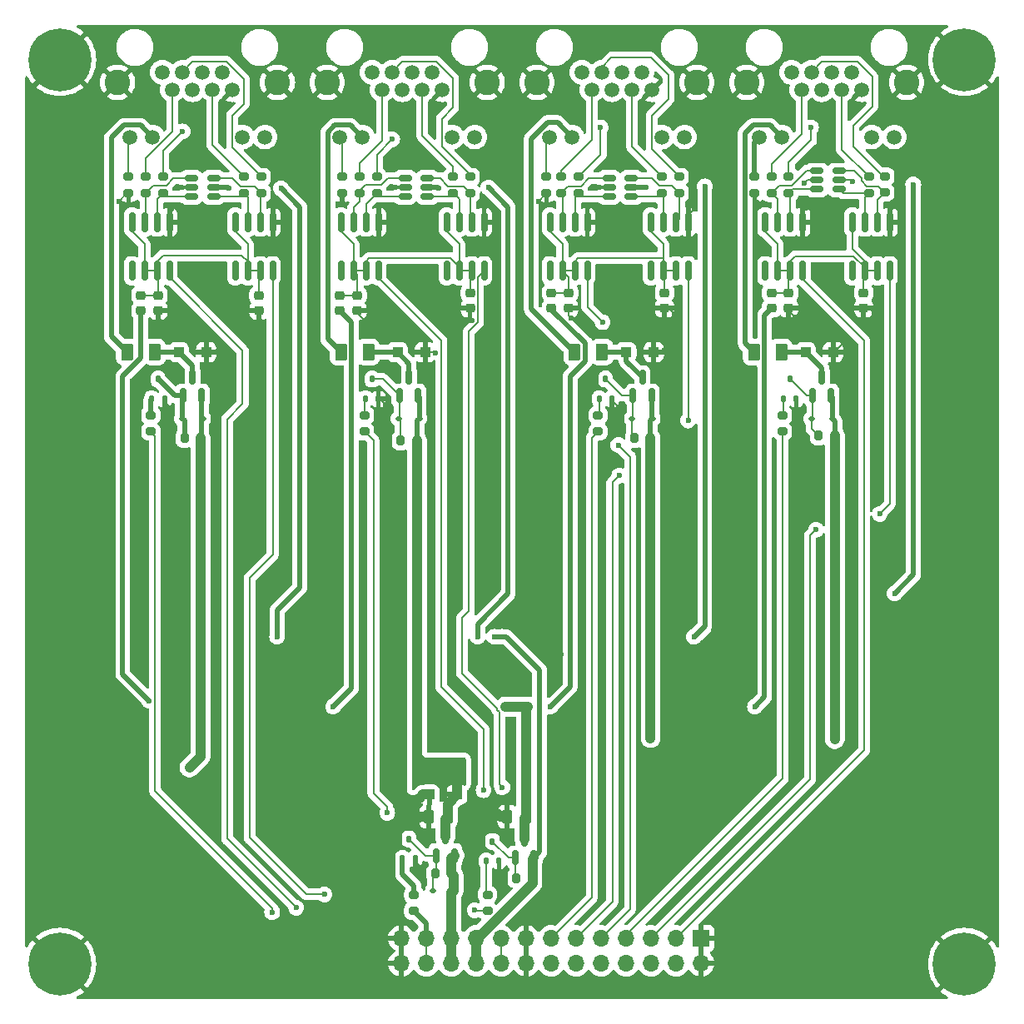
<source format=gtl>
G04 #@! TF.GenerationSoftware,KiCad,Pcbnew,8.0.4*
G04 #@! TF.CreationDate,2024-08-29T22:42:44+03:00*
G04 #@! TF.ProjectId,rioctrl-stepdir4,72696f63-7472-46c2-9d73-746570646972,rev?*
G04 #@! TF.SameCoordinates,Original*
G04 #@! TF.FileFunction,Copper,L1,Top*
G04 #@! TF.FilePolarity,Positive*
%FSLAX46Y46*%
G04 Gerber Fmt 4.6, Leading zero omitted, Abs format (unit mm)*
G04 Created by KiCad (PCBNEW 8.0.4) date 2024-08-29 22:42:44*
%MOMM*%
%LPD*%
G01*
G04 APERTURE LIST*
G04 Aperture macros list*
%AMRoundRect*
0 Rectangle with rounded corners*
0 $1 Rounding radius*
0 $2 $3 $4 $5 $6 $7 $8 $9 X,Y pos of 4 corners*
0 Add a 4 corners polygon primitive as box body*
4,1,4,$2,$3,$4,$5,$6,$7,$8,$9,$2,$3,0*
0 Add four circle primitives for the rounded corners*
1,1,$1+$1,$2,$3*
1,1,$1+$1,$4,$5*
1,1,$1+$1,$6,$7*
1,1,$1+$1,$8,$9*
0 Add four rect primitives between the rounded corners*
20,1,$1+$1,$2,$3,$4,$5,0*
20,1,$1+$1,$4,$5,$6,$7,0*
20,1,$1+$1,$6,$7,$8,$9,0*
20,1,$1+$1,$8,$9,$2,$3,0*%
G04 Aperture macros list end*
G04 #@! TA.AperFunction,SMDPad,CuDef*
%ADD10RoundRect,0.200000X0.275000X-0.200000X0.275000X0.200000X-0.275000X0.200000X-0.275000X-0.200000X0*%
G04 #@! TD*
G04 #@! TA.AperFunction,SMDPad,CuDef*
%ADD11RoundRect,0.250000X-0.300000X-0.300000X0.300000X-0.300000X0.300000X0.300000X-0.300000X0.300000X0*%
G04 #@! TD*
G04 #@! TA.AperFunction,SMDPad,CuDef*
%ADD12RoundRect,0.200000X-0.275000X0.200000X-0.275000X-0.200000X0.275000X-0.200000X0.275000X0.200000X0*%
G04 #@! TD*
G04 #@! TA.AperFunction,SMDPad,CuDef*
%ADD13RoundRect,0.150000X0.150000X-0.825000X0.150000X0.825000X-0.150000X0.825000X-0.150000X-0.825000X0*%
G04 #@! TD*
G04 #@! TA.AperFunction,SMDPad,CuDef*
%ADD14RoundRect,0.218750X0.256250X-0.218750X0.256250X0.218750X-0.256250X0.218750X-0.256250X-0.218750X0*%
G04 #@! TD*
G04 #@! TA.AperFunction,ComponentPad*
%ADD15R,1.700000X1.700000*%
G04 #@! TD*
G04 #@! TA.AperFunction,ComponentPad*
%ADD16O,1.700000X1.700000*%
G04 #@! TD*
G04 #@! TA.AperFunction,SMDPad,CuDef*
%ADD17RoundRect,0.150000X0.150000X-0.587500X0.150000X0.587500X-0.150000X0.587500X-0.150000X-0.587500X0*%
G04 #@! TD*
G04 #@! TA.AperFunction,ComponentPad*
%ADD18C,1.500000*%
G04 #@! TD*
G04 #@! TA.AperFunction,ComponentPad*
%ADD19C,2.600000*%
G04 #@! TD*
G04 #@! TA.AperFunction,SMDPad,CuDef*
%ADD20RoundRect,0.112500X-0.112500X-0.237500X0.112500X-0.237500X0.112500X0.237500X-0.112500X0.237500X0*%
G04 #@! TD*
G04 #@! TA.AperFunction,SMDPad,CuDef*
%ADD21RoundRect,0.250000X0.250000X0.475000X-0.250000X0.475000X-0.250000X-0.475000X0.250000X-0.475000X0*%
G04 #@! TD*
G04 #@! TA.AperFunction,SMDPad,CuDef*
%ADD22RoundRect,0.225000X-0.250000X0.225000X-0.250000X-0.225000X0.250000X-0.225000X0.250000X0.225000X0*%
G04 #@! TD*
G04 #@! TA.AperFunction,SMDPad,CuDef*
%ADD23RoundRect,0.250000X0.375000X0.625000X-0.375000X0.625000X-0.375000X-0.625000X0.375000X-0.625000X0*%
G04 #@! TD*
G04 #@! TA.AperFunction,ComponentPad*
%ADD24C,0.800000*%
G04 #@! TD*
G04 #@! TA.AperFunction,ComponentPad*
%ADD25C,6.400000*%
G04 #@! TD*
G04 #@! TA.AperFunction,SMDPad,CuDef*
%ADD26RoundRect,0.112500X0.187500X0.112500X-0.187500X0.112500X-0.187500X-0.112500X0.187500X-0.112500X0*%
G04 #@! TD*
G04 #@! TA.AperFunction,SMDPad,CuDef*
%ADD27RoundRect,0.150000X-0.512500X-0.150000X0.512500X-0.150000X0.512500X0.150000X-0.512500X0.150000X0*%
G04 #@! TD*
G04 #@! TA.AperFunction,SMDPad,CuDef*
%ADD28RoundRect,0.200000X0.200000X0.275000X-0.200000X0.275000X-0.200000X-0.275000X0.200000X-0.275000X0*%
G04 #@! TD*
G04 #@! TA.AperFunction,SMDPad,CuDef*
%ADD29RoundRect,0.250000X0.300000X0.300000X-0.300000X0.300000X-0.300000X-0.300000X0.300000X-0.300000X0*%
G04 #@! TD*
G04 #@! TA.AperFunction,ViaPad*
%ADD30C,0.600000*%
G04 #@! TD*
G04 #@! TA.AperFunction,Conductor*
%ADD31C,0.200000*%
G04 #@! TD*
G04 #@! TA.AperFunction,Conductor*
%ADD32C,0.500000*%
G04 #@! TD*
G04 #@! TA.AperFunction,Conductor*
%ADD33C,1.000000*%
G04 #@! TD*
G04 APERTURE END LIST*
D10*
G04 #@! TO.P,R18,1*
G04 #@! TO.N,/Step dir output 3/STEP_OUT_P*
X131750000Y-72575000D03*
G04 #@! TO.P,R18,2*
G04 #@! TO.N,/Step dir output 3/STEP_OUT_P_P*
X131750000Y-70925000D03*
G04 #@! TD*
G04 #@! TO.P,R11,1*
G04 #@! TO.N,/Step dir output 4/STEP_OUT_N*
X151387500Y-72575000D03*
G04 #@! TO.P,R11,2*
G04 #@! TO.N,/Step dir output 4/STEP_OUT_P_N*
X151387500Y-70925000D03*
G04 #@! TD*
D11*
G04 #@! TO.P,D4,1,A1*
G04 #@! TO.N,Net-(D4-A1)*
X154850000Y-88750000D03*
G04 #@! TO.P,D4,2,A2*
G04 #@! TO.N,GND*
X157650000Y-88750000D03*
G04 #@! TD*
D12*
G04 #@! TO.P,R13,1*
G04 #@! TO.N,Net-(Q7-G)*
X133750000Y-95175000D03*
G04 #@! TO.P,R13,2*
G04 #@! TO.N,/Slot input/S5*
X133750000Y-96825000D03*
G04 #@! TD*
D13*
G04 #@! TO.P,U1,1,RO*
G04 #@! TO.N,unconnected-(U1-RO-Pad1)*
X150732500Y-80475000D03*
G04 #@! TO.P,U1,2,~{RE}*
G04 #@! TO.N,Net-(U1-DE)*
X152002500Y-80475000D03*
G04 #@! TO.P,U1,3,DE*
X153272500Y-80475000D03*
G04 #@! TO.P,U1,4,DI*
G04 #@! TO.N,/Slot input/S0*
X154542500Y-80475000D03*
G04 #@! TO.P,U1,5,GND*
G04 #@! TO.N,GND*
X154542500Y-75525000D03*
G04 #@! TO.P,U1,6,A*
G04 #@! TO.N,/Step dir output 4/STEP_OUT_P*
X153272500Y-75525000D03*
G04 #@! TO.P,U1,7,B*
G04 #@! TO.N,/Step dir output 4/STEP_OUT_N*
X152002500Y-75525000D03*
G04 #@! TO.P,U1,8,VCC*
G04 #@! TO.N,Net-(U1-DE)*
X150732500Y-75525000D03*
G04 #@! TD*
D10*
G04 #@! TO.P,R10,1*
G04 #@! TO.N,/Step dir output 4/STEP_OUT_P*
X153137500Y-72575000D03*
G04 #@! TO.P,R10,2*
G04 #@! TO.N,/Step dir output 4/STEP_OUT_P_P*
X153137500Y-70925000D03*
G04 #@! TD*
D14*
G04 #@! TO.P,FB4,1*
G04 #@! TO.N,+5V_EN*
X87250000Y-84537500D03*
G04 #@! TO.P,FB4,2*
G04 #@! TO.N,Net-(U10-DE)*
X87250000Y-82962500D03*
G04 #@! TD*
D15*
G04 #@! TO.P,J1,1,Pin_1*
G04 #@! TO.N,GND*
X144225000Y-148350000D03*
D16*
G04 #@! TO.P,J1,2,Pin_2*
X144225000Y-150890000D03*
G04 #@! TO.P,J1,3,Pin_3*
G04 #@! TO.N,/Slot input/S0*
X141685000Y-148350000D03*
G04 #@! TO.P,J1,4,Pin_4*
G04 #@! TO.N,/Slot input/S6*
X141685000Y-150890000D03*
G04 #@! TO.P,J1,5,Pin_5*
G04 #@! TO.N,/Slot input/S1*
X139145000Y-148350000D03*
G04 #@! TO.P,J1,6,Pin_6*
G04 #@! TO.N,/Slot input/S7*
X139145000Y-150890000D03*
G04 #@! TO.P,J1,7,Pin_7*
G04 #@! TO.N,/Slot input/S2*
X136605000Y-148350000D03*
G04 #@! TO.P,J1,8,Pin_8*
G04 #@! TO.N,/Slot input/S8*
X136605000Y-150890000D03*
G04 #@! TO.P,J1,9,Pin_9*
G04 #@! TO.N,/Slot input/S3*
X134065000Y-148350000D03*
G04 #@! TO.P,J1,10,Pin_10*
G04 #@! TO.N,/Slot input/S9*
X134065000Y-150890000D03*
G04 #@! TO.P,J1,11,Pin_11*
G04 #@! TO.N,/Slot input/S4*
X131525000Y-148350000D03*
G04 #@! TO.P,J1,12,Pin_12*
G04 #@! TO.N,/Slot input/S10*
X131525000Y-150890000D03*
G04 #@! TO.P,J1,13,Pin_13*
G04 #@! TO.N,/Slot input/S5*
X128985000Y-148350000D03*
G04 #@! TO.P,J1,14,Pin_14*
G04 #@! TO.N,/Slot input/S11*
X128985000Y-150890000D03*
G04 #@! TO.P,J1,15,Pin_15*
G04 #@! TO.N,GND*
X126445000Y-148350000D03*
G04 #@! TO.P,J1,16,Pin_16*
X126445000Y-150890000D03*
G04 #@! TO.P,J1,17,Pin_17*
G04 #@! TO.N,+3V3*
X123905000Y-148350000D03*
G04 #@! TO.P,J1,18,Pin_18*
X123905000Y-150890000D03*
G04 #@! TO.P,J1,19,Pin_19*
G04 #@! TO.N,+5V*
X121365000Y-148350000D03*
G04 #@! TO.P,J1,20,Pin_20*
X121365000Y-150890000D03*
G04 #@! TO.P,J1,21,Pin_21*
G04 #@! TO.N,+24V*
X118825000Y-148350000D03*
G04 #@! TO.P,J1,22,Pin_22*
X118825000Y-150890000D03*
G04 #@! TO.P,J1,23,Pin_23*
G04 #@! TO.N,/Slot input/SlotEN*
X116285000Y-148350000D03*
G04 #@! TO.P,J1,24,Pin_24*
X116285000Y-150890000D03*
G04 #@! TO.P,J1,25,Pin_25*
G04 #@! TO.N,GND*
X113745000Y-148350000D03*
G04 #@! TO.P,J1,26,Pin_26*
X113745000Y-150890000D03*
G04 #@! TD*
D17*
G04 #@! TO.P,Q4,1,G*
G04 #@! TO.N,Net-(Q2-D)*
X125300000Y-140187500D03*
G04 #@! TO.P,Q4,2,S*
G04 #@! TO.N,+5V*
X127200000Y-140187500D03*
G04 #@! TO.P,Q4,3,D*
G04 #@! TO.N,+5V_EN*
X126250000Y-138312500D03*
G04 #@! TD*
D18*
G04 #@! TO.P,J2,1*
G04 #@! TO.N,/Step dir output 4/STEP_OUT_P_P*
X153430000Y-60290000D03*
G04 #@! TO.P,J2,2*
G04 #@! TO.N,/Step dir output 4/STEP_OUT_P_N*
X154450000Y-62070000D03*
G04 #@! TO.P,J2,3*
G04 #@! TO.N,/Step dir output 4/DIR_OUT_P_P*
X155470000Y-60290000D03*
G04 #@! TO.P,J2,4*
G04 #@! TO.N,/Step dir output 4/EN_OUT*
X156490000Y-62070000D03*
G04 #@! TO.P,J2,5*
G04 #@! TO.N,GND*
X157510000Y-60290000D03*
G04 #@! TO.P,J2,6*
G04 #@! TO.N,/Step dir output 4/DIR_OUT_P_N*
X158530000Y-62070000D03*
G04 #@! TO.P,J2,7*
G04 #@! TO.N,GND*
X159550000Y-60290000D03*
G04 #@! TO.P,J2,8*
X160570000Y-62070000D03*
G04 #@! TO.P,J2,9*
G04 #@! TO.N,Net-(J2-Pad9)*
X150140000Y-66880000D03*
G04 #@! TO.P,J2,10*
G04 #@! TO.N,/Step dir output 4/EN_OUT*
X152430000Y-66880000D03*
G04 #@! TO.P,J2,11*
G04 #@! TO.N,unconnected-(J2-Pad11)*
X161570000Y-66880000D03*
G04 #@! TO.P,J2,12*
G04 #@! TO.N,unconnected-(J2-Pad12)*
X163860000Y-66880000D03*
D19*
G04 #@! TO.P,J2,SH*
G04 #@! TO.N,GND*
X165130000Y-61310000D03*
X148870000Y-61310000D03*
G04 #@! TD*
D20*
G04 #@! TO.P,Q1,1,G*
G04 #@! TO.N,Net-(Q1-G)*
X113850000Y-140250000D03*
G04 #@! TO.P,Q1,2,S*
G04 #@! TO.N,GND*
X115150000Y-140250000D03*
G04 #@! TO.P,Q1,3,D*
G04 #@! TO.N,Net-(D1-A)*
X114500000Y-138250000D03*
G04 #@! TD*
D17*
G04 #@! TO.P,Q12,1,G*
G04 #@! TO.N,Net-(D12-A)*
X91550000Y-93187500D03*
G04 #@! TO.P,Q12,2,S*
G04 #@! TO.N,+24V_EN*
X93450000Y-93187500D03*
G04 #@! TO.P,Q12,3,D*
G04 #@! TO.N,Net-(D13-A1)*
X92500000Y-91312500D03*
G04 #@! TD*
G04 #@! TO.P,Q6,1,G*
G04 #@! TO.N,Net-(D3-A)*
X155550000Y-93187500D03*
G04 #@! TO.P,Q6,2,S*
G04 #@! TO.N,+24V_EN*
X157450000Y-93187500D03*
G04 #@! TO.P,Q6,3,D*
G04 #@! TO.N,Net-(D4-A1)*
X156500000Y-91312500D03*
G04 #@! TD*
D21*
G04 #@! TO.P,C2,1*
G04 #@! TO.N,+5V_EN*
X126400000Y-136000000D03*
G04 #@! TO.P,C2,2*
G04 #@! TO.N,GND*
X124500000Y-136000000D03*
G04 #@! TD*
D20*
G04 #@! TO.P,Q5,1,G*
G04 #@! TO.N,Net-(Q5-G)*
X152600000Y-93500000D03*
G04 #@! TO.P,Q5,2,S*
G04 #@! TO.N,GND*
X153900000Y-93500000D03*
G04 #@! TO.P,Q5,3,D*
G04 #@! TO.N,Net-(D3-A)*
X153250000Y-91500000D03*
G04 #@! TD*
D17*
G04 #@! TO.P,Q10,1,G*
G04 #@! TO.N,Net-(D9-A)*
X113550000Y-93187500D03*
G04 #@! TO.P,Q10,2,S*
G04 #@! TO.N,+24V_EN*
X115450000Y-93187500D03*
G04 #@! TO.P,Q10,3,D*
G04 #@! TO.N,Net-(D10-A1)*
X114500000Y-91312500D03*
G04 #@! TD*
D22*
G04 #@! TO.P,C3,1*
G04 #@! TO.N,Net-(U1-DE)*
X153137500Y-82725000D03*
G04 #@! TO.P,C3,2*
G04 #@! TO.N,GND*
X153137500Y-84275000D03*
G04 #@! TD*
D23*
G04 #@! TO.P,F2,1*
G04 #@! TO.N,Net-(D7-A1)*
X134150000Y-88750000D03*
G04 #@! TO.P,F2,2*
G04 #@! TO.N,/Step dir output 3/EN_OUT*
X131350000Y-88750000D03*
G04 #@! TD*
D22*
G04 #@! TO.P,C7,1*
G04 #@! TO.N,Net-(U7-DE)*
X109250000Y-82975000D03*
G04 #@! TO.P,C7,2*
G04 #@! TO.N,GND*
X109250000Y-84525000D03*
G04 #@! TD*
D17*
G04 #@! TO.P,Q8,1,G*
G04 #@! TO.N,Net-(D6-A)*
X137300000Y-93187500D03*
G04 #@! TO.P,Q8,2,S*
G04 #@! TO.N,+24V_EN*
X139200000Y-93187500D03*
G04 #@! TO.P,Q8,3,D*
G04 #@! TO.N,Net-(D7-A1)*
X138250000Y-91312500D03*
G04 #@! TD*
D12*
G04 #@! TO.P,R21,1*
G04 #@! TO.N,Net-(Q9-G)*
X110000000Y-95175000D03*
G04 #@! TO.P,R21,2*
G04 #@! TO.N,/Slot input/S8*
X110000000Y-96825000D03*
G04 #@! TD*
D14*
G04 #@! TO.P,FB2,1*
G04 #@! TO.N,+5V_EN*
X129000000Y-84287500D03*
G04 #@! TO.P,FB2,2*
G04 #@! TO.N,Net-(U4-DE)*
X129000000Y-82712500D03*
G04 #@! TD*
D24*
G04 #@! TO.P,H4,1,1*
G04 #@! TO.N,GND*
X76600000Y-151000000D03*
X77302944Y-149302944D03*
X77302944Y-152697056D03*
X79000000Y-148600000D03*
D25*
X79000000Y-151000000D03*
D24*
X79000000Y-153400000D03*
X80697056Y-149302944D03*
X80697056Y-152697056D03*
X81400000Y-151000000D03*
G04 #@! TD*
D26*
G04 #@! TO.P,D3,1,K*
G04 #@! TO.N,+24V_EN*
X157550000Y-95500000D03*
G04 #@! TO.P,D3,2,A*
G04 #@! TO.N,Net-(D3-A)*
X155450000Y-95500000D03*
G04 #@! TD*
D24*
G04 #@! TO.P,H2,1,1*
G04 #@! TO.N,GND*
X168600000Y-59000000D03*
X169302944Y-57302944D03*
X169302944Y-60697056D03*
X171000000Y-56600000D03*
D25*
X171000000Y-59000000D03*
D24*
X171000000Y-61400000D03*
X172697056Y-57302944D03*
X172697056Y-60697056D03*
X173400000Y-59000000D03*
G04 #@! TD*
D22*
G04 #@! TO.P,C5,1*
G04 #@! TO.N,Net-(U4-DE)*
X130750000Y-82725000D03*
G04 #@! TO.P,C5,2*
G04 #@! TO.N,GND*
X130750000Y-84275000D03*
G04 #@! TD*
D11*
G04 #@! TO.P,D13,1,A1*
G04 #@! TO.N,Net-(D13-A1)*
X91100000Y-88750000D03*
G04 #@! TO.P,D13,2,A2*
G04 #@! TO.N,GND*
X93900000Y-88750000D03*
G04 #@! TD*
D23*
G04 #@! TO.P,F3,1*
G04 #@! TO.N,Net-(D10-A1)*
X110400000Y-88750000D03*
G04 #@! TO.P,F3,2*
G04 #@! TO.N,/Step dir output 2/EN_OUT*
X107600000Y-88750000D03*
G04 #@! TD*
D13*
G04 #@! TO.P,U7,1,RO*
G04 #@! TO.N,unconnected-(U7-RO-Pad1)*
X107595000Y-80475000D03*
G04 #@! TO.P,U7,2,~{RE}*
G04 #@! TO.N,Net-(U7-DE)*
X108865000Y-80475000D03*
G04 #@! TO.P,U7,3,DE*
X110135000Y-80475000D03*
G04 #@! TO.P,U7,4,DI*
G04 #@! TO.N,/Slot input/S6*
X111405000Y-80475000D03*
G04 #@! TO.P,U7,5,GND*
G04 #@! TO.N,GND*
X111405000Y-75525000D03*
G04 #@! TO.P,U7,6,A*
G04 #@! TO.N,/Step dir output 2/STEP_OUT_P*
X110135000Y-75525000D03*
G04 #@! TO.P,U7,7,B*
G04 #@! TO.N,/Step dir output 2/STEP_OUT_N*
X108865000Y-75525000D03*
G04 #@! TO.P,U7,8,VCC*
G04 #@! TO.N,Net-(U7-DE)*
X107595000Y-75525000D03*
G04 #@! TD*
D10*
G04 #@! TO.P,R17,1*
G04 #@! TO.N,/Step dir output 3/DIR_OUT_N*
X140250000Y-72575000D03*
G04 #@! TO.P,R17,2*
G04 #@! TO.N,/Step dir output 3/DIR_OUT_P_N*
X140250000Y-70925000D03*
G04 #@! TD*
D26*
G04 #@! TO.P,D1,1,K*
G04 #@! TO.N,+24V*
X119050000Y-143500000D03*
G04 #@! TO.P,D1,2,A*
G04 #@! TO.N,Net-(D1-A)*
X116950000Y-143500000D03*
G04 #@! TD*
D10*
G04 #@! TO.P,R26,1*
G04 #@! TO.N,/Step dir output 2/STEP_OUT_P*
X111250000Y-72575000D03*
G04 #@! TO.P,R26,2*
G04 #@! TO.N,/Step dir output 2/STEP_OUT_P_P*
X111250000Y-70925000D03*
G04 #@! TD*
D27*
G04 #@! TO.P,U6,1,I/O1*
G04 #@! TO.N,/Step dir output 3/STEP_OUT_N*
X134862500Y-71050000D03*
G04 #@! TO.P,U6,2,GND*
G04 #@! TO.N,GND*
X134862500Y-72000000D03*
G04 #@! TO.P,U6,3,I/O2*
G04 #@! TO.N,/Step dir output 3/STEP_OUT_P*
X134862500Y-72950000D03*
G04 #@! TO.P,U6,4,I/O3*
G04 #@! TO.N,/Step dir output 3/DIR_OUT_N*
X137137500Y-72950000D03*
G04 #@! TO.P,U6,5,VBUS*
G04 #@! TO.N,+5V*
X137137500Y-72000000D03*
G04 #@! TO.P,U6,6,I/O4*
G04 #@! TO.N,/Step dir output 3/DIR_OUT_P*
X137137500Y-71050000D03*
G04 #@! TD*
D28*
G04 #@! TO.P,R14,1*
G04 #@! TO.N,+24V_EN*
X139075000Y-97500000D03*
G04 #@! TO.P,R14,2*
G04 #@! TO.N,Net-(D6-A)*
X137425000Y-97500000D03*
G04 #@! TD*
D18*
G04 #@! TO.P,J4,1*
G04 #@! TO.N,/Step dir output 2/STEP_OUT_P_P*
X110763333Y-60290000D03*
G04 #@! TO.P,J4,2*
G04 #@! TO.N,/Step dir output 2/STEP_OUT_P_N*
X111783333Y-62070000D03*
G04 #@! TO.P,J4,3*
G04 #@! TO.N,/Step dir output 2/DIR_OUT_P_P*
X112803333Y-60290000D03*
G04 #@! TO.P,J4,4*
G04 #@! TO.N,/Step dir output 2/EN_OUT*
X113823333Y-62070000D03*
G04 #@! TO.P,J4,5*
G04 #@! TO.N,GND*
X114843333Y-60290000D03*
G04 #@! TO.P,J4,6*
G04 #@! TO.N,/Step dir output 2/DIR_OUT_P_N*
X115863333Y-62070000D03*
G04 #@! TO.P,J4,7*
G04 #@! TO.N,GND*
X116883333Y-60290000D03*
G04 #@! TO.P,J4,8*
X117903333Y-62070000D03*
G04 #@! TO.P,J4,9*
G04 #@! TO.N,Net-(J4-Pad9)*
X107473333Y-66880000D03*
G04 #@! TO.P,J4,10*
G04 #@! TO.N,/Step dir output 2/EN_OUT*
X109763333Y-66880000D03*
G04 #@! TO.P,J4,11*
G04 #@! TO.N,unconnected-(J4-Pad11)*
X118903333Y-66880000D03*
G04 #@! TO.P,J4,12*
G04 #@! TO.N,unconnected-(J4-Pad12)*
X121193333Y-66880000D03*
D19*
G04 #@! TO.P,J4,SH*
G04 #@! TO.N,GND*
X122463333Y-61310000D03*
X106203333Y-61310000D03*
G04 #@! TD*
D26*
G04 #@! TO.P,D9,1,K*
G04 #@! TO.N,+24V_EN*
X115550000Y-95500000D03*
G04 #@! TO.P,D9,2,A*
G04 #@! TO.N,Net-(D9-A)*
X113450000Y-95500000D03*
G04 #@! TD*
D20*
G04 #@! TO.P,Q11,1,G*
G04 #@! TO.N,Net-(Q11-G)*
X88350000Y-93500000D03*
G04 #@! TO.P,Q11,2,S*
G04 #@! TO.N,GND*
X89650000Y-93500000D03*
G04 #@! TO.P,Q11,3,D*
G04 #@! TO.N,Net-(D12-A)*
X89000000Y-91500000D03*
G04 #@! TD*
D12*
G04 #@! TO.P,R29,1*
G04 #@! TO.N,Net-(Q11-G)*
X88250000Y-95175000D03*
G04 #@! TO.P,R29,2*
G04 #@! TO.N,/Slot input/S11*
X88250000Y-96825000D03*
G04 #@! TD*
D20*
G04 #@! TO.P,Q9,1,G*
G04 #@! TO.N,Net-(Q9-G)*
X110100000Y-93500000D03*
G04 #@! TO.P,Q9,2,S*
G04 #@! TO.N,GND*
X111400000Y-93500000D03*
G04 #@! TO.P,Q9,3,D*
G04 #@! TO.N,Net-(D9-A)*
X110750000Y-91500000D03*
G04 #@! TD*
D18*
G04 #@! TO.P,J3,1*
G04 #@! TO.N,/Step dir output 3/STEP_OUT_P_P*
X132096666Y-60290000D03*
G04 #@! TO.P,J3,2*
G04 #@! TO.N,/Step dir output 3/STEP_OUT_P_N*
X133116666Y-62070000D03*
G04 #@! TO.P,J3,3*
G04 #@! TO.N,/Step dir output 3/DIR_OUT_P_P*
X134136666Y-60290000D03*
G04 #@! TO.P,J3,4*
G04 #@! TO.N,/Step dir output 3/EN_OUT*
X135156666Y-62070000D03*
G04 #@! TO.P,J3,5*
G04 #@! TO.N,GND*
X136176666Y-60290000D03*
G04 #@! TO.P,J3,6*
G04 #@! TO.N,/Step dir output 3/DIR_OUT_P_N*
X137196666Y-62070000D03*
G04 #@! TO.P,J3,7*
G04 #@! TO.N,GND*
X138216666Y-60290000D03*
G04 #@! TO.P,J3,8*
X139236666Y-62070000D03*
G04 #@! TO.P,J3,9*
G04 #@! TO.N,Net-(J3-Pad9)*
X128806666Y-66880000D03*
G04 #@! TO.P,J3,10*
G04 #@! TO.N,/Step dir output 3/EN_OUT*
X131096666Y-66880000D03*
G04 #@! TO.P,J3,11*
G04 #@! TO.N,unconnected-(J3-Pad11)*
X140236666Y-66880000D03*
G04 #@! TO.P,J3,12*
G04 #@! TO.N,unconnected-(J3-Pad12)*
X142526666Y-66880000D03*
D19*
G04 #@! TO.P,J3,SH*
G04 #@! TO.N,GND*
X143796666Y-61310000D03*
X127536666Y-61310000D03*
G04 #@! TD*
D17*
G04 #@! TO.P,Q3,1,G*
G04 #@! TO.N,Net-(D1-A)*
X117250000Y-139937500D03*
G04 #@! TO.P,Q3,2,S*
G04 #@! TO.N,+24V*
X119150000Y-139937500D03*
G04 #@! TO.P,Q3,3,D*
G04 #@! TO.N,+24V_EN*
X118200000Y-138062500D03*
G04 #@! TD*
D22*
G04 #@! TO.P,C10,1*
G04 #@! TO.N,Net-(U10-DE)*
X99250000Y-82975000D03*
G04 #@! TO.P,C10,2*
G04 #@! TO.N,GND*
X99250000Y-84525000D03*
G04 #@! TD*
D28*
G04 #@! TO.P,R6,1*
G04 #@! TO.N,+24V_EN*
X157825000Y-97250000D03*
G04 #@! TO.P,R6,2*
G04 #@! TO.N,Net-(D3-A)*
X156175000Y-97250000D03*
G04 #@! TD*
G04 #@! TO.P,R3,1*
G04 #@! TO.N,+24V*
X118825000Y-141750000D03*
G04 #@! TO.P,R3,2*
G04 #@! TO.N,Net-(D1-A)*
X117175000Y-141750000D03*
G04 #@! TD*
D10*
G04 #@! TO.P,R16,1*
G04 #@! TO.N,/Step dir output 3/DIR_OUT_P*
X141990000Y-72575000D03*
G04 #@! TO.P,R16,2*
G04 #@! TO.N,/Step dir output 3/DIR_OUT_P_P*
X141990000Y-70925000D03*
G04 #@! TD*
G04 #@! TO.P,R19,1*
G04 #@! TO.N,/Step dir output 3/STEP_OUT_N*
X130000000Y-72575000D03*
G04 #@! TO.P,R19,2*
G04 #@! TO.N,/Step dir output 3/STEP_OUT_P_N*
X130000000Y-70925000D03*
G04 #@! TD*
D20*
G04 #@! TO.P,Q7,1,G*
G04 #@! TO.N,Net-(Q7-G)*
X133850000Y-93500000D03*
G04 #@! TO.P,Q7,2,S*
G04 #@! TO.N,GND*
X135150000Y-93500000D03*
G04 #@! TO.P,Q7,3,D*
G04 #@! TO.N,Net-(D6-A)*
X134500000Y-91500000D03*
G04 #@! TD*
D12*
G04 #@! TO.P,R20,1*
G04 #@! TO.N,Net-(J3-Pad9)*
X128500000Y-70925000D03*
G04 #@! TO.P,R20,2*
G04 #@! TO.N,GND*
X128500000Y-72575000D03*
G04 #@! TD*
D22*
G04 #@! TO.P,C6,1*
G04 #@! TO.N,Net-(U4-DE)*
X140500000Y-82725000D03*
G04 #@! TO.P,C6,2*
G04 #@! TO.N,GND*
X140500000Y-84275000D03*
G04 #@! TD*
D26*
G04 #@! TO.P,D6,1,K*
G04 #@! TO.N,+24V_EN*
X139300000Y-95500000D03*
G04 #@! TO.P,D6,2,A*
G04 #@! TO.N,Net-(D6-A)*
X137200000Y-95500000D03*
G04 #@! TD*
D11*
G04 #@! TO.P,D10,1,A1*
G04 #@! TO.N,Net-(D10-A1)*
X113350000Y-88750000D03*
G04 #@! TO.P,D10,2,A2*
G04 #@! TO.N,GND*
X116150000Y-88750000D03*
G04 #@! TD*
D12*
G04 #@! TO.P,R36,1*
G04 #@! TO.N,Net-(J5-Pad9)*
X86000000Y-70925000D03*
G04 #@! TO.P,R36,2*
G04 #@! TO.N,GND*
X86000000Y-72575000D03*
G04 #@! TD*
D13*
G04 #@! TO.P,U11,1,RO*
G04 #@! TO.N,unconnected-(U11-RO-Pad1)*
X96845000Y-80475000D03*
G04 #@! TO.P,U11,2,~{RE}*
G04 #@! TO.N,Net-(U10-DE)*
X98115000Y-80475000D03*
G04 #@! TO.P,U11,3,DE*
X99385000Y-80475000D03*
G04 #@! TO.P,U11,4,DI*
G04 #@! TO.N,/Slot input/S10*
X100655000Y-80475000D03*
G04 #@! TO.P,U11,5,GND*
G04 #@! TO.N,GND*
X100655000Y-75525000D03*
G04 #@! TO.P,U11,6,A*
G04 #@! TO.N,/Step dir output 1/DIR_OUT_P*
X99385000Y-75525000D03*
G04 #@! TO.P,U11,7,B*
G04 #@! TO.N,/Step dir output 1/DIR_OUT_N*
X98115000Y-75525000D03*
G04 #@! TO.P,U11,8,VCC*
G04 #@! TO.N,Net-(U10-DE)*
X96845000Y-75525000D03*
G04 #@! TD*
D11*
G04 #@! TO.P,D7,1,A1*
G04 #@! TO.N,Net-(D7-A1)*
X136600000Y-88750000D03*
G04 #@! TO.P,D7,2,A2*
G04 #@! TO.N,GND*
X139400000Y-88750000D03*
G04 #@! TD*
D10*
G04 #@! TO.P,R34,1*
G04 #@! TO.N,/Step dir output 1/STEP_OUT_P*
X89500000Y-72575000D03*
G04 #@! TO.P,R34,2*
G04 #@! TO.N,/Step dir output 1/STEP_OUT_P_P*
X89500000Y-70925000D03*
G04 #@! TD*
G04 #@! TO.P,R27,1*
G04 #@! TO.N,/Step dir output 2/STEP_OUT_N*
X109500000Y-72575000D03*
G04 #@! TO.P,R27,2*
G04 #@! TO.N,/Step dir output 2/STEP_OUT_P_N*
X109500000Y-70925000D03*
G04 #@! TD*
D12*
G04 #@! TO.P,R12,1*
G04 #@! TO.N,Net-(J2-Pad9)*
X149637500Y-70925000D03*
G04 #@! TO.P,R12,2*
G04 #@! TO.N,GND*
X149637500Y-72575000D03*
G04 #@! TD*
G04 #@! TO.P,R2,1*
G04 #@! TO.N,Net-(Q2-G)*
X122500000Y-143925000D03*
G04 #@! TO.P,R2,2*
G04 #@! TO.N,/Slot input/SlotEN*
X122500000Y-145575000D03*
G04 #@! TD*
D28*
G04 #@! TO.P,R22,1*
G04 #@! TO.N,+24V_EN*
X115325000Y-97750000D03*
G04 #@! TO.P,R22,2*
G04 #@! TO.N,Net-(D9-A)*
X113675000Y-97750000D03*
G04 #@! TD*
D13*
G04 #@! TO.P,U10,1,RO*
G04 #@! TO.N,unconnected-(U10-RO-Pad1)*
X86345000Y-80475000D03*
G04 #@! TO.P,U10,2,~{RE}*
G04 #@! TO.N,Net-(U10-DE)*
X87615000Y-80475000D03*
G04 #@! TO.P,U10,3,DE*
X88885000Y-80475000D03*
G04 #@! TO.P,U10,4,DI*
G04 #@! TO.N,/Slot input/S9*
X90155000Y-80475000D03*
G04 #@! TO.P,U10,5,GND*
G04 #@! TO.N,GND*
X90155000Y-75525000D03*
G04 #@! TO.P,U10,6,A*
G04 #@! TO.N,/Step dir output 1/STEP_OUT_P*
X88885000Y-75525000D03*
G04 #@! TO.P,U10,7,B*
G04 #@! TO.N,/Step dir output 1/STEP_OUT_N*
X87615000Y-75525000D03*
G04 #@! TO.P,U10,8,VCC*
G04 #@! TO.N,Net-(U10-DE)*
X86345000Y-75525000D03*
G04 #@! TD*
D20*
G04 #@! TO.P,Q2,1,G*
G04 #@! TO.N,Net-(Q2-G)*
X122350000Y-140500000D03*
G04 #@! TO.P,Q2,2,S*
G04 #@! TO.N,GND*
X123650000Y-140500000D03*
G04 #@! TO.P,Q2,3,D*
G04 #@! TO.N,Net-(Q2-D)*
X123000000Y-138500000D03*
G04 #@! TD*
D22*
G04 #@! TO.P,C9,1*
G04 #@! TO.N,Net-(U10-DE)*
X89000000Y-82975000D03*
G04 #@! TO.P,C9,2*
G04 #@! TO.N,GND*
X89000000Y-84525000D03*
G04 #@! TD*
D28*
G04 #@! TO.P,R30,1*
G04 #@! TO.N,+24V_EN*
X93325000Y-97500000D03*
G04 #@! TO.P,R30,2*
G04 #@! TO.N,Net-(D12-A)*
X91675000Y-97500000D03*
G04 #@! TD*
D10*
G04 #@! TO.P,R24,1*
G04 #@! TO.N,/Step dir output 2/DIR_OUT_P*
X120750000Y-72575000D03*
G04 #@! TO.P,R24,2*
G04 #@! TO.N,/Step dir output 2/DIR_OUT_P_P*
X120750000Y-70925000D03*
G04 #@! TD*
D23*
G04 #@! TO.P,F4,1*
G04 #@! TO.N,Net-(D13-A1)*
X88650000Y-88750000D03*
G04 #@! TO.P,F4,2*
G04 #@! TO.N,/Step dir output 1/EN_OUT*
X85850000Y-88750000D03*
G04 #@! TD*
G04 #@! TO.P,F1,1*
G04 #@! TO.N,Net-(D4-A1)*
X152400000Y-88750000D03*
G04 #@! TO.P,F1,2*
G04 #@! TO.N,/Step dir output 4/EN_OUT*
X149600000Y-88750000D03*
G04 #@! TD*
D14*
G04 #@! TO.P,FB1,1*
G04 #@! TO.N,+5V_EN*
X151387500Y-84287500D03*
G04 #@! TO.P,FB1,2*
G04 #@! TO.N,Net-(U1-DE)*
X151387500Y-82712500D03*
G04 #@! TD*
D10*
G04 #@! TO.P,R32,1*
G04 #@! TO.N,/Step dir output 1/DIR_OUT_P*
X99500000Y-72575000D03*
G04 #@! TO.P,R32,2*
G04 #@! TO.N,/Step dir output 1/DIR_OUT_P_P*
X99500000Y-70925000D03*
G04 #@! TD*
D13*
G04 #@! TO.P,U4,1,RO*
G04 #@! TO.N,unconnected-(U4-RO-Pad1)*
X128845000Y-80475000D03*
G04 #@! TO.P,U4,2,~{RE}*
G04 #@! TO.N,Net-(U4-DE)*
X130115000Y-80475000D03*
G04 #@! TO.P,U4,3,DE*
X131385000Y-80475000D03*
G04 #@! TO.P,U4,4,DI*
G04 #@! TO.N,/Slot input/S3*
X132655000Y-80475000D03*
G04 #@! TO.P,U4,5,GND*
G04 #@! TO.N,GND*
X132655000Y-75525000D03*
G04 #@! TO.P,U4,6,A*
G04 #@! TO.N,/Step dir output 3/STEP_OUT_P*
X131385000Y-75525000D03*
G04 #@! TO.P,U4,7,B*
G04 #@! TO.N,/Step dir output 3/STEP_OUT_N*
X130115000Y-75525000D03*
G04 #@! TO.P,U4,8,VCC*
G04 #@! TO.N,Net-(U4-DE)*
X128845000Y-75525000D03*
G04 #@! TD*
D22*
G04 #@! TO.P,C8,1*
G04 #@! TO.N,Net-(U7-DE)*
X120750000Y-82725000D03*
G04 #@! TO.P,C8,2*
G04 #@! TO.N,GND*
X120750000Y-84275000D03*
G04 #@! TD*
D10*
G04 #@! TO.P,R25,1*
G04 #@! TO.N,/Step dir output 2/DIR_OUT_N*
X119000000Y-72575000D03*
G04 #@! TO.P,R25,2*
G04 #@! TO.N,/Step dir output 2/DIR_OUT_P_N*
X119000000Y-70925000D03*
G04 #@! TD*
D13*
G04 #@! TO.P,U2,1,RO*
G04 #@! TO.N,unconnected-(U2-RO-Pad1)*
X159595000Y-80475000D03*
G04 #@! TO.P,U2,2,~{RE}*
G04 #@! TO.N,Net-(U1-DE)*
X160865000Y-80475000D03*
G04 #@! TO.P,U2,3,DE*
X162135000Y-80475000D03*
G04 #@! TO.P,U2,4,DI*
G04 #@! TO.N,/Slot input/S1*
X163405000Y-80475000D03*
G04 #@! TO.P,U2,5,GND*
G04 #@! TO.N,GND*
X163405000Y-75525000D03*
G04 #@! TO.P,U2,6,A*
G04 #@! TO.N,/Step dir output 4/DIR_OUT_P*
X162135000Y-75525000D03*
G04 #@! TO.P,U2,7,B*
G04 #@! TO.N,/Step dir output 4/DIR_OUT_N*
X160865000Y-75525000D03*
G04 #@! TO.P,U2,8,VCC*
G04 #@! TO.N,Net-(U1-DE)*
X159595000Y-75525000D03*
G04 #@! TD*
D22*
G04 #@! TO.P,C4,1*
G04 #@! TO.N,Net-(U1-DE)*
X160750000Y-82725000D03*
G04 #@! TO.P,C4,2*
G04 #@! TO.N,GND*
X160750000Y-84275000D03*
G04 #@! TD*
D12*
G04 #@! TO.P,R28,1*
G04 #@! TO.N,Net-(J4-Pad9)*
X107750000Y-70925000D03*
G04 #@! TO.P,R28,2*
G04 #@! TO.N,GND*
X107750000Y-72575000D03*
G04 #@! TD*
D14*
G04 #@! TO.P,FB3,1*
G04 #@! TO.N,+5V_EN*
X107500000Y-84537500D03*
G04 #@! TO.P,FB3,2*
G04 #@! TO.N,Net-(U7-DE)*
X107500000Y-82962500D03*
G04 #@! TD*
D10*
G04 #@! TO.P,R33,1*
G04 #@! TO.N,/Step dir output 1/DIR_OUT_N*
X97750000Y-72575000D03*
G04 #@! TO.P,R33,2*
G04 #@! TO.N,/Step dir output 1/DIR_OUT_P_N*
X97750000Y-70925000D03*
G04 #@! TD*
D24*
G04 #@! TO.P,H1,1,1*
G04 #@! TO.N,GND*
X76600000Y-59000000D03*
X77302944Y-57302944D03*
X77302944Y-60697056D03*
X79000000Y-56600000D03*
D25*
X79000000Y-59000000D03*
D24*
X79000000Y-61400000D03*
X80697056Y-57302944D03*
X80697056Y-60697056D03*
X81400000Y-59000000D03*
G04 #@! TD*
D12*
G04 #@! TO.P,R1,1*
G04 #@! TO.N,Net-(Q1-G)*
X115000000Y-143925000D03*
G04 #@! TO.P,R1,2*
G04 #@! TO.N,/Slot input/SlotEN*
X115000000Y-145575000D03*
G04 #@! TD*
D10*
G04 #@! TO.P,R35,1*
G04 #@! TO.N,/Step dir output 1/STEP_OUT_N*
X87750000Y-72575000D03*
G04 #@! TO.P,R35,2*
G04 #@! TO.N,/Step dir output 1/STEP_OUT_P_N*
X87750000Y-70925000D03*
G04 #@! TD*
D29*
G04 #@! TO.P,D2,1,A1*
G04 #@! TO.N,+24V_EN*
X119400000Y-133750000D03*
G04 #@! TO.P,D2,2,A2*
G04 #@! TO.N,GND*
X116600000Y-133750000D03*
G04 #@! TD*
D13*
G04 #@! TO.P,U5,1,RO*
G04 #@! TO.N,unconnected-(U5-RO-Pad1)*
X139095000Y-80475000D03*
G04 #@! TO.P,U5,2,~{RE}*
G04 #@! TO.N,Net-(U4-DE)*
X140365000Y-80475000D03*
G04 #@! TO.P,U5,3,DE*
X141635000Y-80475000D03*
G04 #@! TO.P,U5,4,DI*
G04 #@! TO.N,/Slot input/S4*
X142905000Y-80475000D03*
G04 #@! TO.P,U5,5,GND*
G04 #@! TO.N,GND*
X142905000Y-75525000D03*
G04 #@! TO.P,U5,6,A*
G04 #@! TO.N,/Step dir output 3/DIR_OUT_P*
X141635000Y-75525000D03*
G04 #@! TO.P,U5,7,B*
G04 #@! TO.N,/Step dir output 3/DIR_OUT_N*
X140365000Y-75525000D03*
G04 #@! TO.P,U5,8,VCC*
G04 #@! TO.N,Net-(U4-DE)*
X139095000Y-75525000D03*
G04 #@! TD*
D26*
G04 #@! TO.P,D12,1,K*
G04 #@! TO.N,+24V_EN*
X93550000Y-95500000D03*
G04 #@! TO.P,D12,2,A*
G04 #@! TO.N,Net-(D12-A)*
X91450000Y-95500000D03*
G04 #@! TD*
D24*
G04 #@! TO.P,H3,1,1*
G04 #@! TO.N,GND*
X168600000Y-151000000D03*
X169302944Y-149302944D03*
X169302944Y-152697056D03*
X171000000Y-148600000D03*
D25*
X171000000Y-151000000D03*
D24*
X171000000Y-153400000D03*
X172697056Y-149302944D03*
X172697056Y-152697056D03*
X173400000Y-151000000D03*
G04 #@! TD*
D12*
G04 #@! TO.P,R5,1*
G04 #@! TO.N,Net-(Q5-G)*
X152500000Y-95175000D03*
G04 #@! TO.P,R5,2*
G04 #@! TO.N,/Slot input/S2*
X152500000Y-96825000D03*
G04 #@! TD*
D10*
G04 #@! TO.P,R8,1*
G04 #@! TO.N,/Step dir output 4/DIR_OUT_P*
X162900000Y-72525000D03*
G04 #@! TO.P,R8,2*
G04 #@! TO.N,/Step dir output 4/DIR_OUT_P_P*
X162900000Y-70875000D03*
G04 #@! TD*
D18*
G04 #@! TO.P,J5,1*
G04 #@! TO.N,/Step dir output 1/STEP_OUT_P_P*
X89430000Y-60290000D03*
G04 #@! TO.P,J5,2*
G04 #@! TO.N,/Step dir output 1/STEP_OUT_P_N*
X90450000Y-62070000D03*
G04 #@! TO.P,J5,3*
G04 #@! TO.N,/Step dir output 1/DIR_OUT_P_P*
X91470000Y-60290000D03*
G04 #@! TO.P,J5,4*
G04 #@! TO.N,/Step dir output 1/EN_OUT*
X92490000Y-62070000D03*
G04 #@! TO.P,J5,5*
G04 #@! TO.N,GND*
X93510000Y-60290000D03*
G04 #@! TO.P,J5,6*
G04 #@! TO.N,/Step dir output 1/DIR_OUT_P_N*
X94530000Y-62070000D03*
G04 #@! TO.P,J5,7*
G04 #@! TO.N,GND*
X95550000Y-60290000D03*
G04 #@! TO.P,J5,8*
X96570000Y-62070000D03*
G04 #@! TO.P,J5,9*
G04 #@! TO.N,Net-(J5-Pad9)*
X86140000Y-66880000D03*
G04 #@! TO.P,J5,10*
G04 #@! TO.N,/Step dir output 1/EN_OUT*
X88430000Y-66880000D03*
G04 #@! TO.P,J5,11*
G04 #@! TO.N,unconnected-(J5-Pad11)*
X97570000Y-66880000D03*
G04 #@! TO.P,J5,12*
G04 #@! TO.N,unconnected-(J5-Pad12)*
X99860000Y-66880000D03*
D19*
G04 #@! TO.P,J5,SH*
G04 #@! TO.N,GND*
X101130000Y-61310000D03*
X84870000Y-61310000D03*
G04 #@! TD*
D28*
G04 #@! TO.P,R4,1*
G04 #@! TO.N,+5V*
X127075000Y-142250000D03*
G04 #@! TO.P,R4,2*
G04 #@! TO.N,Net-(Q2-D)*
X125425000Y-142250000D03*
G04 #@! TD*
D21*
G04 #@! TO.P,C1,1*
G04 #@! TO.N,+24V_EN*
X118450000Y-136000000D03*
G04 #@! TO.P,C1,2*
G04 #@! TO.N,GND*
X116550000Y-136000000D03*
G04 #@! TD*
D27*
G04 #@! TO.P,U3,1,I/O1*
G04 #@! TO.N,/Step dir output 4/STEP_OUT_N*
X156000000Y-70300000D03*
G04 #@! TO.P,U3,2,GND*
G04 #@! TO.N,GND*
X156000000Y-71250000D03*
G04 #@! TO.P,U3,3,I/O2*
G04 #@! TO.N,/Step dir output 4/STEP_OUT_P*
X156000000Y-72200000D03*
G04 #@! TO.P,U3,4,I/O3*
G04 #@! TO.N,/Step dir output 4/DIR_OUT_N*
X158275000Y-72200000D03*
G04 #@! TO.P,U3,5,VBUS*
G04 #@! TO.N,+5V*
X158275000Y-71250000D03*
G04 #@! TO.P,U3,6,I/O4*
G04 #@! TO.N,/Step dir output 4/DIR_OUT_P*
X158275000Y-70300000D03*
G04 #@! TD*
D13*
G04 #@! TO.P,U8,1,RO*
G04 #@! TO.N,unconnected-(U8-RO-Pad1)*
X118345000Y-80475000D03*
G04 #@! TO.P,U8,2,~{RE}*
G04 #@! TO.N,Net-(U7-DE)*
X119615000Y-80475000D03*
G04 #@! TO.P,U8,3,DE*
X120885000Y-80475000D03*
G04 #@! TO.P,U8,4,DI*
G04 #@! TO.N,/Slot input/S7*
X122155000Y-80475000D03*
G04 #@! TO.P,U8,5,GND*
G04 #@! TO.N,GND*
X122155000Y-75525000D03*
G04 #@! TO.P,U8,6,A*
G04 #@! TO.N,/Step dir output 2/DIR_OUT_P*
X120885000Y-75525000D03*
G04 #@! TO.P,U8,7,B*
G04 #@! TO.N,/Step dir output 2/DIR_OUT_N*
X119615000Y-75525000D03*
G04 #@! TO.P,U8,8,VCC*
G04 #@! TO.N,Net-(U7-DE)*
X118345000Y-75525000D03*
G04 #@! TD*
D27*
G04 #@! TO.P,U9,1,I/O1*
G04 #@! TO.N,/Step dir output 2/STEP_OUT_N*
X114112500Y-71050000D03*
G04 #@! TO.P,U9,2,GND*
G04 #@! TO.N,GND*
X114112500Y-72000000D03*
G04 #@! TO.P,U9,3,I/O2*
G04 #@! TO.N,/Step dir output 2/STEP_OUT_P*
X114112500Y-72950000D03*
G04 #@! TO.P,U9,4,I/O3*
G04 #@! TO.N,/Step dir output 2/DIR_OUT_N*
X116387500Y-72950000D03*
G04 #@! TO.P,U9,5,VBUS*
G04 #@! TO.N,+5V*
X116387500Y-72000000D03*
G04 #@! TO.P,U9,6,I/O4*
G04 #@! TO.N,/Step dir output 2/DIR_OUT_P*
X116387500Y-71050000D03*
G04 #@! TD*
G04 #@! TO.P,U12,1,I/O1*
G04 #@! TO.N,/Step dir output 1/STEP_OUT_N*
X92362500Y-71050000D03*
G04 #@! TO.P,U12,2,GND*
G04 #@! TO.N,GND*
X92362500Y-72000000D03*
G04 #@! TO.P,U12,3,I/O2*
G04 #@! TO.N,/Step dir output 1/STEP_OUT_P*
X92362500Y-72950000D03*
G04 #@! TO.P,U12,4,I/O3*
G04 #@! TO.N,/Step dir output 1/DIR_OUT_N*
X94637500Y-72950000D03*
G04 #@! TO.P,U12,5,VBUS*
G04 #@! TO.N,+5V*
X94637500Y-72000000D03*
G04 #@! TO.P,U12,6,I/O4*
G04 #@! TO.N,/Step dir output 1/DIR_OUT_P*
X94637500Y-71050000D03*
G04 #@! TD*
D10*
G04 #@! TO.P,R9,1*
G04 #@! TO.N,/Step dir output 4/DIR_OUT_N*
X161300000Y-72575000D03*
G04 #@! TO.P,R9,2*
G04 #@! TO.N,/Step dir output 4/DIR_OUT_P_N*
X161300000Y-70925000D03*
G04 #@! TD*
D30*
G04 #@! TO.N,GND*
X105700000Y-109700000D03*
X91100000Y-112400000D03*
X112100000Y-94100000D03*
X123500000Y-135700000D03*
X82600000Y-110500000D03*
X143500000Y-74200000D03*
X112900000Y-72000000D03*
X147900000Y-131300000D03*
X153900000Y-130900000D03*
X104400000Y-71700000D03*
X130000000Y-119500000D03*
X115600000Y-134100000D03*
X89200000Y-85600000D03*
X108200000Y-138600000D03*
X157500000Y-81000000D03*
X149900000Y-73500000D03*
X102000000Y-83000000D03*
X156400000Y-123800000D03*
X122400000Y-112300000D03*
X154700000Y-71600000D03*
X158700000Y-87800000D03*
X113300000Y-127800000D03*
X91100000Y-119600000D03*
X146800000Y-121200000D03*
X93100000Y-81100000D03*
X135500000Y-77000000D03*
X93300000Y-68700000D03*
X142100000Y-102300000D03*
X105200000Y-121600000D03*
X154900000Y-74100000D03*
X156400000Y-112300000D03*
X140500000Y-88600000D03*
X143000000Y-77500000D03*
X142100000Y-113300000D03*
X164500000Y-85500000D03*
X80200000Y-65800000D03*
X134200000Y-139000000D03*
X163600000Y-74000000D03*
X114900000Y-67700000D03*
X95100000Y-88700000D03*
X115400000Y-141100000D03*
X103800000Y-65300000D03*
X90400000Y-74200000D03*
X163000000Y-78000000D03*
X87200000Y-142000000D03*
X97200000Y-136500000D03*
X146500000Y-70400000D03*
X99400000Y-114800000D03*
X111500000Y-77500000D03*
X159500000Y-99800000D03*
X142400000Y-135400000D03*
X113400000Y-121100000D03*
X146300000Y-57800000D03*
X122300000Y-73900000D03*
X90100000Y-94500000D03*
X107500000Y-151100000D03*
X94900000Y-121400000D03*
X92400000Y-149900000D03*
X98900000Y-103200000D03*
X157200000Y-130300000D03*
X132700000Y-74000000D03*
X133500000Y-72000000D03*
X107800000Y-73600000D03*
X93500000Y-134300000D03*
X91200000Y-72000000D03*
X115600000Y-136100000D03*
X168700000Y-64900000D03*
X157200000Y-67200000D03*
X149400000Y-150700000D03*
X110000000Y-85500000D03*
X128900000Y-94600000D03*
X93000000Y-77500000D03*
X99300000Y-85500000D03*
X118900000Y-120700000D03*
X97200000Y-121300000D03*
X147000000Y-78000000D03*
X154300000Y-94600000D03*
X124800000Y-58400000D03*
X169800000Y-112400000D03*
X124900000Y-69300000D03*
X153800000Y-85200000D03*
X171000000Y-68400000D03*
X90500000Y-105300000D03*
X127700000Y-73400000D03*
X124000000Y-141700000D03*
X117000000Y-77500000D03*
X136000000Y-81500000D03*
X136100000Y-138800000D03*
X107400000Y-127800000D03*
X141500000Y-84900000D03*
X115500000Y-81000000D03*
X134100000Y-121100000D03*
X103500000Y-58300000D03*
X128300000Y-112400000D03*
X131000000Y-85300000D03*
X146500000Y-85600000D03*
X122400000Y-120300000D03*
X86700000Y-128600000D03*
X90700000Y-127900000D03*
X123000000Y-78500000D03*
X154400000Y-99600000D03*
X87000000Y-99200000D03*
X87300000Y-110100000D03*
X131600000Y-131300000D03*
X159400000Y-124800000D03*
X158100000Y-139400000D03*
X97400000Y-109700000D03*
X136100000Y-109700000D03*
X147500000Y-108900000D03*
X136100000Y-67300000D03*
X154000000Y-78000000D03*
X85000000Y-73400000D03*
X101000000Y-73900000D03*
X117200000Y-88800000D03*
X105200000Y-135200000D03*
X91000000Y-122300000D03*
X81800000Y-77200000D03*
X142000000Y-121500000D03*
X111500000Y-73900000D03*
X100500000Y-78000000D03*
X161800000Y-84800000D03*
X119000000Y-113900000D03*
X120900000Y-85500000D03*
X153900000Y-124100000D03*
X136000000Y-94500000D03*
G04 #@! TO.N,+5V*
X124000000Y-117700000D03*
X165800000Y-71700000D03*
X117500000Y-72100000D03*
X138600000Y-72000000D03*
X143500000Y-117700000D03*
X121500000Y-117700000D03*
X101500000Y-72100000D03*
X163900000Y-113300000D03*
X123200000Y-117700000D03*
X144600000Y-71900000D03*
X122600000Y-72000000D03*
X101100000Y-117700000D03*
X159600000Y-71400000D03*
X96200000Y-72100000D03*
G04 #@! TO.N,/Slot input/S6*
X122100000Y-133300000D03*
G04 #@! TO.N,/Slot input/S11*
X100600000Y-145700000D03*
G04 #@! TO.N,/Slot input/SlotEN*
X121200000Y-145500000D03*
G04 #@! TO.N,/Slot input/S10*
X105900000Y-143900000D03*
G04 #@! TO.N,/Slot input/S7*
X124000000Y-133000000D03*
G04 #@! TO.N,/Slot input/S3*
X135800000Y-98200000D03*
X134200000Y-85700000D03*
G04 #@! TO.N,/Slot input/S4*
X135900000Y-101300000D03*
X142900000Y-95700000D03*
G04 #@! TO.N,/Slot input/S9*
X103050000Y-145250000D03*
G04 #@! TO.N,/Slot input/S8*
X112300000Y-135600000D03*
G04 #@! TO.N,/Slot input/S1*
X162400000Y-105200000D03*
X155900000Y-106800000D03*
G04 #@! TO.N,/Step dir output 4/STEP_OUT_P_P*
X155400000Y-65900000D03*
G04 #@! TO.N,+24V_EN*
X116400000Y-131000000D03*
X139075000Y-128000000D03*
X119300000Y-131000000D03*
X115200000Y-131000000D03*
X157825000Y-128100000D03*
X92200000Y-131000000D03*
X117800000Y-131000000D03*
G04 #@! TO.N,+5V_EN*
X88100000Y-124200000D03*
X125300000Y-124800000D03*
X124200000Y-124800000D03*
X149700000Y-124800000D03*
X128900000Y-124800000D03*
X106800000Y-124800000D03*
X126600000Y-124800000D03*
G04 #@! TO.N,/Step dir output 1/STEP_OUT_P_P*
X91500000Y-66300000D03*
G04 #@! TO.N,/Step dir output 2/STEP_OUT_P_P*
X112800000Y-67100000D03*
G04 #@! TO.N,/Step dir output 3/STEP_OUT_P_P*
X134000000Y-65900000D03*
G04 #@! TD*
D31*
G04 #@! TO.N,GND*
X111500000Y-93500000D02*
X112100000Y-94100000D01*
X153900000Y-93500000D02*
X153900000Y-94200000D01*
D32*
X115150000Y-140850000D02*
X115400000Y-141100000D01*
D31*
X160750000Y-84275000D02*
X161275000Y-84275000D01*
X132655000Y-75525000D02*
X132655000Y-74045000D01*
X142905000Y-75525000D02*
X142905000Y-74795000D01*
X117150000Y-88750000D02*
X117200000Y-88800000D01*
X154542500Y-75525000D02*
X154542500Y-74457500D01*
X132655000Y-74045000D02*
X132700000Y-74000000D01*
X142905000Y-74795000D02*
X143500000Y-74200000D01*
X149637500Y-72575000D02*
X149637500Y-73237500D01*
X135150000Y-93650000D02*
X136000000Y-94500000D01*
X140500000Y-84275000D02*
X140875000Y-84275000D01*
X120750000Y-85350000D02*
X120900000Y-85500000D01*
D33*
X123800000Y-136000000D02*
X123500000Y-135700000D01*
D31*
X90155000Y-74445000D02*
X90400000Y-74200000D01*
X154542500Y-74457500D02*
X154900000Y-74100000D01*
X95050000Y-88750000D02*
X95100000Y-88700000D01*
X99250000Y-84525000D02*
X99250000Y-85450000D01*
X122155000Y-75525000D02*
X122155000Y-74045000D01*
X111400000Y-93500000D02*
X111500000Y-93500000D01*
X122155000Y-74045000D02*
X122300000Y-73900000D01*
X100655000Y-74245000D02*
X101000000Y-73900000D01*
X128500000Y-72600000D02*
X127700000Y-73400000D01*
D33*
X115700000Y-136000000D02*
X115600000Y-136100000D01*
D31*
X139400000Y-88750000D02*
X140350000Y-88750000D01*
X123650000Y-140500000D02*
X123650000Y-141350000D01*
X111405000Y-73995000D02*
X111500000Y-73900000D01*
X163405000Y-74195000D02*
X163600000Y-74000000D01*
X100655000Y-75525000D02*
X100655000Y-74245000D01*
X130750000Y-85050000D02*
X131000000Y-85300000D01*
D33*
X116550000Y-136000000D02*
X115700000Y-136000000D01*
D32*
X89650000Y-93500000D02*
X89650000Y-94050000D01*
D31*
X163405000Y-75525000D02*
X163405000Y-74195000D01*
X153900000Y-94200000D02*
X154300000Y-94600000D01*
X92362500Y-72000000D02*
X91200000Y-72000000D01*
X99250000Y-85450000D02*
X99300000Y-85500000D01*
D33*
X115950000Y-133750000D02*
X115600000Y-134100000D01*
D31*
X93900000Y-88750000D02*
X95050000Y-88750000D01*
X123650000Y-141350000D02*
X124000000Y-141700000D01*
X89000000Y-84525000D02*
X89000000Y-85400000D01*
X155050000Y-71250000D02*
X154700000Y-71600000D01*
X157650000Y-88750000D02*
X157750000Y-88750000D01*
X130750000Y-84275000D02*
X130750000Y-85050000D01*
X153137500Y-84537500D02*
X153800000Y-85200000D01*
X90155000Y-75525000D02*
X90155000Y-74445000D01*
X111405000Y-75525000D02*
X111405000Y-73995000D01*
D33*
X116600000Y-133750000D02*
X115950000Y-133750000D01*
D31*
X109250000Y-84750000D02*
X110000000Y-85500000D01*
X134862500Y-72000000D02*
X133500000Y-72000000D01*
X86000000Y-72575000D02*
X85825000Y-72575000D01*
X120750000Y-84275000D02*
X120750000Y-85350000D01*
X140875000Y-84275000D02*
X141500000Y-84900000D01*
X153137500Y-84275000D02*
X153137500Y-84537500D01*
X107750000Y-73550000D02*
X107800000Y-73600000D01*
X157750000Y-88750000D02*
X158700000Y-87800000D01*
X85825000Y-72575000D02*
X85000000Y-73400000D01*
D32*
X89650000Y-94050000D02*
X90100000Y-94500000D01*
D31*
X140350000Y-88750000D02*
X140500000Y-88600000D01*
X149637500Y-73237500D02*
X149900000Y-73500000D01*
X89000000Y-85400000D02*
X89200000Y-85600000D01*
X114112500Y-72000000D02*
X112900000Y-72000000D01*
X161275000Y-84275000D02*
X161800000Y-84800000D01*
X128500000Y-72575000D02*
X128500000Y-72600000D01*
X135150000Y-93500000D02*
X135150000Y-93650000D01*
D32*
X115150000Y-140250000D02*
X115150000Y-140850000D01*
D31*
X116150000Y-88750000D02*
X117150000Y-88750000D01*
X107750000Y-72575000D02*
X107750000Y-73550000D01*
X109250000Y-84525000D02*
X109250000Y-84750000D01*
D33*
X124500000Y-136000000D02*
X123800000Y-136000000D01*
D31*
X156000000Y-71250000D02*
X155050000Y-71250000D01*
G04 #@! TO.N,Net-(U1-DE)*
X160865000Y-79500001D02*
X159595000Y-78230001D01*
X153272500Y-79500001D02*
X153772501Y-79000000D01*
X162135000Y-80475000D02*
X160865000Y-80475000D01*
X151387500Y-82712500D02*
X153125000Y-82712500D01*
X152002500Y-77769999D02*
X152002500Y-80475000D01*
X160865000Y-80129448D02*
X160865000Y-80475000D01*
X159735552Y-79000000D02*
X160865000Y-80129448D01*
X153137500Y-80610000D02*
X153272500Y-80475000D01*
X150732500Y-75525000D02*
X150732500Y-76499999D01*
X153272500Y-80475000D02*
X153272500Y-79500001D01*
X160750000Y-82725000D02*
X160750000Y-80590000D01*
X153125000Y-82712500D02*
X153137500Y-82725000D01*
X153137500Y-82725000D02*
X153137500Y-80610000D01*
X150732500Y-76499999D02*
X152002500Y-77769999D01*
X160865000Y-80475000D02*
X160865000Y-79500001D01*
X159595000Y-78230001D02*
X159595000Y-75525000D01*
X153772501Y-79000000D02*
X159735552Y-79000000D01*
X153272500Y-80475000D02*
X152002500Y-80475000D01*
X160750000Y-80590000D02*
X160865000Y-80475000D01*
G04 #@! TO.N,Net-(D1-A)*
X116950000Y-141975000D02*
X117175000Y-141750000D01*
X117250000Y-141675000D02*
X117175000Y-141750000D01*
X116187500Y-139937500D02*
X117250000Y-139937500D01*
X116950000Y-143500000D02*
X116950000Y-141975000D01*
X117250000Y-139937500D02*
X117250000Y-141675000D01*
X114500000Y-138250000D02*
X116187500Y-139937500D01*
D33*
G04 #@! TO.N,+24V*
X118825000Y-143725000D02*
X119050000Y-143500000D01*
X118825000Y-140262500D02*
X119150000Y-139937500D01*
X119050000Y-143500000D02*
X119050000Y-141975000D01*
X119050000Y-141975000D02*
X118825000Y-141750000D01*
X118825000Y-148350000D02*
X118825000Y-143725000D01*
X118825000Y-141750000D02*
X118825000Y-140262500D01*
X118825000Y-150890000D02*
X118825000Y-148350000D01*
D31*
G04 #@! TO.N,Net-(D3-A)*
X155550000Y-93187500D02*
X155550000Y-95400000D01*
X155450000Y-96525000D02*
X156175000Y-97250000D01*
X153250000Y-91500000D02*
X154937500Y-93187500D01*
X155550000Y-95400000D02*
X155450000Y-95500000D01*
X155450000Y-95500000D02*
X155450000Y-96525000D01*
X154937500Y-93187500D02*
X155550000Y-93187500D01*
D32*
G04 #@! TO.N,Net-(D4-A1)*
X156500000Y-91312500D02*
X156500000Y-90400000D01*
X154850000Y-88750000D02*
X152400000Y-88750000D01*
X156500000Y-90400000D02*
X154850000Y-88750000D01*
G04 #@! TO.N,/Step dir output 4/EN_OUT*
X148712500Y-66487500D02*
X148712500Y-87862500D01*
X149520000Y-65680000D02*
X148712500Y-66487500D01*
X148712500Y-87862500D02*
X149600000Y-88750000D01*
X152430000Y-66880000D02*
X151230000Y-65680000D01*
X151230000Y-65680000D02*
X149520000Y-65680000D01*
G04 #@! TO.N,+5V*
X124600000Y-113300000D02*
X124600000Y-74000000D01*
X165800000Y-111400000D02*
X165800000Y-71700000D01*
D33*
X127075000Y-142250000D02*
X127075000Y-140312500D01*
D32*
X124600000Y-74000000D02*
X122600000Y-72000000D01*
X127800000Y-139587500D02*
X127800000Y-121100000D01*
X94637500Y-72000000D02*
X96100000Y-72000000D01*
X124400000Y-117700000D02*
X123200000Y-117700000D01*
X101100000Y-115000000D02*
X103400000Y-112700000D01*
X163900000Y-113300000D02*
X165800000Y-111400000D01*
D33*
X127075000Y-142753334D02*
X127075000Y-142250000D01*
D32*
X144600000Y-71900000D02*
X144600000Y-116600000D01*
D31*
X159450000Y-71250000D02*
X159600000Y-71400000D01*
D32*
X121500000Y-117700000D02*
X121500000Y-116400000D01*
X121500000Y-116400000D02*
X124600000Y-113300000D01*
X117400000Y-72000000D02*
X117500000Y-72100000D01*
D33*
X121478334Y-148350000D02*
X127075000Y-142753334D01*
D32*
X116387500Y-72000000D02*
X117400000Y-72000000D01*
X103400000Y-74000000D02*
X101500000Y-72100000D01*
X127800000Y-121100000D02*
X124400000Y-117700000D01*
D33*
X127075000Y-140312500D02*
X127200000Y-140187500D01*
D32*
X101100000Y-117700000D02*
X101100000Y-115000000D01*
X144600000Y-116600000D02*
X143500000Y-117700000D01*
D33*
X121365000Y-148350000D02*
X121478334Y-148350000D01*
D32*
X127200000Y-140187500D02*
X127800000Y-139587500D01*
X137137500Y-72000000D02*
X138600000Y-72000000D01*
D31*
X158275000Y-71250000D02*
X159450000Y-71250000D01*
D33*
X121365000Y-150890000D02*
X121365000Y-148350000D01*
D32*
X96100000Y-72000000D02*
X96200000Y-72100000D01*
X103400000Y-112700000D02*
X103400000Y-74000000D01*
D31*
G04 #@! TO.N,/Slot input/S6*
X117800000Y-122800000D02*
X117800000Y-87600000D01*
X122100000Y-127100000D02*
X117800000Y-122800000D01*
X117800000Y-87600000D02*
X111405000Y-81205000D01*
X122100000Y-133300000D02*
X122100000Y-127100000D01*
X111405000Y-81205000D02*
X111405000Y-80475000D01*
G04 #@! TO.N,/Slot input/S0*
X160800000Y-129235000D02*
X160800000Y-87600000D01*
X160800000Y-87600000D02*
X154542500Y-81342500D01*
X141685000Y-148350000D02*
X160800000Y-129235000D01*
X154542500Y-81342500D02*
X154542500Y-80475000D01*
G04 #@! TO.N,/Slot input/S11*
X88700000Y-133400000D02*
X88700000Y-97275000D01*
X100600000Y-145700000D02*
X100600000Y-145300000D01*
X88700000Y-97275000D02*
X88250000Y-96825000D01*
X100600000Y-145300000D02*
X88700000Y-133400000D01*
G04 #@! TO.N,/Slot input/SlotEN*
X121275000Y-145575000D02*
X121200000Y-145500000D01*
X122500000Y-145575000D02*
X121275000Y-145575000D01*
D32*
X116285000Y-146860000D02*
X115000000Y-145575000D01*
D31*
X116285000Y-148350000D02*
X116285000Y-150890000D01*
D32*
X116285000Y-148350000D02*
X116285000Y-146860000D01*
D31*
G04 #@! TO.N,/Slot input/S10*
X98300000Y-138100000D02*
X98300000Y-111700000D01*
X105900000Y-143900000D02*
X104100000Y-143900000D01*
X104100000Y-143900000D02*
X98300000Y-138100000D01*
X100655000Y-109345000D02*
X100655000Y-80475000D01*
X98300000Y-111700000D02*
X100655000Y-109345000D01*
G04 #@! TO.N,+3V3*
X123905000Y-150890000D02*
X123905000Y-148350000D01*
G04 #@! TO.N,/Slot input/S7*
X123500000Y-125000000D02*
X119900000Y-121400000D01*
X119900000Y-121400000D02*
X119900000Y-115800000D01*
X120600000Y-115100000D02*
X120600000Y-86648529D01*
X123700000Y-132700000D02*
X123700000Y-125331371D01*
X123700000Y-125331371D02*
X123500000Y-125131371D01*
X121525000Y-81185000D02*
X121485000Y-81145000D01*
X123500000Y-125131371D02*
X123500000Y-125000000D01*
X124000000Y-133000000D02*
X123700000Y-132700000D01*
X120600000Y-86648529D02*
X121525000Y-85723529D01*
X121525000Y-85723529D02*
X121525000Y-81185000D01*
X119900000Y-115800000D02*
X120600000Y-115100000D01*
X121485000Y-81145000D02*
X122155000Y-80475000D01*
G04 #@! TO.N,/Slot input/S3*
X134065000Y-148350000D02*
X137000000Y-145415000D01*
X137000000Y-145415000D02*
X137000000Y-99400000D01*
X132655000Y-84155000D02*
X132655000Y-80475000D01*
X137000000Y-99400000D02*
X135800000Y-98200000D01*
X134200000Y-85700000D02*
X132655000Y-84155000D01*
G04 #@! TO.N,/Slot input/S4*
X142905000Y-95695000D02*
X142905000Y-80475000D01*
X135200000Y-144675000D02*
X131525000Y-148350000D01*
X135900000Y-101300000D02*
X135200000Y-102000000D01*
X135200000Y-102000000D02*
X135200000Y-144675000D01*
X142900000Y-95700000D02*
X142905000Y-95695000D01*
G04 #@! TO.N,/Slot input/S9*
X97600000Y-94000000D02*
X97600000Y-88600000D01*
X90155000Y-81155000D02*
X90155000Y-80475000D01*
X103050000Y-145250000D02*
X96000000Y-138200000D01*
X96000000Y-138200000D02*
X96000000Y-95600000D01*
X96000000Y-95600000D02*
X97600000Y-94000000D01*
X97600000Y-88600000D02*
X90155000Y-81155000D01*
G04 #@! TO.N,/Slot input/S8*
X112300000Y-135600000D02*
X112300000Y-135000000D01*
X110900000Y-133600000D02*
X110900000Y-97725000D01*
X112300000Y-135000000D02*
X110900000Y-133600000D01*
X110900000Y-97725000D02*
X110000000Y-96825000D01*
G04 #@! TO.N,/Slot input/S2*
X152500000Y-132100000D02*
X152500000Y-96825000D01*
X136605000Y-148350000D02*
X136605000Y-147995000D01*
X136605000Y-147995000D02*
X152500000Y-132100000D01*
G04 #@! TO.N,/Slot input/S5*
X128985000Y-148350000D02*
X133100000Y-144235000D01*
X133100000Y-97475000D02*
X133750000Y-96825000D01*
X133100000Y-144235000D02*
X133100000Y-97475000D01*
G04 #@! TO.N,/Slot input/S1*
X163405000Y-104195000D02*
X163405000Y-80475000D01*
X162400000Y-105200000D02*
X163405000Y-104195000D01*
X155300000Y-132195000D02*
X155300000Y-107400000D01*
X155300000Y-107400000D02*
X155900000Y-106800000D01*
X139145000Y-148350000D02*
X155300000Y-132195000D01*
D32*
G04 #@! TO.N,Net-(Q1-G)*
X115000000Y-143000000D02*
X113850000Y-141850000D01*
X115000000Y-143925000D02*
X115000000Y-143000000D01*
X113850000Y-141850000D02*
X113850000Y-140250000D01*
D31*
G04 #@! TO.N,/Step dir output 4/STEP_OUT_P_N*
X151387500Y-69612500D02*
X154450000Y-66550000D01*
X151387500Y-70925000D02*
X151387500Y-69612500D01*
X154450000Y-66550000D02*
X154450000Y-62070000D01*
G04 #@! TO.N,/Step dir output 4/DIR_OUT_P_P*
X156520000Y-59240000D02*
X155470000Y-60290000D01*
X159700000Y-67800000D02*
X159700000Y-65700000D01*
X162775000Y-70875000D02*
X159700000Y-67800000D01*
X161620000Y-63780000D02*
X161620000Y-60720000D01*
X162900000Y-70875000D02*
X162775000Y-70875000D01*
X161620000Y-60720000D02*
X160140000Y-59240000D01*
X160140000Y-59240000D02*
X156520000Y-59240000D01*
X159700000Y-65700000D02*
X161620000Y-63780000D01*
G04 #@! TO.N,/Step dir output 4/DIR_OUT_P_N*
X158530000Y-68155000D02*
X158530000Y-62070000D01*
X161300000Y-70925000D02*
X158530000Y-68155000D01*
G04 #@! TO.N,/Step dir output 4/STEP_OUT_P_P*
X155400000Y-65900000D02*
X155400000Y-67200000D01*
X153137500Y-69462500D02*
X153137500Y-70925000D01*
X155400000Y-67200000D02*
X153137500Y-69462500D01*
D32*
G04 #@! TO.N,+24V_EN*
X139075000Y-97500000D02*
X139075000Y-95725000D01*
D33*
X139075000Y-128000000D02*
X139075000Y-97500000D01*
D32*
X115550000Y-93287500D02*
X115450000Y-93187500D01*
D33*
X116400000Y-131000000D02*
X115325000Y-129925000D01*
D32*
X139200000Y-95400000D02*
X139300000Y-95500000D01*
X115325000Y-97750000D02*
X115325000Y-95725000D01*
X115325000Y-95725000D02*
X115550000Y-95500000D01*
X157550000Y-95500000D02*
X157550000Y-93287500D01*
X157825000Y-97250000D02*
X157825000Y-95775000D01*
D33*
X119400000Y-131100000D02*
X119300000Y-131000000D01*
X92200000Y-131000000D02*
X93325000Y-129875000D01*
X118200000Y-138062500D02*
X118200000Y-136250000D01*
X157825000Y-128100000D02*
X157825000Y-97250000D01*
X118200000Y-136250000D02*
X118450000Y-136000000D01*
D32*
X157550000Y-93287500D02*
X157450000Y-93187500D01*
D33*
X118450000Y-136000000D02*
X118450000Y-134700000D01*
X118450000Y-134700000D02*
X119400000Y-133750000D01*
X115325000Y-129925000D02*
X115325000Y-97750000D01*
D32*
X157825000Y-95775000D02*
X157550000Y-95500000D01*
X139200000Y-93187500D02*
X139200000Y-95400000D01*
X139075000Y-95725000D02*
X139300000Y-95500000D01*
X93450000Y-97375000D02*
X93325000Y-97500000D01*
X115550000Y-95500000D02*
X115550000Y-93287500D01*
X93450000Y-93187500D02*
X93450000Y-97375000D01*
D33*
X93325000Y-129875000D02*
X93325000Y-97500000D01*
X119400000Y-133750000D02*
X119400000Y-131100000D01*
D32*
G04 #@! TO.N,+5V_EN*
X85400000Y-121500000D02*
X85400000Y-91196878D01*
D33*
X125300000Y-124800000D02*
X124300000Y-124800000D01*
X126600000Y-124800000D02*
X126400000Y-125000000D01*
D32*
X150675000Y-85000000D02*
X151387500Y-84287500D01*
X129000000Y-84400000D02*
X129000000Y-84287500D01*
X149700000Y-124800000D02*
X150675000Y-123825000D01*
D33*
X126600000Y-124800000D02*
X125300000Y-124800000D01*
D32*
X132425000Y-87825000D02*
X129000000Y-84400000D01*
D33*
X126250000Y-138312500D02*
X126250000Y-136150000D01*
D32*
X106800000Y-124800000D02*
X108675000Y-122925000D01*
X130900000Y-91196878D02*
X132425000Y-89671878D01*
X130900000Y-122800000D02*
X130900000Y-91196878D01*
D33*
X126250000Y-136150000D02*
X126400000Y-136000000D01*
D32*
X128900000Y-124800000D02*
X130900000Y-122800000D01*
D33*
X126400000Y-125000000D02*
X126400000Y-136000000D01*
D32*
X150675000Y-123825000D02*
X150675000Y-85000000D01*
X88100000Y-124200000D02*
X85400000Y-121500000D01*
X108675000Y-122925000D02*
X108675000Y-85712500D01*
X87250000Y-89346878D02*
X87250000Y-84537500D01*
X132425000Y-89671878D02*
X132425000Y-87825000D01*
X85400000Y-91196878D02*
X87250000Y-89346878D01*
X108675000Y-85712500D02*
X107500000Y-84537500D01*
D31*
G04 #@! TO.N,/Step dir output 4/DIR_OUT_P*
X162135000Y-73290000D02*
X162900000Y-72525000D01*
X158275000Y-70300000D02*
X159800000Y-70300000D01*
X159800000Y-70300000D02*
X160525000Y-71025000D01*
X161062352Y-71875000D02*
X162250000Y-71875000D01*
X160525000Y-71337648D02*
X161062352Y-71875000D01*
X162250000Y-71875000D02*
X162900000Y-72525000D01*
X162135000Y-75525000D02*
X162135000Y-73290000D01*
X160525000Y-71025000D02*
X160525000Y-71337648D01*
G04 #@! TO.N,/Step dir output 4/DIR_OUT_N*
X158650000Y-72575000D02*
X161300000Y-72575000D01*
X160865000Y-75525000D02*
X160865000Y-73010000D01*
X160865000Y-73010000D02*
X161300000Y-72575000D01*
X158275000Y-72200000D02*
X158650000Y-72575000D01*
G04 #@! TO.N,/Step dir output 4/STEP_OUT_P*
X156000000Y-72200000D02*
X153512500Y-72200000D01*
X153272500Y-72710000D02*
X153137500Y-72575000D01*
X153272500Y-75525000D02*
X153272500Y-72710000D01*
X153512500Y-72200000D02*
X153137500Y-72575000D01*
G04 #@! TO.N,Net-(Q5-G)*
X152600000Y-95075000D02*
X152500000Y-95175000D01*
X152600000Y-93500000D02*
X152600000Y-95075000D01*
D32*
G04 #@! TO.N,Net-(J2-Pad9)*
X149637500Y-67382500D02*
X150140000Y-66880000D01*
X149637500Y-70925000D02*
X149637500Y-67382500D01*
D31*
G04 #@! TO.N,/Step dir output 4/STEP_OUT_N*
X152002500Y-75525000D02*
X152002500Y-73190000D01*
X153450148Y-71800000D02*
X152162500Y-71800000D01*
X154950148Y-70300000D02*
X153450148Y-71800000D01*
X152162500Y-71800000D02*
X151387500Y-72575000D01*
X152002500Y-73190000D02*
X151387500Y-72575000D01*
X156000000Y-70300000D02*
X154950148Y-70300000D01*
G04 #@! TO.N,Net-(U4-DE)*
X139095000Y-75525000D02*
X139095000Y-76499999D01*
X140360000Y-79200000D02*
X140365000Y-79205000D01*
X128845000Y-75525000D02*
X128845000Y-76499999D01*
X140500000Y-82725000D02*
X140500000Y-80610000D01*
X131385000Y-79500001D02*
X131685001Y-79200000D01*
X128845000Y-76499999D02*
X130115000Y-77769999D01*
X130737500Y-82712500D02*
X130750000Y-82725000D01*
X131385000Y-80475000D02*
X131385000Y-79500001D01*
X131385000Y-80475000D02*
X130115000Y-80475000D01*
X131685001Y-79200000D02*
X140360000Y-79200000D01*
X140365000Y-77769999D02*
X140365000Y-80475000D01*
X130750000Y-82725000D02*
X130750000Y-81110000D01*
X140500000Y-80610000D02*
X140365000Y-80475000D01*
X141635000Y-80475000D02*
X140365000Y-80475000D01*
X139095000Y-76499999D02*
X140365000Y-77769999D01*
X140365000Y-79205000D02*
X140365000Y-80475000D01*
X130750000Y-81110000D02*
X130115000Y-80475000D01*
X129000000Y-82712500D02*
X130737500Y-82712500D01*
X130115000Y-77769999D02*
X130115000Y-80475000D01*
G04 #@! TO.N,Net-(U7-DE)*
X109237500Y-82962500D02*
X109250000Y-82975000D01*
X109250000Y-82975000D02*
X109250000Y-80860000D01*
X110135000Y-80475000D02*
X110135000Y-79500001D01*
X118345000Y-75525000D02*
X118345000Y-76499999D01*
X120750000Y-80610000D02*
X120885000Y-80475000D01*
X110435001Y-79200000D02*
X118700000Y-79200000D01*
X107595000Y-76499999D02*
X108865000Y-77769999D01*
X108865000Y-77769999D02*
X108865000Y-80475000D01*
X119615000Y-80475000D02*
X120885000Y-80475000D01*
X118700000Y-79200000D02*
X119615000Y-80115000D01*
X109250000Y-80860000D02*
X108865000Y-80475000D01*
X110135000Y-79500001D02*
X110435001Y-79200000D01*
X107595000Y-75525000D02*
X107595000Y-76499999D01*
X119615000Y-77769999D02*
X119615000Y-80475000D01*
X107500000Y-82962500D02*
X109237500Y-82962500D01*
X119615000Y-80115000D02*
X119615000Y-80475000D01*
X118345000Y-76499999D02*
X119615000Y-77769999D01*
X110135000Y-80475000D02*
X108865000Y-80475000D01*
X120750000Y-82725000D02*
X120750000Y-80610000D01*
G04 #@! TO.N,Net-(U10-DE)*
X88885000Y-80475000D02*
X87615000Y-80475000D01*
X87615000Y-77769999D02*
X87615000Y-80475000D01*
X89000000Y-80590000D02*
X88885000Y-80475000D01*
X98115000Y-79500000D02*
X98115000Y-80475000D01*
X97515000Y-78900000D02*
X98115000Y-79500000D01*
X88987500Y-82962500D02*
X89000000Y-82975000D01*
X96845000Y-76499999D02*
X98115000Y-77769999D01*
X89000000Y-82975000D02*
X89000000Y-80590000D01*
X96845000Y-75525000D02*
X96845000Y-76499999D01*
X86345000Y-76499999D02*
X87615000Y-77769999D01*
X88885000Y-79500001D02*
X89485001Y-78900000D01*
X99385000Y-80475000D02*
X98115000Y-80475000D01*
X99250000Y-82975000D02*
X99250000Y-80610000D01*
X99250000Y-80610000D02*
X99385000Y-80475000D01*
X89485001Y-78900000D02*
X97515000Y-78900000D01*
X88885000Y-80475000D02*
X88885000Y-79500001D01*
X86345000Y-75525000D02*
X86345000Y-76499999D01*
X87250000Y-82962500D02*
X88987500Y-82962500D01*
X98115000Y-77769999D02*
X98115000Y-80475000D01*
G04 #@! TO.N,Net-(D6-A)*
X136187500Y-93187500D02*
X137300000Y-93187500D01*
X137300000Y-93187500D02*
X137300000Y-95400000D01*
X134500000Y-91500000D02*
X136187500Y-93187500D01*
X137200000Y-97275000D02*
X137425000Y-97500000D01*
X137200000Y-95500000D02*
X137200000Y-97275000D01*
X137300000Y-95400000D02*
X137200000Y-95500000D01*
D32*
G04 #@! TO.N,Net-(D7-A1)*
X136600000Y-89662500D02*
X138250000Y-91312500D01*
X134150000Y-88750000D02*
X136600000Y-88750000D01*
X136600000Y-88750000D02*
X136600000Y-89662500D01*
G04 #@! TO.N,/Step dir output 1/EN_OUT*
X85520000Y-65680000D02*
X87230000Y-65680000D01*
X84250000Y-87150000D02*
X84250000Y-66950000D01*
X87230000Y-65680000D02*
X88430000Y-66880000D01*
X84250000Y-66950000D02*
X85520000Y-65680000D01*
X85850000Y-88750000D02*
X84250000Y-87150000D01*
D31*
G04 #@! TO.N,Net-(D9-A)*
X113550000Y-93187500D02*
X111862500Y-91500000D01*
X113550000Y-93187500D02*
X113550000Y-95400000D01*
X113675000Y-97750000D02*
X113675000Y-95725000D01*
X111862500Y-91500000D02*
X110750000Y-91500000D01*
X113675000Y-95725000D02*
X113450000Y-95500000D01*
X113550000Y-95400000D02*
X113450000Y-95500000D01*
D32*
G04 #@! TO.N,Net-(D10-A1)*
X114500000Y-89900000D02*
X113350000Y-88750000D01*
X114500000Y-91312500D02*
X114500000Y-89900000D01*
X113350000Y-88750000D02*
X110400000Y-88750000D01*
G04 #@! TO.N,/Step dir output 2/EN_OUT*
X107600000Y-88750000D02*
X106273333Y-87423333D01*
X106273333Y-66382943D02*
X106976276Y-65680000D01*
X106976276Y-65680000D02*
X108563333Y-65680000D01*
X108563333Y-65680000D02*
X109763333Y-66880000D01*
X106273333Y-87423333D02*
X106273333Y-66382943D01*
G04 #@! TO.N,Net-(D12-A)*
X91550000Y-93187500D02*
X90687500Y-93187500D01*
X91450000Y-95500000D02*
X91450000Y-93287500D01*
X91450000Y-93287500D02*
X91550000Y-93187500D01*
X91675000Y-95725000D02*
X91450000Y-95500000D01*
X90687500Y-93187500D02*
X89000000Y-91500000D01*
X91675000Y-97500000D02*
X91675000Y-95725000D01*
G04 #@! TO.N,Net-(D13-A1)*
X92500000Y-90150000D02*
X91100000Y-88750000D01*
X92500000Y-91312500D02*
X92500000Y-90150000D01*
X91100000Y-88750000D02*
X88650000Y-88750000D01*
G04 #@! TO.N,/Step dir output 3/EN_OUT*
X126950000Y-84350000D02*
X126950000Y-67039609D01*
X128589609Y-65400000D02*
X129616666Y-65400000D01*
X129616666Y-65400000D02*
X131096666Y-66880000D01*
X126950000Y-67039609D02*
X128589609Y-65400000D01*
X131350000Y-88750000D02*
X126950000Y-84350000D01*
D31*
G04 #@! TO.N,/Step dir output 1/DIR_OUT_P_N*
X97750000Y-70925000D02*
X94530000Y-67705000D01*
X94530000Y-67705000D02*
X94530000Y-62070000D01*
G04 #@! TO.N,Net-(J3-Pad9)*
X128500000Y-70925000D02*
X128500000Y-67186666D01*
X128500000Y-67186666D02*
X128806666Y-66880000D01*
G04 #@! TO.N,/Step dir output 1/DIR_OUT_P_P*
X92520000Y-59240000D02*
X91470000Y-60290000D01*
X96520000Y-67945000D02*
X96520000Y-64680000D01*
X95984925Y-59240000D02*
X92520000Y-59240000D01*
X99500000Y-70925000D02*
X96520000Y-67945000D01*
X97700000Y-63500000D02*
X97700000Y-60955075D01*
X97700000Y-60955075D02*
X95984925Y-59240000D01*
X96520000Y-64680000D02*
X97700000Y-63500000D01*
G04 #@! TO.N,/Step dir output 1/STEP_OUT_P_P*
X89500000Y-70925000D02*
X89500000Y-68300000D01*
X89500000Y-68300000D02*
X91500000Y-66300000D01*
G04 #@! TO.N,/Step dir output 1/STEP_OUT_P_N*
X87750000Y-69044925D02*
X87750000Y-70925000D01*
X90450000Y-66344925D02*
X87750000Y-69044925D01*
X90450000Y-62070000D02*
X90450000Y-66344925D01*
G04 #@! TO.N,/Step dir output 2/DIR_OUT_P_N*
X119000000Y-70925000D02*
X119000000Y-69900000D01*
X115863333Y-66763333D02*
X115863333Y-62070000D01*
X119000000Y-69900000D02*
X115863333Y-66763333D01*
G04 #@! TO.N,/Step dir output 2/DIR_OUT_P_P*
X119000000Y-63860980D02*
X119000000Y-60921742D01*
X117318258Y-59240000D02*
X113853333Y-59240000D01*
X113853333Y-59240000D02*
X112803333Y-60290000D01*
X120750000Y-70750000D02*
X117853333Y-67853333D01*
X120750000Y-70925000D02*
X120750000Y-70750000D01*
X117853333Y-65007647D02*
X119000000Y-63860980D01*
X117853333Y-67853333D02*
X117853333Y-65007647D01*
X119000000Y-60921742D02*
X117318258Y-59240000D01*
G04 #@! TO.N,/Step dir output 2/STEP_OUT_P_N*
X109500000Y-69500000D02*
X111783333Y-67216667D01*
X109500000Y-70925000D02*
X109500000Y-69500000D01*
X111783333Y-67216667D02*
X111783333Y-62070000D01*
G04 #@! TO.N,/Step dir output 2/STEP_OUT_P_P*
X111250000Y-70925000D02*
X111250000Y-68650000D01*
X111250000Y-68650000D02*
X112800000Y-67100000D01*
G04 #@! TO.N,Net-(J4-Pad9)*
X107750000Y-70925000D02*
X107750000Y-67156667D01*
X107750000Y-67156667D02*
X107473333Y-66880000D01*
G04 #@! TO.N,/Step dir output 3/DIR_OUT_P_N*
X140250000Y-70925000D02*
X137196666Y-67871666D01*
X137196666Y-67871666D02*
X137196666Y-62070000D01*
G04 #@! TO.N,/Step dir output 3/DIR_OUT_P_P*
X141990000Y-70925000D02*
X139186666Y-68121666D01*
X135100000Y-58800000D02*
X134136666Y-59763334D01*
X140900000Y-63000000D02*
X140900000Y-60600000D01*
X139186666Y-64713334D02*
X140900000Y-63000000D01*
X134136666Y-59763334D02*
X134136666Y-60290000D01*
X139186666Y-68121666D02*
X139186666Y-64713334D01*
X140900000Y-60600000D02*
X139100000Y-58800000D01*
X139100000Y-58800000D02*
X135100000Y-58800000D01*
G04 #@! TO.N,/Step dir output 3/STEP_OUT_P_P*
X134000000Y-65900000D02*
X134000000Y-68675000D01*
X134000000Y-68675000D02*
X131750000Y-70925000D01*
G04 #@! TO.N,/Step dir output 3/STEP_OUT_P_N*
X130000000Y-70925000D02*
X130000000Y-70300000D01*
X133116666Y-67183334D02*
X133116666Y-62070000D01*
X130000000Y-70300000D02*
X133116666Y-67183334D01*
G04 #@! TO.N,Net-(J5-Pad9)*
X86000000Y-70925000D02*
X86000000Y-67020000D01*
X86000000Y-67020000D02*
X86140000Y-66880000D01*
G04 #@! TO.N,Net-(Q2-D)*
X125300000Y-142125000D02*
X125425000Y-142250000D01*
X125300000Y-140187500D02*
X125300000Y-142125000D01*
X123000000Y-138500000D02*
X124687500Y-140187500D01*
X124687500Y-140187500D02*
X125300000Y-140187500D01*
G04 #@! TO.N,Net-(Q2-G)*
X122350000Y-140500000D02*
X122350000Y-143775000D01*
X122350000Y-143775000D02*
X122500000Y-143925000D01*
G04 #@! TO.N,Net-(Q7-G)*
X133850000Y-95075000D02*
X133750000Y-95175000D01*
X133850000Y-93500000D02*
X133850000Y-95075000D01*
G04 #@! TO.N,Net-(Q9-G)*
X110200000Y-93400000D02*
X110100000Y-93500000D01*
X110000000Y-95175000D02*
X110000000Y-93800000D01*
D32*
G04 #@! TO.N,Net-(Q11-G)*
X88250000Y-93600000D02*
X88350000Y-93500000D01*
X88250000Y-95175000D02*
X88250000Y-93600000D01*
D31*
G04 #@! TO.N,/Step dir output 1/DIR_OUT_P*
X99385000Y-75525000D02*
X99385000Y-72690000D01*
X99385000Y-72690000D02*
X99500000Y-72575000D01*
X98800000Y-71875000D02*
X99500000Y-72575000D01*
X97375000Y-71875000D02*
X98800000Y-71875000D01*
X96550000Y-71050000D02*
X97375000Y-71875000D01*
X94637500Y-71050000D02*
X96550000Y-71050000D01*
G04 #@! TO.N,/Step dir output 1/DIR_OUT_N*
X97375000Y-72950000D02*
X97750000Y-72575000D01*
X98115000Y-72940000D02*
X97750000Y-72575000D01*
X94637500Y-72950000D02*
X97375000Y-72950000D01*
X98115000Y-75525000D02*
X98115000Y-72940000D01*
G04 #@! TO.N,/Step dir output 1/STEP_OUT_P*
X89875000Y-72950000D02*
X89500000Y-72575000D01*
X92362500Y-72950000D02*
X89875000Y-72950000D01*
X88885000Y-73190000D02*
X88885000Y-75525000D01*
X89500000Y-72575000D02*
X88885000Y-73190000D01*
G04 #@! TO.N,/Step dir output 1/STEP_OUT_N*
X87750000Y-75390000D02*
X87615000Y-75525000D01*
X89812648Y-71800000D02*
X88525000Y-71800000D01*
X90562648Y-71050000D02*
X89812648Y-71800000D01*
X92362500Y-71050000D02*
X90562648Y-71050000D01*
X88525000Y-71800000D02*
X87750000Y-72575000D01*
X87750000Y-72575000D02*
X87750000Y-75390000D01*
G04 #@! TO.N,/Step dir output 2/DIR_OUT_P*
X116387500Y-71050000D02*
X117687352Y-71050000D01*
X118512352Y-71875000D02*
X120050000Y-71875000D01*
X120050000Y-71875000D02*
X120750000Y-72575000D01*
X120750000Y-75390000D02*
X120885000Y-75525000D01*
X117687352Y-71050000D02*
X118512352Y-71875000D01*
X120750000Y-72575000D02*
X120750000Y-75390000D01*
G04 #@! TO.N,/Step dir output 2/DIR_OUT_N*
X118625000Y-72950000D02*
X119000000Y-72575000D01*
X119615000Y-73190000D02*
X119000000Y-72575000D01*
X119615000Y-75525000D02*
X119615000Y-73190000D01*
X116387500Y-72950000D02*
X118625000Y-72950000D01*
G04 #@! TO.N,/Step dir output 2/STEP_OUT_P*
X110135000Y-75525000D02*
X110135000Y-73690000D01*
X114112500Y-72950000D02*
X111625000Y-72950000D01*
X110135000Y-73690000D02*
X111250000Y-72575000D01*
X111625000Y-72950000D02*
X111250000Y-72575000D01*
G04 #@! TO.N,/Step dir output 2/STEP_OUT_N*
X109500000Y-72300000D02*
X109500000Y-72575000D01*
X109500000Y-72575000D02*
X109500000Y-73400000D01*
X108865000Y-74035000D02*
X108865000Y-75525000D01*
X114112500Y-71050000D02*
X112350000Y-71050000D01*
X109500000Y-73400000D02*
X108865000Y-74035000D01*
X110100000Y-71700000D02*
X109500000Y-72300000D01*
X111700000Y-71700000D02*
X110100000Y-71700000D01*
X112350000Y-71050000D02*
X111700000Y-71700000D01*
G04 #@! TO.N,/Step dir output 3/DIR_OUT_P*
X141215000Y-71800000D02*
X141990000Y-72575000D01*
X141990000Y-75170000D02*
X141635000Y-75525000D01*
X139187352Y-71050000D02*
X139937352Y-71800000D01*
X139937352Y-71800000D02*
X141215000Y-71800000D01*
X141990000Y-72575000D02*
X141990000Y-75170000D01*
X137137500Y-71050000D02*
X139187352Y-71050000D01*
G04 #@! TO.N,/Step dir output 3/DIR_OUT_N*
X140365000Y-72690000D02*
X140250000Y-72575000D01*
X139875000Y-72950000D02*
X137137500Y-72950000D01*
X140365000Y-75525000D02*
X140365000Y-72690000D01*
X140250000Y-72575000D02*
X139875000Y-72950000D01*
G04 #@! TO.N,/Step dir output 3/STEP_OUT_P*
X134862500Y-72950000D02*
X132125000Y-72950000D01*
X132125000Y-72950000D02*
X131750000Y-72575000D01*
X131385000Y-75525000D02*
X131385000Y-72940000D01*
X131385000Y-72940000D02*
X131750000Y-72575000D01*
G04 #@! TO.N,/Step dir output 3/STEP_OUT_N*
X130115000Y-72690000D02*
X130000000Y-72575000D01*
X134862500Y-71050000D02*
X132812648Y-71050000D01*
X131987648Y-71875000D02*
X130700000Y-71875000D01*
X130115000Y-75525000D02*
X130115000Y-72690000D01*
X132812648Y-71050000D02*
X131987648Y-71875000D01*
X130700000Y-71875000D02*
X130000000Y-72575000D01*
G04 #@! TD*
G04 #@! TA.AperFunction,Conductor*
G04 #@! TO.N,+24V_EN*
G36*
X120243039Y-130019685D02*
G01*
X120288794Y-130072489D01*
X120300000Y-130124000D01*
X120300000Y-132716714D01*
X120280315Y-132783753D01*
X120227511Y-132829508D01*
X120158353Y-132839452D01*
X120110904Y-132822253D01*
X120019128Y-132765645D01*
X120019119Y-132765641D01*
X119852697Y-132710494D01*
X119852690Y-132710493D01*
X119749986Y-132700000D01*
X119650000Y-132700000D01*
X119650000Y-133876000D01*
X119630315Y-133943039D01*
X119577511Y-133988794D01*
X119526000Y-134000000D01*
X118350001Y-134000000D01*
X118350001Y-134099986D01*
X118360494Y-134202697D01*
X118404997Y-134336996D01*
X118407399Y-134406824D01*
X118371667Y-134466866D01*
X118309147Y-134498059D01*
X118287291Y-134500000D01*
X117713235Y-134500000D01*
X117646196Y-134480315D01*
X117600441Y-134427511D01*
X117590497Y-134358353D01*
X117595527Y-134337004D01*
X117639999Y-134202797D01*
X117650500Y-134100009D01*
X117650499Y-133400013D01*
X118350000Y-133400013D01*
X118350000Y-133500000D01*
X119150000Y-133500000D01*
X119150000Y-132699999D01*
X119050028Y-132700000D01*
X119050012Y-132700001D01*
X118947302Y-132710494D01*
X118780880Y-132765641D01*
X118780875Y-132765643D01*
X118631654Y-132857684D01*
X118507684Y-132981654D01*
X118415643Y-133130875D01*
X118415641Y-133130880D01*
X118360494Y-133297302D01*
X118360493Y-133297309D01*
X118350000Y-133400013D01*
X117650499Y-133400013D01*
X117650499Y-133399992D01*
X117639999Y-133297203D01*
X117584814Y-133130666D01*
X117492712Y-132981344D01*
X117368656Y-132857288D01*
X117249436Y-132783753D01*
X117219336Y-132765187D01*
X117219331Y-132765185D01*
X117217862Y-132764698D01*
X117052797Y-132710001D01*
X117052795Y-132710000D01*
X116950010Y-132699500D01*
X116249998Y-132699500D01*
X116249980Y-132699501D01*
X116147203Y-132710000D01*
X116147200Y-132710001D01*
X116046997Y-132743206D01*
X116007993Y-132749500D01*
X115851457Y-132749500D01*
X115798887Y-132759957D01*
X115772601Y-132765186D01*
X115658167Y-132787947D01*
X115658159Y-132787950D01*
X115604834Y-132810037D01*
X115604834Y-132810038D01*
X115575345Y-132822253D01*
X115476084Y-132863368D01*
X115476083Y-132863368D01*
X115353045Y-132945579D01*
X115353046Y-132945580D01*
X115312218Y-132972859D01*
X115312215Y-132972862D01*
X115011681Y-133273397D01*
X114950358Y-133306882D01*
X114880666Y-133301898D01*
X114824733Y-133260026D01*
X114800316Y-133194562D01*
X114800000Y-133185716D01*
X114800000Y-130124000D01*
X114819685Y-130056961D01*
X114872489Y-130011206D01*
X114924000Y-130000000D01*
X120176000Y-130000000D01*
X120243039Y-130019685D01*
G37*
G04 #@! TD.AperFunction*
G04 #@! TD*
G04 #@! TA.AperFunction,Conductor*
G04 #@! TO.N,GND*
G36*
X113995000Y-150456988D02*
G01*
X113937993Y-150424075D01*
X113810826Y-150390000D01*
X113679174Y-150390000D01*
X113552007Y-150424075D01*
X113495000Y-150456988D01*
X113495000Y-148783012D01*
X113552007Y-148815925D01*
X113679174Y-148850000D01*
X113810826Y-148850000D01*
X113937993Y-148815925D01*
X113995000Y-148783012D01*
X113995000Y-150456988D01*
G37*
G04 #@! TD.AperFunction*
G04 #@! TA.AperFunction,Conductor*
G36*
X126695000Y-150456988D02*
G01*
X126637993Y-150424075D01*
X126510826Y-150390000D01*
X126379174Y-150390000D01*
X126252007Y-150424075D01*
X126195000Y-150456988D01*
X126195000Y-148783012D01*
X126252007Y-148815925D01*
X126379174Y-148850000D01*
X126510826Y-148850000D01*
X126637993Y-148815925D01*
X126695000Y-148783012D01*
X126695000Y-150456988D01*
G37*
G04 #@! TD.AperFunction*
G04 #@! TA.AperFunction,Conductor*
G36*
X144475000Y-150456988D02*
G01*
X144417993Y-150424075D01*
X144290826Y-150390000D01*
X144159174Y-150390000D01*
X144032007Y-150424075D01*
X143975000Y-150456988D01*
X143975000Y-148783012D01*
X144032007Y-148815925D01*
X144159174Y-148850000D01*
X144290826Y-148850000D01*
X144417993Y-148815925D01*
X144475000Y-148783012D01*
X144475000Y-150456988D01*
G37*
G04 #@! TD.AperFunction*
G04 #@! TA.AperFunction,Conductor*
G36*
X135704808Y-89520185D02*
G01*
X135725450Y-89536819D01*
X135813181Y-89624550D01*
X135846666Y-89685873D01*
X135849500Y-89712231D01*
X135849500Y-89736418D01*
X135849500Y-89736420D01*
X135849499Y-89736420D01*
X135878340Y-89881407D01*
X135878343Y-89881417D01*
X135934914Y-90017992D01*
X135934915Y-90017994D01*
X135934916Y-90017995D01*
X135962858Y-90059814D01*
X135967812Y-90067227D01*
X135967813Y-90067230D01*
X136017046Y-90140914D01*
X136017052Y-90140921D01*
X137413181Y-91537048D01*
X137446666Y-91598371D01*
X137449500Y-91624729D01*
X137449500Y-91825500D01*
X137429815Y-91892539D01*
X137377011Y-91938294D01*
X137325500Y-91949500D01*
X137084298Y-91949500D01*
X137047432Y-91952401D01*
X137047426Y-91952402D01*
X136889606Y-91998254D01*
X136889603Y-91998255D01*
X136748137Y-92081917D01*
X136748129Y-92081923D01*
X136631923Y-92198129D01*
X136631917Y-92198137D01*
X136548255Y-92339603D01*
X136548254Y-92339605D01*
X136525838Y-92416761D01*
X136488231Y-92475646D01*
X136424758Y-92504852D01*
X136355572Y-92495106D01*
X136319081Y-92469846D01*
X135261818Y-91412583D01*
X135228333Y-91351260D01*
X135225499Y-91324902D01*
X135225499Y-91200606D01*
X135225498Y-91200584D01*
X135222765Y-91165847D01*
X135222765Y-91165844D01*
X135179555Y-91017113D01*
X135100715Y-90883802D01*
X135100713Y-90883800D01*
X135100710Y-90883796D01*
X134991203Y-90774289D01*
X134991194Y-90774282D01*
X134910111Y-90726330D01*
X134857887Y-90695445D01*
X134709156Y-90652235D01*
X134709153Y-90652234D01*
X134709151Y-90652234D01*
X134678395Y-90649814D01*
X134674405Y-90649500D01*
X134674404Y-90649500D01*
X134325606Y-90649500D01*
X134325584Y-90649501D01*
X134290847Y-90652234D01*
X134290844Y-90652235D01*
X134142113Y-90695445D01*
X134142111Y-90695445D01*
X134142111Y-90695446D01*
X134008805Y-90774282D01*
X134008796Y-90774289D01*
X133899289Y-90883796D01*
X133899282Y-90883805D01*
X133843597Y-90977965D01*
X133820445Y-91017113D01*
X133819757Y-91019481D01*
X133777234Y-91165847D01*
X133777234Y-91165849D01*
X133774500Y-91200589D01*
X133774500Y-91799393D01*
X133774501Y-91799415D01*
X133777234Y-91834152D01*
X133777234Y-91834155D01*
X133777235Y-91834156D01*
X133820445Y-91982887D01*
X133851330Y-92035111D01*
X133899282Y-92116194D01*
X133899289Y-92116203D01*
X134008796Y-92225710D01*
X134008800Y-92225713D01*
X134008802Y-92225715D01*
X134142113Y-92304555D01*
X134290844Y-92347765D01*
X134325595Y-92350500D01*
X134449901Y-92350499D01*
X134516941Y-92370183D01*
X134537583Y-92386818D01*
X134713433Y-92562668D01*
X134746918Y-92623991D01*
X134741934Y-92693683D01*
X134700062Y-92749616D01*
X134688877Y-92757079D01*
X134659113Y-92774682D01*
X134659105Y-92774688D01*
X134588035Y-92845759D01*
X134526712Y-92879244D01*
X134457020Y-92874260D01*
X134412673Y-92845759D01*
X134341203Y-92774289D01*
X134341194Y-92774282D01*
X134251475Y-92721223D01*
X134207887Y-92695445D01*
X134059156Y-92652235D01*
X134059153Y-92652234D01*
X134059151Y-92652234D01*
X134028395Y-92649814D01*
X134024405Y-92649500D01*
X134024404Y-92649500D01*
X133675606Y-92649500D01*
X133675584Y-92649501D01*
X133640847Y-92652234D01*
X133640844Y-92652235D01*
X133492113Y-92695445D01*
X133492111Y-92695445D01*
X133492111Y-92695446D01*
X133358805Y-92774282D01*
X133358796Y-92774289D01*
X133249289Y-92883796D01*
X133249282Y-92883805D01*
X133175500Y-93008565D01*
X133170445Y-93017113D01*
X133170331Y-93017506D01*
X133127234Y-93165847D01*
X133127234Y-93165849D01*
X133124500Y-93200589D01*
X133124500Y-93799393D01*
X133124501Y-93799415D01*
X133127234Y-93834152D01*
X133127234Y-93834155D01*
X133127235Y-93834156D01*
X133170445Y-93982887D01*
X133170446Y-93982888D01*
X133232232Y-94087363D01*
X133249500Y-94150484D01*
X133249500Y-94222832D01*
X133229815Y-94289871D01*
X133189650Y-94328949D01*
X133039811Y-94419530D01*
X132919530Y-94539811D01*
X132831522Y-94685393D01*
X132780913Y-94847807D01*
X132774500Y-94918386D01*
X132774500Y-95431613D01*
X132780913Y-95502192D01*
X132780913Y-95502194D01*
X132780914Y-95502196D01*
X132825707Y-95645945D01*
X132831522Y-95664606D01*
X132919530Y-95810188D01*
X133021661Y-95912319D01*
X133055146Y-95973642D01*
X133050162Y-96043334D01*
X133021661Y-96087681D01*
X132919531Y-96189810D01*
X132919530Y-96189811D01*
X132831522Y-96335393D01*
X132780913Y-96497807D01*
X132774500Y-96568386D01*
X132774500Y-96899901D01*
X132754815Y-96966940D01*
X132738181Y-96987582D01*
X132731286Y-96994477D01*
X132731284Y-96994480D01*
X132619481Y-97106282D01*
X132619475Y-97106290D01*
X132573806Y-97185393D01*
X132573806Y-97185394D01*
X132540423Y-97243215D01*
X132499499Y-97395943D01*
X132499499Y-97395945D01*
X132499499Y-97564046D01*
X132499500Y-97564059D01*
X132499500Y-143934902D01*
X132479815Y-144001941D01*
X132463181Y-144022583D01*
X129468530Y-147017233D01*
X129407207Y-147050718D01*
X129348756Y-147049327D01*
X129220413Y-147014938D01*
X129220403Y-147014936D01*
X128985001Y-146994341D01*
X128984999Y-146994341D01*
X128749596Y-147014936D01*
X128749586Y-147014938D01*
X128521344Y-147076094D01*
X128521335Y-147076098D01*
X128307171Y-147175964D01*
X128307169Y-147175965D01*
X128113597Y-147311505D01*
X127946508Y-147478594D01*
X127816269Y-147664595D01*
X127761692Y-147708219D01*
X127692193Y-147715412D01*
X127629839Y-147683890D01*
X127613119Y-147664594D01*
X127483113Y-147478926D01*
X127483108Y-147478920D01*
X127316082Y-147311894D01*
X127122578Y-147176399D01*
X126908492Y-147076570D01*
X126908486Y-147076567D01*
X126695000Y-147019364D01*
X126695000Y-147916988D01*
X126637993Y-147884075D01*
X126510826Y-147850000D01*
X126379174Y-147850000D01*
X126252007Y-147884075D01*
X126195000Y-147916988D01*
X126195000Y-147019364D01*
X126194999Y-147019364D01*
X125981513Y-147076567D01*
X125981507Y-147076570D01*
X125767422Y-147176399D01*
X125767420Y-147176400D01*
X125573926Y-147311886D01*
X125573920Y-147311891D01*
X125406891Y-147478920D01*
X125406890Y-147478922D01*
X125276880Y-147664595D01*
X125222303Y-147708219D01*
X125152804Y-147715412D01*
X125090450Y-147683890D01*
X125073730Y-147664594D01*
X124943494Y-147478597D01*
X124776402Y-147311506D01*
X124776395Y-147311501D01*
X124582834Y-147175967D01*
X124582830Y-147175965D01*
X124511727Y-147142809D01*
X124391734Y-147086855D01*
X124339296Y-147040684D01*
X124320144Y-146973490D01*
X124340360Y-146906609D01*
X124356454Y-146886798D01*
X127712778Y-143530475D01*
X127712782Y-143530473D01*
X127852139Y-143391116D01*
X127961632Y-143227248D01*
X128016645Y-143094435D01*
X128037051Y-143045170D01*
X128044285Y-143008805D01*
X128066069Y-142899287D01*
X128066069Y-142899284D01*
X128066476Y-142897241D01*
X128075500Y-142851875D01*
X128075500Y-142151459D01*
X128075500Y-140712954D01*
X128084939Y-140665501D01*
X128115925Y-140590694D01*
X128162052Y-140479335D01*
X128196487Y-140306216D01*
X128201689Y-140280065D01*
X128203491Y-140280423D01*
X128226425Y-140223621D01*
X128235980Y-140212886D01*
X128382951Y-140065916D01*
X128406223Y-140031087D01*
X128465084Y-139942995D01*
X128521658Y-139806413D01*
X128532956Y-139749616D01*
X128550500Y-139661420D01*
X128550500Y-125700557D01*
X128570185Y-125633518D01*
X128622989Y-125587763D01*
X128692147Y-125577819D01*
X128715446Y-125583513D01*
X128720745Y-125585368D01*
X128720752Y-125585368D01*
X128720753Y-125585369D01*
X128899996Y-125605565D01*
X128900000Y-125605565D01*
X128900004Y-125605565D01*
X129079249Y-125585369D01*
X129079252Y-125585368D01*
X129079255Y-125585368D01*
X129249522Y-125525789D01*
X129402262Y-125429816D01*
X129529816Y-125302262D01*
X129625789Y-125149522D01*
X129625792Y-125149510D01*
X129628810Y-125143248D01*
X129630650Y-125144134D01*
X129653305Y-125108061D01*
X131482951Y-123278416D01*
X131565084Y-123155495D01*
X131621658Y-123018913D01*
X131635055Y-122951564D01*
X131650500Y-122873920D01*
X131650500Y-91559107D01*
X131670185Y-91492068D01*
X131686819Y-91471426D01*
X133007950Y-90150295D01*
X133007952Y-90150293D01*
X133057537Y-90076083D01*
X133090084Y-90027373D01*
X133099881Y-90003718D01*
X133143720Y-89949317D01*
X133210014Y-89927251D01*
X133277714Y-89944529D01*
X133302123Y-89963491D01*
X133306344Y-89967712D01*
X133455666Y-90059814D01*
X133622203Y-90114999D01*
X133724991Y-90125500D01*
X134575008Y-90125499D01*
X134575016Y-90125498D01*
X134575019Y-90125498D01*
X134631302Y-90119748D01*
X134677797Y-90114999D01*
X134844334Y-90059814D01*
X134993656Y-89967712D01*
X135117712Y-89843656D01*
X135209814Y-89694334D01*
X135245879Y-89585494D01*
X135285652Y-89528051D01*
X135350167Y-89501228D01*
X135363585Y-89500500D01*
X135637769Y-89500500D01*
X135704808Y-89520185D01*
G37*
G04 #@! TD.AperFunction*
G04 #@! TA.AperFunction,Conductor*
G36*
X117487539Y-79820185D02*
G01*
X117533294Y-79872989D01*
X117544500Y-79924500D01*
X117544500Y-81365701D01*
X117547401Y-81402567D01*
X117547402Y-81402573D01*
X117593254Y-81560393D01*
X117593255Y-81560396D01*
X117593256Y-81560398D01*
X117611395Y-81591070D01*
X117676917Y-81701862D01*
X117676923Y-81701870D01*
X117793129Y-81818076D01*
X117793133Y-81818079D01*
X117793135Y-81818081D01*
X117934602Y-81901744D01*
X117969094Y-81911765D01*
X118092426Y-81947597D01*
X118092429Y-81947597D01*
X118092431Y-81947598D01*
X118129306Y-81950500D01*
X118129314Y-81950500D01*
X118560686Y-81950500D01*
X118560694Y-81950500D01*
X118597569Y-81947598D01*
X118597571Y-81947597D01*
X118597573Y-81947597D01*
X118671506Y-81926117D01*
X118755398Y-81901744D01*
X118896865Y-81818081D01*
X118896870Y-81818075D01*
X118903031Y-81813298D01*
X118904933Y-81815750D01*
X118953579Y-81789155D01*
X119023274Y-81794104D01*
X119055695Y-81814940D01*
X119056969Y-81813298D01*
X119063132Y-81818078D01*
X119063135Y-81818081D01*
X119204602Y-81901744D01*
X119239094Y-81911765D01*
X119362426Y-81947597D01*
X119362429Y-81947597D01*
X119362431Y-81947598D01*
X119399306Y-81950500D01*
X119399314Y-81950500D01*
X119764351Y-81950500D01*
X119831390Y-81970185D01*
X119877145Y-82022989D01*
X119887089Y-82092147D01*
X119869890Y-82139597D01*
X119837998Y-82191300D01*
X119837996Y-82191305D01*
X119784651Y-82352290D01*
X119774500Y-82451647D01*
X119774500Y-82998337D01*
X119774501Y-82998355D01*
X119784650Y-83097707D01*
X119784651Y-83097710D01*
X119837996Y-83258694D01*
X119838001Y-83258705D01*
X119927029Y-83403040D01*
X119927032Y-83403044D01*
X119936660Y-83412672D01*
X119970145Y-83473995D01*
X119965161Y-83543687D01*
X119936663Y-83588031D01*
X119927428Y-83597265D01*
X119927424Y-83597271D01*
X119838457Y-83741507D01*
X119838452Y-83741518D01*
X119785144Y-83902393D01*
X119775000Y-84001677D01*
X119775000Y-84025000D01*
X120800500Y-84025000D01*
X120867539Y-84044685D01*
X120913294Y-84097489D01*
X120924500Y-84149000D01*
X120924500Y-85423431D01*
X120904815Y-85490470D01*
X120888181Y-85511112D01*
X120119481Y-86279811D01*
X120119480Y-86279813D01*
X120090611Y-86329816D01*
X120040423Y-86416744D01*
X119999499Y-86569472D01*
X119999499Y-86569474D01*
X119999499Y-86737575D01*
X119999500Y-86737588D01*
X119999500Y-114799902D01*
X119979815Y-114866941D01*
X119963181Y-114887583D01*
X119419481Y-115431282D01*
X119419479Y-115431284D01*
X119404289Y-115457594D01*
X119397869Y-115468716D01*
X119340423Y-115568215D01*
X119299499Y-115720943D01*
X119299499Y-115720945D01*
X119299499Y-115889046D01*
X119299500Y-115889059D01*
X119299500Y-121313330D01*
X119299499Y-121313348D01*
X119299499Y-121479054D01*
X119299498Y-121479054D01*
X119340423Y-121631785D01*
X119369358Y-121681900D01*
X119369359Y-121681904D01*
X119369360Y-121681904D01*
X119419479Y-121768714D01*
X119419481Y-121768717D01*
X119538349Y-121887585D01*
X119538355Y-121887590D01*
X122890025Y-125239260D01*
X122922118Y-125294846D01*
X122940422Y-125363154D01*
X122940422Y-125363155D01*
X122940423Y-125363156D01*
X122967716Y-125410429D01*
X122978908Y-125429815D01*
X123019481Y-125500088D01*
X123063181Y-125543788D01*
X123096666Y-125605111D01*
X123099500Y-125631469D01*
X123099500Y-132613330D01*
X123099499Y-132613348D01*
X123099499Y-132779054D01*
X123099498Y-132779054D01*
X123140424Y-132931789D01*
X123140425Y-132931790D01*
X123169034Y-132981341D01*
X123169035Y-132981346D01*
X123169037Y-132981346D01*
X123185046Y-133009076D01*
X123200877Y-133057189D01*
X123214630Y-133179249D01*
X123214631Y-133179254D01*
X123214632Y-133179255D01*
X123222538Y-133201849D01*
X123274210Y-133349521D01*
X123275306Y-133351265D01*
X123370184Y-133502262D01*
X123497738Y-133629816D01*
X123576100Y-133679054D01*
X123636590Y-133717063D01*
X123650478Y-133725789D01*
X123773159Y-133768717D01*
X123820745Y-133785368D01*
X123820750Y-133785369D01*
X123999996Y-133805565D01*
X124000000Y-133805565D01*
X124000004Y-133805565D01*
X124179249Y-133785369D01*
X124179252Y-133785368D01*
X124179255Y-133785368D01*
X124349522Y-133725789D01*
X124502262Y-133629816D01*
X124629816Y-133502262D01*
X124725789Y-133349522D01*
X124785368Y-133179255D01*
X124791960Y-133120750D01*
X124805565Y-133000003D01*
X124805565Y-132999996D01*
X124785369Y-132820750D01*
X124785368Y-132820745D01*
X124725789Y-132650478D01*
X124707228Y-132620939D01*
X124629815Y-132497737D01*
X124502260Y-132370182D01*
X124358527Y-132279868D01*
X124312237Y-132227534D01*
X124300500Y-132174875D01*
X124300500Y-125924500D01*
X124320185Y-125857461D01*
X124372989Y-125811706D01*
X124424500Y-125800500D01*
X125201459Y-125800500D01*
X125275500Y-125800500D01*
X125342539Y-125820185D01*
X125388294Y-125872989D01*
X125399500Y-125924500D01*
X125399500Y-134822246D01*
X125379815Y-134889285D01*
X125327011Y-134935040D01*
X125257853Y-134944984D01*
X125210403Y-134927785D01*
X125069124Y-134840643D01*
X125069119Y-134840641D01*
X124902697Y-134785494D01*
X124902690Y-134785493D01*
X124799986Y-134775000D01*
X124750000Y-134775000D01*
X124750000Y-137224999D01*
X124799972Y-137224999D01*
X124799986Y-137224998D01*
X124902697Y-137214505D01*
X125069118Y-137159358D01*
X125073096Y-137157504D01*
X125142174Y-137147013D01*
X125205957Y-137175533D01*
X125244196Y-137234010D01*
X125249500Y-137269887D01*
X125249500Y-138411041D01*
X125249500Y-138411043D01*
X125249499Y-138411043D01*
X125287947Y-138604329D01*
X125287950Y-138604339D01*
X125359902Y-138778048D01*
X125367371Y-138847517D01*
X125336095Y-138909996D01*
X125276006Y-138945648D01*
X125245341Y-138949500D01*
X125084298Y-138949500D01*
X125047432Y-138952401D01*
X125047426Y-138952402D01*
X124889606Y-138998254D01*
X124889603Y-138998255D01*
X124748137Y-139081917D01*
X124748129Y-139081923D01*
X124677325Y-139152728D01*
X124616002Y-139186213D01*
X124546310Y-139181229D01*
X124501963Y-139152728D01*
X123761818Y-138412583D01*
X123728333Y-138351260D01*
X123725499Y-138324902D01*
X123725499Y-138200606D01*
X123725498Y-138200584D01*
X123722765Y-138165847D01*
X123722765Y-138165844D01*
X123679555Y-138017113D01*
X123600715Y-137883802D01*
X123600713Y-137883800D01*
X123600710Y-137883796D01*
X123491203Y-137774289D01*
X123491194Y-137774282D01*
X123410111Y-137726330D01*
X123357887Y-137695445D01*
X123209156Y-137652235D01*
X123209153Y-137652234D01*
X123209151Y-137652234D01*
X123178395Y-137649814D01*
X123174405Y-137649500D01*
X123174404Y-137649500D01*
X122825606Y-137649500D01*
X122825584Y-137649501D01*
X122790847Y-137652234D01*
X122790844Y-137652235D01*
X122642113Y-137695445D01*
X122642111Y-137695445D01*
X122642111Y-137695446D01*
X122508805Y-137774282D01*
X122508796Y-137774289D01*
X122399289Y-137883796D01*
X122399282Y-137883805D01*
X122320446Y-138017111D01*
X122320445Y-138017113D01*
X122303656Y-138074902D01*
X122277234Y-138165847D01*
X122277234Y-138165849D01*
X122274500Y-138200589D01*
X122274500Y-138799393D01*
X122274501Y-138799415D01*
X122277234Y-138834152D01*
X122277234Y-138834155D01*
X122277235Y-138834156D01*
X122320445Y-138982887D01*
X122351330Y-139035111D01*
X122399282Y-139116194D01*
X122399289Y-139116203D01*
X122508796Y-139225710D01*
X122508800Y-139225713D01*
X122508802Y-139225715D01*
X122642113Y-139304555D01*
X122790844Y-139347765D01*
X122825595Y-139350500D01*
X122949901Y-139350499D01*
X123016941Y-139370183D01*
X123037583Y-139386818D01*
X123213433Y-139562668D01*
X123246918Y-139623991D01*
X123241934Y-139693683D01*
X123200062Y-139749616D01*
X123188877Y-139757079D01*
X123159113Y-139774682D01*
X123159105Y-139774688D01*
X123088035Y-139845759D01*
X123026712Y-139879244D01*
X122957020Y-139874260D01*
X122912673Y-139845759D01*
X122841203Y-139774289D01*
X122841194Y-139774282D01*
X122760111Y-139726330D01*
X122707887Y-139695445D01*
X122559156Y-139652235D01*
X122559153Y-139652234D01*
X122559151Y-139652234D01*
X122528395Y-139649814D01*
X122524405Y-139649500D01*
X122524404Y-139649500D01*
X122175606Y-139649500D01*
X122175584Y-139649501D01*
X122140847Y-139652234D01*
X122140844Y-139652235D01*
X121992113Y-139695445D01*
X121992111Y-139695445D01*
X121992111Y-139695446D01*
X121858805Y-139774282D01*
X121858796Y-139774289D01*
X121749289Y-139883796D01*
X121749282Y-139883805D01*
X121670446Y-140017111D01*
X121670445Y-140017113D01*
X121657294Y-140062380D01*
X121627234Y-140165847D01*
X121627234Y-140165849D01*
X121624500Y-140200589D01*
X121624500Y-140799393D01*
X121624501Y-140799415D01*
X121627234Y-140834152D01*
X121627234Y-140834155D01*
X121627235Y-140834156D01*
X121670445Y-140982887D01*
X121712556Y-141054092D01*
X121732232Y-141087363D01*
X121749500Y-141150484D01*
X121749500Y-143158480D01*
X121729815Y-143225519D01*
X121713181Y-143246161D01*
X121669531Y-143289810D01*
X121669530Y-143289811D01*
X121581522Y-143435393D01*
X121530913Y-143597807D01*
X121524500Y-143668386D01*
X121524500Y-144181613D01*
X121530913Y-144252192D01*
X121530913Y-144252194D01*
X121530914Y-144252196D01*
X121581522Y-144414606D01*
X121649802Y-144527555D01*
X121669530Y-144560188D01*
X121679191Y-144569849D01*
X121712676Y-144631172D01*
X121707692Y-144700864D01*
X121665820Y-144756797D01*
X121600356Y-144781214D01*
X121550556Y-144774572D01*
X121379257Y-144714632D01*
X121379249Y-144714630D01*
X121200004Y-144694435D01*
X121199996Y-144694435D01*
X121020750Y-144714630D01*
X121020745Y-144714631D01*
X120850476Y-144774211D01*
X120697737Y-144870184D01*
X120570184Y-144997737D01*
X120474211Y-145150476D01*
X120414631Y-145320745D01*
X120414630Y-145320750D01*
X120394435Y-145499996D01*
X120394435Y-145500003D01*
X120414630Y-145679249D01*
X120414631Y-145679254D01*
X120474211Y-145849523D01*
X120507308Y-145902196D01*
X120570184Y-146002262D01*
X120697738Y-146129816D01*
X120770444Y-146175500D01*
X120847638Y-146224005D01*
X120850478Y-146225789D01*
X120900762Y-146243384D01*
X121020745Y-146285368D01*
X121020750Y-146285369D01*
X121199996Y-146305565D01*
X121200000Y-146305565D01*
X121200004Y-146305565D01*
X121379249Y-146285369D01*
X121379252Y-146285368D01*
X121379255Y-146285368D01*
X121549522Y-146225789D01*
X121549523Y-146225787D01*
X121549529Y-146225786D01*
X121555795Y-146222769D01*
X121556390Y-146224005D01*
X121616303Y-146207071D01*
X121683139Y-146227435D01*
X121702726Y-146243384D01*
X121789810Y-146330468D01*
X121789814Y-146330471D01*
X121789815Y-146330472D01*
X121817227Y-146347043D01*
X121837055Y-146359030D01*
X121884242Y-146410558D01*
X121896080Y-146479417D01*
X121868811Y-146543746D01*
X121860585Y-146552827D01*
X121455391Y-146958022D01*
X121394068Y-146991507D01*
X121367710Y-146994341D01*
X121364999Y-146994341D01*
X121129596Y-147014936D01*
X121129586Y-147014938D01*
X120901344Y-147076094D01*
X120901335Y-147076098D01*
X120687171Y-147175964D01*
X120687169Y-147175965D01*
X120493597Y-147311505D01*
X120326505Y-147478597D01*
X120196575Y-147664158D01*
X120141998Y-147707783D01*
X120072500Y-147714977D01*
X120010145Y-147683454D01*
X119993425Y-147664158D01*
X119863494Y-147478597D01*
X119861819Y-147476922D01*
X119861315Y-147476000D01*
X119860014Y-147474449D01*
X119860325Y-147474187D01*
X119828334Y-147415599D01*
X119825500Y-147389241D01*
X119825500Y-144177850D01*
X119845185Y-144110811D01*
X119846398Y-144108959D01*
X119904112Y-144022583D01*
X119936632Y-143973914D01*
X119978760Y-143872208D01*
X119989961Y-143845166D01*
X119989961Y-143845165D01*
X119997712Y-143826453D01*
X120012051Y-143791836D01*
X120035207Y-143675423D01*
X120050500Y-143598543D01*
X120050500Y-141876457D01*
X120040938Y-141828389D01*
X120026595Y-141756284D01*
X120012051Y-141683164D01*
X119980206Y-141606284D01*
X119936632Y-141501086D01*
X119846397Y-141366039D01*
X119825520Y-141299362D01*
X119825500Y-141297149D01*
X119825500Y-140948242D01*
X119842768Y-140885121D01*
X119869042Y-140840694D01*
X119901744Y-140785398D01*
X119947598Y-140627569D01*
X119950500Y-140590694D01*
X119950500Y-140577934D01*
X119970185Y-140510895D01*
X119971398Y-140509043D01*
X120036627Y-140411421D01*
X120036627Y-140411420D01*
X120036631Y-140411415D01*
X120112051Y-140229336D01*
X120150500Y-140036041D01*
X120150500Y-139838960D01*
X120150500Y-139838957D01*
X120150499Y-139838955D01*
X120115184Y-139661418D01*
X120112051Y-139645665D01*
X120036631Y-139463586D01*
X119971397Y-139365956D01*
X119950520Y-139299280D01*
X119950500Y-139297067D01*
X119950500Y-139284313D01*
X119950499Y-139284298D01*
X119947899Y-139251263D01*
X119947598Y-139247431D01*
X119941289Y-139225717D01*
X119904910Y-139100499D01*
X119901744Y-139089602D01*
X119818081Y-138948135D01*
X119818079Y-138948133D01*
X119818076Y-138948129D01*
X119701870Y-138831923D01*
X119701862Y-138831917D01*
X119560396Y-138748255D01*
X119560393Y-138748254D01*
X119402573Y-138702402D01*
X119402567Y-138702401D01*
X119365701Y-138699500D01*
X119365694Y-138699500D01*
X119204659Y-138699500D01*
X119137620Y-138679815D01*
X119091865Y-138627011D01*
X119081921Y-138557853D01*
X119090098Y-138528048D01*
X119138748Y-138410592D01*
X119162051Y-138354335D01*
X119177025Y-138279057D01*
X119200500Y-138161043D01*
X119200500Y-137087230D01*
X119220185Y-137020191D01*
X119236819Y-136999549D01*
X119292712Y-136943656D01*
X119384814Y-136794334D01*
X119439999Y-136627797D01*
X119450500Y-136525009D01*
X119450500Y-136524986D01*
X123500001Y-136524986D01*
X123510494Y-136627697D01*
X123565641Y-136794119D01*
X123565643Y-136794124D01*
X123657684Y-136943345D01*
X123781654Y-137067315D01*
X123930875Y-137159356D01*
X123930880Y-137159358D01*
X124097302Y-137214505D01*
X124097309Y-137214506D01*
X124200019Y-137224999D01*
X124249999Y-137224998D01*
X124250000Y-137224998D01*
X124250000Y-136250000D01*
X123500001Y-136250000D01*
X123500001Y-136524986D01*
X119450500Y-136524986D01*
X119450500Y-136034530D01*
X119450500Y-135901460D01*
X119450500Y-135475013D01*
X123500000Y-135475013D01*
X123500000Y-135750000D01*
X124250000Y-135750000D01*
X124250000Y-134775000D01*
X124249999Y-134774999D01*
X124200029Y-134775000D01*
X124200011Y-134775001D01*
X124097302Y-134785494D01*
X123930880Y-134840641D01*
X123930875Y-134840643D01*
X123781654Y-134932684D01*
X123657684Y-135056654D01*
X123565643Y-135205875D01*
X123565641Y-135205880D01*
X123510494Y-135372302D01*
X123510493Y-135372309D01*
X123500000Y-135475013D01*
X119450500Y-135475013D01*
X119450500Y-135165781D01*
X119470185Y-135098742D01*
X119486815Y-135078104D01*
X119734867Y-134830051D01*
X119796188Y-134796568D01*
X119809943Y-134794376D01*
X119852797Y-134789999D01*
X120019334Y-134734814D01*
X120168656Y-134642712D01*
X120292712Y-134518656D01*
X120384814Y-134369334D01*
X120439999Y-134202797D01*
X120450500Y-134100009D01*
X120450499Y-133399992D01*
X120446828Y-133364057D01*
X120459597Y-133295366D01*
X120503147Y-133247141D01*
X120558531Y-133211547D01*
X120558533Y-133211545D01*
X120558543Y-133211539D01*
X120611347Y-133165784D01*
X120705567Y-133057050D01*
X120765338Y-132926173D01*
X120785023Y-132859134D01*
X120785024Y-132859130D01*
X120805500Y-132716714D01*
X120805500Y-130124000D01*
X120793947Y-130016544D01*
X120782741Y-129965033D01*
X120771520Y-129931319D01*
X120748616Y-129862502D01*
X120748613Y-129862496D01*
X120670828Y-129741462D01*
X120670825Y-129741457D01*
X120670820Y-129741451D01*
X120625076Y-129688659D01*
X120625072Y-129688656D01*
X120625070Y-129688653D01*
X120516336Y-129594433D01*
X120516333Y-129594431D01*
X120516331Y-129594430D01*
X120385465Y-129534664D01*
X120385460Y-129534662D01*
X120385459Y-129534662D01*
X120318420Y-129514977D01*
X120318422Y-129514977D01*
X120318417Y-129514976D01*
X120256326Y-129506049D01*
X120176000Y-129494500D01*
X120175998Y-129494500D01*
X116449500Y-129494500D01*
X116382461Y-129474815D01*
X116336706Y-129422011D01*
X116325500Y-129370500D01*
X116325500Y-97651456D01*
X116287052Y-97458170D01*
X116287051Y-97458169D01*
X116287051Y-97458165D01*
X116273762Y-97426083D01*
X116211635Y-97276092D01*
X116211630Y-97276083D01*
X116211492Y-97275877D01*
X116193674Y-97249210D01*
X116178391Y-97217209D01*
X116168478Y-97185394D01*
X116093382Y-97061171D01*
X116075500Y-96997023D01*
X116075500Y-96192776D01*
X116095185Y-96125737D01*
X116111819Y-96105095D01*
X116225710Y-95991203D01*
X116225715Y-95991198D01*
X116304555Y-95857887D01*
X116347765Y-95709156D01*
X116350500Y-95674405D01*
X116350499Y-95325596D01*
X116347765Y-95290844D01*
X116305422Y-95145098D01*
X116300500Y-95110508D01*
X116300500Y-93213579D01*
X116271659Y-93068593D01*
X116271658Y-93068587D01*
X116259937Y-93040290D01*
X116250500Y-92992842D01*
X116250500Y-92534313D01*
X116250499Y-92534298D01*
X116247598Y-92497432D01*
X116247597Y-92497426D01*
X116204910Y-92350499D01*
X116201744Y-92339602D01*
X116118081Y-92198135D01*
X116118079Y-92198133D01*
X116118076Y-92198129D01*
X116001870Y-92081923D01*
X116001862Y-92081917D01*
X115860396Y-91998255D01*
X115860393Y-91998254D01*
X115702573Y-91952402D01*
X115702567Y-91952401D01*
X115665701Y-91949500D01*
X115665694Y-91949500D01*
X115424500Y-91949500D01*
X115357461Y-91929815D01*
X115311706Y-91877011D01*
X115300500Y-91825500D01*
X115300500Y-90659313D01*
X115300499Y-90659298D01*
X115299943Y-90652235D01*
X115297598Y-90622431D01*
X115297597Y-90622426D01*
X115255424Y-90477265D01*
X115250500Y-90442670D01*
X115250500Y-89826083D01*
X115250500Y-89826082D01*
X115246018Y-89803550D01*
X115252244Y-89733961D01*
X115295106Y-89678783D01*
X115360995Y-89655537D01*
X115428993Y-89671604D01*
X115432732Y-89673821D01*
X115530869Y-89734353D01*
X115530880Y-89734358D01*
X115697302Y-89789505D01*
X115697309Y-89789506D01*
X115800019Y-89799999D01*
X115900000Y-89799998D01*
X115900000Y-89000000D01*
X115100001Y-89000000D01*
X115100001Y-89099971D01*
X115100002Y-89099994D01*
X115103110Y-89130424D01*
X115090339Y-89199117D01*
X115042457Y-89250000D01*
X114974667Y-89266919D01*
X114908491Y-89244501D01*
X114892071Y-89230704D01*
X114436818Y-88775450D01*
X114403333Y-88714127D01*
X114400499Y-88687769D01*
X114400499Y-88400013D01*
X115100000Y-88400013D01*
X115100000Y-88500000D01*
X115900000Y-88500000D01*
X115900000Y-87699999D01*
X115800028Y-87700000D01*
X115800012Y-87700001D01*
X115697302Y-87710494D01*
X115530880Y-87765641D01*
X115530875Y-87765643D01*
X115381654Y-87857684D01*
X115257684Y-87981654D01*
X115165643Y-88130875D01*
X115165641Y-88130880D01*
X115110494Y-88297302D01*
X115110493Y-88297309D01*
X115100000Y-88400013D01*
X114400499Y-88400013D01*
X114400499Y-88399998D01*
X114400498Y-88399981D01*
X114389999Y-88297202D01*
X114389998Y-88297200D01*
X114380067Y-88267230D01*
X114334814Y-88130666D01*
X114242712Y-87981344D01*
X114118656Y-87857288D01*
X114025888Y-87800069D01*
X113969336Y-87765187D01*
X113969331Y-87765185D01*
X113958035Y-87761442D01*
X113802797Y-87710001D01*
X113802795Y-87710000D01*
X113700010Y-87699500D01*
X112999998Y-87699500D01*
X112999980Y-87699501D01*
X112897203Y-87710000D01*
X112897200Y-87710001D01*
X112730668Y-87765185D01*
X112730663Y-87765187D01*
X112581345Y-87857287D01*
X112475450Y-87963182D01*
X112414127Y-87996666D01*
X112387769Y-87999500D01*
X111613585Y-87999500D01*
X111546546Y-87979815D01*
X111500791Y-87927011D01*
X111495879Y-87914504D01*
X111491654Y-87901754D01*
X111459814Y-87805666D01*
X111367712Y-87656344D01*
X111243656Y-87532288D01*
X111094407Y-87440231D01*
X111094336Y-87440187D01*
X111094331Y-87440185D01*
X111092862Y-87439698D01*
X110927797Y-87385001D01*
X110927795Y-87385000D01*
X110825010Y-87374500D01*
X109974998Y-87374500D01*
X109974980Y-87374501D01*
X109872203Y-87385000D01*
X109872200Y-87385001D01*
X109705668Y-87440185D01*
X109705659Y-87440190D01*
X109614596Y-87496357D01*
X109547203Y-87514797D01*
X109480540Y-87493874D01*
X109435771Y-87440231D01*
X109425500Y-87390818D01*
X109425500Y-85638579D01*
X109425499Y-85638577D01*
X109422439Y-85623190D01*
X109428666Y-85553599D01*
X109471529Y-85498421D01*
X109537419Y-85475177D01*
X109544056Y-85474999D01*
X109548308Y-85474999D01*
X109548322Y-85474998D01*
X109647607Y-85464855D01*
X109808481Y-85411547D01*
X109808492Y-85411542D01*
X109952728Y-85322575D01*
X109952732Y-85322572D01*
X110072572Y-85202732D01*
X110072575Y-85202728D01*
X110161542Y-85058492D01*
X110161547Y-85058481D01*
X110214855Y-84897606D01*
X110224999Y-84798322D01*
X110225000Y-84798309D01*
X110225000Y-84775000D01*
X109124000Y-84775000D01*
X109056961Y-84755315D01*
X109011206Y-84702511D01*
X109000000Y-84651000D01*
X109000000Y-84399000D01*
X109019685Y-84331961D01*
X109072489Y-84286206D01*
X109124000Y-84275000D01*
X110224999Y-84275000D01*
X110224999Y-84251692D01*
X110224998Y-84251677D01*
X110214855Y-84152392D01*
X110161547Y-83991518D01*
X110161542Y-83991507D01*
X110072575Y-83847271D01*
X110072572Y-83847267D01*
X110063339Y-83838034D01*
X110029854Y-83776711D01*
X110034838Y-83707019D01*
X110063343Y-83662668D01*
X110072968Y-83653044D01*
X110162003Y-83508697D01*
X110215349Y-83347708D01*
X110225500Y-83248345D01*
X110225499Y-82701656D01*
X110224903Y-82695826D01*
X110215349Y-82602292D01*
X110215348Y-82602289D01*
X110213700Y-82597315D01*
X110162003Y-82441303D01*
X110161999Y-82441297D01*
X110161998Y-82441294D01*
X110072970Y-82296959D01*
X110072969Y-82296958D01*
X110072968Y-82296956D01*
X109953044Y-82177032D01*
X109953043Y-82177031D01*
X109953040Y-82177028D01*
X109947378Y-82172551D01*
X109949160Y-82170297D01*
X109911200Y-82128103D01*
X109899971Y-82059142D01*
X109927807Y-81995057D01*
X109985872Y-81956194D01*
X110023016Y-81950500D01*
X110350686Y-81950500D01*
X110350694Y-81950500D01*
X110387569Y-81947598D01*
X110387571Y-81947597D01*
X110387573Y-81947597D01*
X110461506Y-81926117D01*
X110545398Y-81901744D01*
X110686865Y-81818081D01*
X110686870Y-81818075D01*
X110693031Y-81813298D01*
X110694933Y-81815750D01*
X110743579Y-81789155D01*
X110813274Y-81794104D01*
X110845695Y-81814940D01*
X110846969Y-81813298D01*
X110853132Y-81818078D01*
X110853135Y-81818081D01*
X110994602Y-81901744D01*
X111029094Y-81911765D01*
X111152426Y-81947597D01*
X111152429Y-81947597D01*
X111152431Y-81947598D01*
X111189306Y-81950500D01*
X111249903Y-81950500D01*
X111316942Y-81970185D01*
X111337584Y-81986819D01*
X116925259Y-87574494D01*
X116958744Y-87635817D01*
X116953760Y-87705509D01*
X116911888Y-87761442D01*
X116846424Y-87785859D01*
X116778151Y-87771007D01*
X116772484Y-87767715D01*
X116769131Y-87765647D01*
X116769119Y-87765641D01*
X116602697Y-87710494D01*
X116602690Y-87710493D01*
X116499986Y-87700000D01*
X116400000Y-87700000D01*
X116400000Y-89799999D01*
X116499972Y-89799999D01*
X116499986Y-89799998D01*
X116602697Y-89789505D01*
X116769119Y-89734358D01*
X116769124Y-89734356D01*
X116918345Y-89642315D01*
X116987819Y-89572842D01*
X117049142Y-89539357D01*
X117118834Y-89544341D01*
X117174767Y-89586213D01*
X117199184Y-89651677D01*
X117199500Y-89660523D01*
X117199500Y-122713330D01*
X117199499Y-122713348D01*
X117199499Y-122879054D01*
X117199498Y-122879054D01*
X117236973Y-123018913D01*
X117240423Y-123031785D01*
X117265085Y-123074500D01*
X117319479Y-123168714D01*
X117319481Y-123168717D01*
X117438349Y-123287585D01*
X117438355Y-123287590D01*
X121463181Y-127312416D01*
X121496666Y-127373739D01*
X121499500Y-127400097D01*
X121499500Y-132717587D01*
X121479815Y-132784626D01*
X121472450Y-132794896D01*
X121470186Y-132797734D01*
X121374211Y-132950476D01*
X121314631Y-133120745D01*
X121314630Y-133120750D01*
X121294435Y-133299996D01*
X121294435Y-133300003D01*
X121314630Y-133479249D01*
X121314631Y-133479254D01*
X121374211Y-133649523D01*
X121449106Y-133768717D01*
X121470184Y-133802262D01*
X121597738Y-133929816D01*
X121750478Y-134025789D01*
X121888972Y-134074250D01*
X121920745Y-134085368D01*
X121920750Y-134085369D01*
X122099996Y-134105565D01*
X122100000Y-134105565D01*
X122100004Y-134105565D01*
X122279249Y-134085369D01*
X122279252Y-134085368D01*
X122279255Y-134085368D01*
X122449522Y-134025789D01*
X122602262Y-133929816D01*
X122729816Y-133802262D01*
X122825789Y-133649522D01*
X122885368Y-133479255D01*
X122885369Y-133479249D01*
X122905565Y-133300003D01*
X122905565Y-133299996D01*
X122885369Y-133120750D01*
X122885368Y-133120745D01*
X122846293Y-133009076D01*
X122825789Y-132950478D01*
X122814043Y-132931785D01*
X122729813Y-132797734D01*
X122727550Y-132794896D01*
X122726659Y-132792715D01*
X122726111Y-132791842D01*
X122726264Y-132791745D01*
X122701144Y-132730209D01*
X122700500Y-132717587D01*
X122700500Y-127020945D01*
X122700500Y-127020943D01*
X122659577Y-126868216D01*
X122659577Y-126868215D01*
X122659577Y-126868214D01*
X122630639Y-126818095D01*
X122630637Y-126818092D01*
X122580520Y-126731284D01*
X122468716Y-126619480D01*
X122468715Y-126619479D01*
X122464385Y-126615149D01*
X122464374Y-126615139D01*
X118436819Y-122587584D01*
X118403334Y-122526261D01*
X118400500Y-122499903D01*
X118400500Y-87689060D01*
X118400501Y-87689047D01*
X118400501Y-87520944D01*
X118400501Y-87520943D01*
X118359577Y-87368216D01*
X118351840Y-87354815D01*
X118280524Y-87231290D01*
X118280518Y-87231282D01*
X115597558Y-84548322D01*
X119775001Y-84548322D01*
X119785144Y-84647607D01*
X119838452Y-84808481D01*
X119838457Y-84808492D01*
X119927424Y-84952728D01*
X119927427Y-84952732D01*
X120047267Y-85072572D01*
X120047271Y-85072575D01*
X120191507Y-85161542D01*
X120191518Y-85161547D01*
X120352393Y-85214855D01*
X120451683Y-85224999D01*
X120499999Y-85224998D01*
X120500000Y-85224998D01*
X120500000Y-84525000D01*
X119775001Y-84525000D01*
X119775001Y-84548322D01*
X115597558Y-84548322D01*
X112241819Y-81192583D01*
X112208334Y-81131260D01*
X112205500Y-81104902D01*
X112205500Y-79924500D01*
X112225185Y-79857461D01*
X112277989Y-79811706D01*
X112329500Y-79800500D01*
X117420500Y-79800500D01*
X117487539Y-79820185D01*
G37*
G04 #@! TD.AperFunction*
G04 #@! TA.AperFunction,Conductor*
G36*
X154068039Y-93294685D02*
G01*
X154113794Y-93347489D01*
X154125000Y-93399000D01*
X154125000Y-94342640D01*
X154125001Y-94342641D01*
X154257681Y-94304093D01*
X154257684Y-94304092D01*
X154390885Y-94225317D01*
X154390894Y-94225311D01*
X154500311Y-94115894D01*
X154500320Y-94115882D01*
X154569924Y-93998188D01*
X154620993Y-93950504D01*
X154689734Y-93938000D01*
X154754324Y-93964645D01*
X154794254Y-94021980D01*
X154795732Y-94026712D01*
X154798254Y-94035395D01*
X154798255Y-94035396D01*
X154881917Y-94176862D01*
X154881923Y-94176870D01*
X154913180Y-94208126D01*
X154946666Y-94269448D01*
X154949500Y-94295808D01*
X154949500Y-94789702D01*
X154929815Y-94856741D01*
X154888627Y-94896431D01*
X154883804Y-94899283D01*
X154883796Y-94899289D01*
X154774289Y-95008796D01*
X154774282Y-95008805D01*
X154695448Y-95142108D01*
X154695445Y-95142113D01*
X154680866Y-95192295D01*
X154652234Y-95290847D01*
X154652234Y-95290849D01*
X154649500Y-95325589D01*
X154649500Y-95674393D01*
X154649501Y-95674415D01*
X154652234Y-95709152D01*
X154652234Y-95709155D01*
X154652235Y-95709156D01*
X154695445Y-95857887D01*
X154708082Y-95879255D01*
X154774282Y-95991194D01*
X154774289Y-95991203D01*
X154813180Y-96030093D01*
X154846666Y-96091416D01*
X154849500Y-96117775D01*
X154849500Y-96438330D01*
X154849499Y-96438348D01*
X154849499Y-96604054D01*
X154849498Y-96604054D01*
X154890424Y-96756789D01*
X154890425Y-96756790D01*
X154912186Y-96794480D01*
X154912187Y-96794482D01*
X154969475Y-96893709D01*
X154969481Y-96893717D01*
X155088349Y-97012585D01*
X155088355Y-97012590D01*
X155238181Y-97162416D01*
X155271666Y-97223739D01*
X155274500Y-97250097D01*
X155274500Y-97581613D01*
X155280913Y-97652192D01*
X155280913Y-97652194D01*
X155280914Y-97652196D01*
X155331522Y-97814606D01*
X155353207Y-97850478D01*
X155419530Y-97960188D01*
X155539811Y-98080469D01*
X155539813Y-98080470D01*
X155539815Y-98080472D01*
X155685394Y-98168478D01*
X155847804Y-98219086D01*
X155918384Y-98225500D01*
X155918387Y-98225500D01*
X156431613Y-98225500D01*
X156431616Y-98225500D01*
X156502196Y-98219086D01*
X156663614Y-98168786D01*
X156733470Y-98167637D01*
X156792863Y-98204438D01*
X156822931Y-98267506D01*
X156824500Y-98287173D01*
X156824500Y-106336310D01*
X156804815Y-106403349D01*
X156752011Y-106449104D01*
X156682853Y-106459048D01*
X156619297Y-106430023D01*
X156595507Y-106402283D01*
X156529817Y-106297739D01*
X156402262Y-106170184D01*
X156249523Y-106074211D01*
X156079254Y-106014631D01*
X156079249Y-106014630D01*
X155900004Y-105994435D01*
X155899996Y-105994435D01*
X155720750Y-106014630D01*
X155720745Y-106014631D01*
X155550476Y-106074211D01*
X155397737Y-106170184D01*
X155270184Y-106297737D01*
X155174210Y-106450478D01*
X155114630Y-106620750D01*
X155104837Y-106707668D01*
X155077770Y-106772082D01*
X155069299Y-106781465D01*
X154931286Y-106919478D01*
X154819481Y-107031282D01*
X154819477Y-107031287D01*
X154777196Y-107104522D01*
X154740424Y-107168211D01*
X154740423Y-107168212D01*
X154724526Y-107227543D01*
X154699499Y-107320943D01*
X154699499Y-107320945D01*
X154699499Y-107489046D01*
X154699500Y-107489059D01*
X154699500Y-131894902D01*
X154679815Y-131961941D01*
X154663181Y-131982583D01*
X139628530Y-147017233D01*
X139567207Y-147050718D01*
X139508756Y-147049327D01*
X139380413Y-147014938D01*
X139380403Y-147014936D01*
X139145001Y-146994341D01*
X139144999Y-146994341D01*
X138909596Y-147014936D01*
X138909586Y-147014938D01*
X138707332Y-147069131D01*
X138637482Y-147067468D01*
X138579620Y-147028305D01*
X138552116Y-146964076D01*
X138563703Y-146895174D01*
X138587555Y-146861678D01*
X152980520Y-132468716D01*
X153059577Y-132331784D01*
X153100501Y-132179057D01*
X153100501Y-132020942D01*
X153100501Y-132013347D01*
X153100500Y-132013329D01*
X153100500Y-97716715D01*
X153120185Y-97649676D01*
X153160349Y-97610598D01*
X153210185Y-97580472D01*
X153330472Y-97460185D01*
X153418478Y-97314606D01*
X153469086Y-97152196D01*
X153475500Y-97081616D01*
X153475500Y-96568384D01*
X153469086Y-96497804D01*
X153418478Y-96335394D01*
X153330472Y-96189815D01*
X153330470Y-96189813D01*
X153330469Y-96189811D01*
X153228339Y-96087681D01*
X153194854Y-96026358D01*
X153199838Y-95956666D01*
X153228339Y-95912319D01*
X153330468Y-95810189D01*
X153330469Y-95810188D01*
X153330472Y-95810185D01*
X153418478Y-95664606D01*
X153469086Y-95502196D01*
X153475500Y-95431616D01*
X153475500Y-94918384D01*
X153469086Y-94847804D01*
X153418478Y-94685394D01*
X153330472Y-94539815D01*
X153330470Y-94539813D01*
X153330469Y-94539811D01*
X153236819Y-94446161D01*
X153203334Y-94384838D01*
X153200500Y-94358480D01*
X153200500Y-94316068D01*
X153220185Y-94249029D01*
X153272989Y-94203274D01*
X153342147Y-94193330D01*
X153402622Y-94220948D01*
X153402945Y-94220533D01*
X153404708Y-94221900D01*
X153405703Y-94222355D01*
X153407743Y-94224254D01*
X153409114Y-94225317D01*
X153542315Y-94304092D01*
X153542318Y-94304093D01*
X153674998Y-94342641D01*
X153675000Y-94342640D01*
X153675000Y-93399000D01*
X153694685Y-93331961D01*
X153747489Y-93286206D01*
X153799000Y-93275000D01*
X154001000Y-93275000D01*
X154068039Y-93294685D01*
G37*
G04 #@! TD.AperFunction*
G04 #@! TA.AperFunction,Conductor*
G36*
X135318039Y-93294685D02*
G01*
X135363794Y-93347489D01*
X135375000Y-93399000D01*
X135375000Y-94342640D01*
X135375001Y-94342641D01*
X135507681Y-94304093D01*
X135507684Y-94304092D01*
X135640885Y-94225317D01*
X135640894Y-94225311D01*
X135750311Y-94115894D01*
X135750317Y-94115885D01*
X135829092Y-93982684D01*
X135829093Y-93982681D01*
X135867867Y-93849223D01*
X135905473Y-93790337D01*
X135968945Y-93761131D01*
X136019034Y-93764042D01*
X136067519Y-93777034D01*
X136108442Y-93788000D01*
X136108443Y-93788000D01*
X136383278Y-93788000D01*
X136450317Y-93807685D01*
X136496072Y-93860489D01*
X136502354Y-93877405D01*
X136548254Y-94035393D01*
X136548255Y-94035396D01*
X136631917Y-94176862D01*
X136631923Y-94176870D01*
X136663180Y-94208126D01*
X136696666Y-94269448D01*
X136699500Y-94295808D01*
X136699500Y-94789702D01*
X136679815Y-94856741D01*
X136638627Y-94896431D01*
X136633804Y-94899283D01*
X136633796Y-94899289D01*
X136524289Y-95008796D01*
X136524282Y-95008805D01*
X136445448Y-95142108D01*
X136445445Y-95142113D01*
X136430866Y-95192295D01*
X136402234Y-95290847D01*
X136402234Y-95290849D01*
X136399500Y-95325589D01*
X136399500Y-95674393D01*
X136399501Y-95674415D01*
X136402234Y-95709152D01*
X136402234Y-95709155D01*
X136402235Y-95709156D01*
X136445445Y-95857887D01*
X136458082Y-95879255D01*
X136524282Y-95991194D01*
X136524289Y-95991203D01*
X136563180Y-96030093D01*
X136596666Y-96091416D01*
X136599500Y-96117775D01*
X136599500Y-96871086D01*
X136583607Y-96928104D01*
X136584601Y-96928552D01*
X136581662Y-96935082D01*
X136581621Y-96935230D01*
X136581523Y-96935391D01*
X136581522Y-96935393D01*
X136581522Y-96935394D01*
X136576497Y-96951519D01*
X136530913Y-97097807D01*
X136524500Y-97168386D01*
X136524500Y-97493060D01*
X136504815Y-97560099D01*
X136452011Y-97605854D01*
X136382853Y-97615798D01*
X136319297Y-97586773D01*
X136312819Y-97580741D01*
X136302262Y-97570184D01*
X136149523Y-97474211D01*
X135979254Y-97414631D01*
X135979249Y-97414630D01*
X135800004Y-97394435D01*
X135799996Y-97394435D01*
X135620750Y-97414630D01*
X135620745Y-97414631D01*
X135450476Y-97474211D01*
X135297737Y-97570184D01*
X135170184Y-97697737D01*
X135074211Y-97850476D01*
X135014631Y-98020745D01*
X135014630Y-98020750D01*
X134994435Y-98199996D01*
X134994435Y-98200003D01*
X135014630Y-98379249D01*
X135014631Y-98379254D01*
X135074211Y-98549523D01*
X135084663Y-98566157D01*
X135170184Y-98702262D01*
X135297738Y-98829816D01*
X135450478Y-98925789D01*
X135620745Y-98985368D01*
X135707669Y-98995161D01*
X135772080Y-99022226D01*
X135781465Y-99030700D01*
X136363181Y-99612416D01*
X136396666Y-99673739D01*
X136399500Y-99700097D01*
X136399500Y-100451928D01*
X136379815Y-100518967D01*
X136327011Y-100564722D01*
X136257853Y-100574666D01*
X136234546Y-100568970D01*
X136079257Y-100514632D01*
X136079249Y-100514630D01*
X135900004Y-100494435D01*
X135899996Y-100494435D01*
X135720750Y-100514630D01*
X135720745Y-100514631D01*
X135550476Y-100574211D01*
X135397737Y-100670184D01*
X135270184Y-100797737D01*
X135174210Y-100950478D01*
X135114630Y-101120750D01*
X135104837Y-101207668D01*
X135077770Y-101272082D01*
X135069298Y-101281465D01*
X134831286Y-101519478D01*
X134719481Y-101631282D01*
X134719479Y-101631284D01*
X134704289Y-101657594D01*
X134697869Y-101668716D01*
X134640423Y-101768215D01*
X134599499Y-101920943D01*
X134599499Y-101920945D01*
X134599499Y-102089046D01*
X134599500Y-102089059D01*
X134599500Y-144374902D01*
X134579815Y-144441941D01*
X134563181Y-144462583D01*
X132008530Y-147017233D01*
X131947207Y-147050718D01*
X131888756Y-147049327D01*
X131760413Y-147014938D01*
X131760403Y-147014936D01*
X131525001Y-146994341D01*
X131524998Y-146994341D01*
X131497153Y-146996777D01*
X131428653Y-146983010D01*
X131378470Y-146934395D01*
X131362537Y-146866366D01*
X131385913Y-146800523D01*
X131398659Y-146785574D01*
X133458506Y-144725728D01*
X133458511Y-144725724D01*
X133468714Y-144715520D01*
X133468716Y-144715520D01*
X133580520Y-144603716D01*
X133633070Y-144512696D01*
X133640112Y-144500500D01*
X133659574Y-144466790D01*
X133659576Y-144466787D01*
X133659577Y-144466785D01*
X133700501Y-144314057D01*
X133700501Y-144155942D01*
X133700501Y-144148347D01*
X133700500Y-144148329D01*
X133700500Y-97849500D01*
X133720185Y-97782461D01*
X133772989Y-97736706D01*
X133824500Y-97725500D01*
X134081613Y-97725500D01*
X134081616Y-97725500D01*
X134152196Y-97719086D01*
X134314606Y-97668478D01*
X134460185Y-97580472D01*
X134580472Y-97460185D01*
X134668478Y-97314606D01*
X134719086Y-97152196D01*
X134725500Y-97081616D01*
X134725500Y-96568384D01*
X134719086Y-96497804D01*
X134668478Y-96335394D01*
X134580472Y-96189815D01*
X134580470Y-96189813D01*
X134580469Y-96189811D01*
X134478339Y-96087681D01*
X134444854Y-96026358D01*
X134449838Y-95956666D01*
X134478339Y-95912319D01*
X134580468Y-95810189D01*
X134580469Y-95810188D01*
X134580472Y-95810185D01*
X134668478Y-95664606D01*
X134719086Y-95502196D01*
X134725500Y-95431616D01*
X134725500Y-94918384D01*
X134719086Y-94847804D01*
X134668478Y-94685394D01*
X134580472Y-94539815D01*
X134580470Y-94539813D01*
X134580469Y-94539811D01*
X134486819Y-94446161D01*
X134453334Y-94384838D01*
X134450500Y-94358480D01*
X134450500Y-94316068D01*
X134470185Y-94249029D01*
X134522989Y-94203274D01*
X134592147Y-94193330D01*
X134652622Y-94220948D01*
X134652945Y-94220533D01*
X134654708Y-94221900D01*
X134655703Y-94222355D01*
X134657743Y-94224254D01*
X134659114Y-94225317D01*
X134792315Y-94304092D01*
X134792318Y-94304093D01*
X134924998Y-94342641D01*
X134925000Y-94342640D01*
X134925000Y-93399000D01*
X134944685Y-93331961D01*
X134997489Y-93286206D01*
X135049000Y-93275000D01*
X135251000Y-93275000D01*
X135318039Y-93294685D01*
G37*
G04 #@! TD.AperFunction*
G04 #@! TA.AperFunction,Conductor*
G36*
X136364951Y-102062196D02*
G01*
X136397179Y-102124190D01*
X136399500Y-102148071D01*
X136399500Y-145114902D01*
X136379815Y-145181941D01*
X136363181Y-145202583D01*
X134548530Y-147017233D01*
X134487207Y-147050718D01*
X134428756Y-147049327D01*
X134300413Y-147014938D01*
X134300403Y-147014936D01*
X134065001Y-146994341D01*
X134064998Y-146994341D01*
X134037153Y-146996777D01*
X133968653Y-146983010D01*
X133918470Y-146934395D01*
X133902537Y-146866366D01*
X133925913Y-146800523D01*
X133938659Y-146785574D01*
X135558506Y-145165728D01*
X135558511Y-145165724D01*
X135568714Y-145155520D01*
X135568716Y-145155520D01*
X135680520Y-145043716D01*
X135757769Y-144909916D01*
X135759577Y-144906785D01*
X135800501Y-144754057D01*
X135800501Y-144595943D01*
X135800501Y-144588348D01*
X135800500Y-144588330D01*
X135800500Y-102300097D01*
X135820185Y-102233058D01*
X135836814Y-102212419D01*
X135918535Y-102130698D01*
X135979856Y-102097215D01*
X135992311Y-102095163D01*
X136079255Y-102085368D01*
X136079257Y-102085367D01*
X136079259Y-102085367D01*
X136234545Y-102031030D01*
X136304324Y-102027468D01*
X136364951Y-102062196D01*
G37*
G04 #@! TD.AperFunction*
G04 #@! TA.AperFunction,Conductor*
G36*
X154124412Y-81900242D02*
G01*
X154124609Y-81899567D01*
X154132101Y-81901743D01*
X154132102Y-81901744D01*
X154271244Y-81942168D01*
X154324328Y-81973563D01*
X160163181Y-87812416D01*
X160196666Y-87873739D01*
X160199500Y-87900097D01*
X160199500Y-128934902D01*
X160179815Y-129001941D01*
X160163181Y-129022583D01*
X142168530Y-147017233D01*
X142107207Y-147050718D01*
X142048756Y-147049327D01*
X141920413Y-147014938D01*
X141920403Y-147014936D01*
X141685001Y-146994341D01*
X141684998Y-146994341D01*
X141657153Y-146996777D01*
X141588653Y-146983010D01*
X141538470Y-146934395D01*
X141522537Y-146866366D01*
X141545913Y-146800523D01*
X141558659Y-146785574D01*
X155658506Y-132685728D01*
X155658511Y-132685724D01*
X155668714Y-132675520D01*
X155668716Y-132675520D01*
X155780520Y-132563716D01*
X155839986Y-132460717D01*
X155859577Y-132426785D01*
X155900500Y-132274057D01*
X155900500Y-132115943D01*
X155900500Y-107716321D01*
X155920185Y-107649282D01*
X155972989Y-107603527D01*
X156010613Y-107593101D01*
X156079255Y-107585368D01*
X156249522Y-107525789D01*
X156402262Y-107429816D01*
X156529816Y-107302262D01*
X156595506Y-107197716D01*
X156647841Y-107151426D01*
X156716894Y-107140778D01*
X156780743Y-107169153D01*
X156819115Y-107227543D01*
X156824500Y-107263689D01*
X156824500Y-128198541D01*
X156824500Y-128198543D01*
X156824499Y-128198543D01*
X156862947Y-128391829D01*
X156862950Y-128391839D01*
X156938364Y-128573907D01*
X156938371Y-128573920D01*
X157047860Y-128737781D01*
X157047863Y-128737785D01*
X157187214Y-128877136D01*
X157187218Y-128877139D01*
X157351079Y-128986628D01*
X157351092Y-128986635D01*
X157533160Y-129062049D01*
X157533165Y-129062051D01*
X157533169Y-129062051D01*
X157533170Y-129062052D01*
X157726456Y-129100500D01*
X157726459Y-129100500D01*
X157923543Y-129100500D01*
X158053582Y-129074632D01*
X158116835Y-129062051D01*
X158298914Y-128986632D01*
X158462782Y-128877139D01*
X158602139Y-128737782D01*
X158711632Y-128573914D01*
X158787051Y-128391835D01*
X158806942Y-128291839D01*
X158825500Y-128198543D01*
X158825500Y-97151456D01*
X158787052Y-96958170D01*
X158787051Y-96958169D01*
X158787051Y-96958165D01*
X158774785Y-96928552D01*
X158711635Y-96776092D01*
X158711630Y-96776083D01*
X158711492Y-96775877D01*
X158693674Y-96749210D01*
X158678391Y-96717209D01*
X158675768Y-96708790D01*
X158668478Y-96685394D01*
X158593382Y-96561171D01*
X158575500Y-96497023D01*
X158575500Y-95701081D01*
X158575499Y-95701080D01*
X158566437Y-95655519D01*
X158546659Y-95556088D01*
X158508189Y-95463215D01*
X158490084Y-95419505D01*
X158427662Y-95326083D01*
X158427662Y-95326082D01*
X158427660Y-95326081D01*
X158407952Y-95296584D01*
X158347982Y-95236614D01*
X158316586Y-95183526D01*
X158305423Y-95145101D01*
X158300500Y-95110508D01*
X158300500Y-93213579D01*
X158271659Y-93068593D01*
X158271658Y-93068587D01*
X158259937Y-93040290D01*
X158250500Y-92992842D01*
X158250500Y-92534313D01*
X158250499Y-92534298D01*
X158247598Y-92497432D01*
X158247597Y-92497426D01*
X158204910Y-92350499D01*
X158201744Y-92339602D01*
X158118081Y-92198135D01*
X158118079Y-92198133D01*
X158118076Y-92198129D01*
X158001870Y-92081923D01*
X158001862Y-92081917D01*
X157860396Y-91998255D01*
X157860393Y-91998254D01*
X157702573Y-91952402D01*
X157702567Y-91952401D01*
X157665701Y-91949500D01*
X157665694Y-91949500D01*
X157424500Y-91949500D01*
X157357461Y-91929815D01*
X157311706Y-91877011D01*
X157300500Y-91825500D01*
X157300500Y-90659313D01*
X157300499Y-90659298D01*
X157299943Y-90652235D01*
X157297598Y-90622431D01*
X157297597Y-90622426D01*
X157255424Y-90477265D01*
X157250500Y-90442670D01*
X157250500Y-90326079D01*
X157221659Y-90181092D01*
X157221658Y-90181091D01*
X157221658Y-90181087D01*
X157221422Y-90180518D01*
X157165087Y-90044511D01*
X157165077Y-90044493D01*
X157126201Y-89986310D01*
X157105323Y-89919633D01*
X157123808Y-89852253D01*
X157175787Y-89805563D01*
X157241907Y-89794062D01*
X157300021Y-89799999D01*
X157900000Y-89799999D01*
X157999972Y-89799999D01*
X157999986Y-89799998D01*
X158102697Y-89789505D01*
X158269119Y-89734358D01*
X158269124Y-89734356D01*
X158418345Y-89642315D01*
X158542315Y-89518345D01*
X158634356Y-89369124D01*
X158634358Y-89369119D01*
X158689505Y-89202697D01*
X158689506Y-89202690D01*
X158699999Y-89099986D01*
X158700000Y-89099973D01*
X158700000Y-89000000D01*
X157900000Y-89000000D01*
X157900000Y-89799999D01*
X157300021Y-89799999D01*
X157400000Y-89799998D01*
X157400000Y-89000000D01*
X156600001Y-89000000D01*
X156600001Y-89099971D01*
X156600002Y-89099994D01*
X156603110Y-89130424D01*
X156590339Y-89199117D01*
X156542457Y-89250000D01*
X156474667Y-89266919D01*
X156408491Y-89244501D01*
X156392074Y-89230706D01*
X155936818Y-88775450D01*
X155903333Y-88714127D01*
X155900499Y-88687769D01*
X155900499Y-88400013D01*
X156600000Y-88400013D01*
X156600000Y-88500000D01*
X157400000Y-88500000D01*
X157900000Y-88500000D01*
X158699999Y-88500000D01*
X158699999Y-88400028D01*
X158699998Y-88400013D01*
X158689505Y-88297302D01*
X158634358Y-88130880D01*
X158634356Y-88130875D01*
X158542315Y-87981654D01*
X158418345Y-87857684D01*
X158269124Y-87765643D01*
X158269119Y-87765641D01*
X158102697Y-87710494D01*
X158102690Y-87710493D01*
X157999986Y-87700000D01*
X157900000Y-87700000D01*
X157900000Y-88500000D01*
X157400000Y-88500000D01*
X157400000Y-87699999D01*
X157300028Y-87700000D01*
X157300012Y-87700001D01*
X157197302Y-87710494D01*
X157030880Y-87765641D01*
X157030875Y-87765643D01*
X156881654Y-87857684D01*
X156757684Y-87981654D01*
X156665643Y-88130875D01*
X156665641Y-88130880D01*
X156610494Y-88297302D01*
X156610493Y-88297309D01*
X156600000Y-88400013D01*
X155900499Y-88400013D01*
X155900499Y-88399998D01*
X155900498Y-88399981D01*
X155889999Y-88297202D01*
X155889998Y-88297200D01*
X155880067Y-88267230D01*
X155834814Y-88130666D01*
X155742712Y-87981344D01*
X155618656Y-87857288D01*
X155525888Y-87800069D01*
X155469336Y-87765187D01*
X155469331Y-87765185D01*
X155458035Y-87761442D01*
X155302797Y-87710001D01*
X155302795Y-87710000D01*
X155200010Y-87699500D01*
X154499998Y-87699500D01*
X154499980Y-87699501D01*
X154397203Y-87710000D01*
X154397200Y-87710001D01*
X154230668Y-87765185D01*
X154230663Y-87765187D01*
X154081345Y-87857287D01*
X153975450Y-87963182D01*
X153914127Y-87996666D01*
X153887769Y-87999500D01*
X153613585Y-87999500D01*
X153546546Y-87979815D01*
X153500791Y-87927011D01*
X153495879Y-87914504D01*
X153491654Y-87901754D01*
X153459814Y-87805666D01*
X153367712Y-87656344D01*
X153243656Y-87532288D01*
X153094407Y-87440231D01*
X153094336Y-87440187D01*
X153094331Y-87440185D01*
X153092862Y-87439698D01*
X152927797Y-87385001D01*
X152927795Y-87385000D01*
X152825010Y-87374500D01*
X151974998Y-87374500D01*
X151974980Y-87374501D01*
X151872203Y-87385000D01*
X151872200Y-87385001D01*
X151705668Y-87440185D01*
X151705659Y-87440190D01*
X151614596Y-87496357D01*
X151547203Y-87514797D01*
X151480540Y-87493874D01*
X151435771Y-87440231D01*
X151425500Y-87390818D01*
X151425500Y-85362230D01*
X151445185Y-85295191D01*
X151461822Y-85274545D01*
X151474553Y-85261815D01*
X151535878Y-85228333D01*
X151562231Y-85225500D01*
X151691669Y-85225500D01*
X151691674Y-85225500D01*
X151790185Y-85215436D01*
X151949787Y-85162549D01*
X152092891Y-85074281D01*
X152177005Y-84990166D01*
X152238324Y-84956684D01*
X152308016Y-84961668D01*
X152352364Y-84990169D01*
X152434767Y-85072572D01*
X152434771Y-85072575D01*
X152579007Y-85161542D01*
X152579018Y-85161547D01*
X152739893Y-85214855D01*
X152839183Y-85224999D01*
X153387500Y-85224999D01*
X153435808Y-85224999D01*
X153435822Y-85224998D01*
X153535107Y-85214855D01*
X153695981Y-85161547D01*
X153695992Y-85161542D01*
X153840228Y-85072575D01*
X153840232Y-85072572D01*
X153960072Y-84952732D01*
X153960075Y-84952728D01*
X154049042Y-84808492D01*
X154049047Y-84808481D01*
X154102355Y-84647606D01*
X154112499Y-84548322D01*
X154112500Y-84548309D01*
X154112500Y-84525000D01*
X153387500Y-84525000D01*
X153387500Y-85224999D01*
X152839183Y-85224999D01*
X152887499Y-85224998D01*
X152887500Y-85224998D01*
X152887500Y-84149000D01*
X152907185Y-84081961D01*
X152959989Y-84036206D01*
X153011500Y-84025000D01*
X154112499Y-84025000D01*
X154112499Y-84001692D01*
X154112498Y-84001677D01*
X154102355Y-83902392D01*
X154049047Y-83741518D01*
X154049042Y-83741507D01*
X153960075Y-83597271D01*
X153960072Y-83597267D01*
X153950839Y-83588034D01*
X153917354Y-83526711D01*
X153922338Y-83457019D01*
X153950843Y-83412668D01*
X153960468Y-83403044D01*
X154049503Y-83258697D01*
X154102849Y-83097708D01*
X154113000Y-82998345D01*
X154112999Y-82451656D01*
X154112403Y-82445826D01*
X154102849Y-82352292D01*
X154102848Y-82352289D01*
X154101200Y-82347315D01*
X154049503Y-82191303D01*
X153982676Y-82082961D01*
X153964236Y-82015570D01*
X153985158Y-81948907D01*
X154038800Y-81904137D01*
X154108130Y-81895475D01*
X154124412Y-81900242D01*
G37*
G04 #@! TD.AperFunction*
G04 #@! TA.AperFunction,Conductor*
G36*
X123818039Y-140294685D02*
G01*
X123863794Y-140347489D01*
X123875000Y-140399000D01*
X123875000Y-141342640D01*
X123875001Y-141342641D01*
X124007681Y-141304093D01*
X124007684Y-141304092D01*
X124140885Y-141225317D01*
X124140894Y-141225311D01*
X124250311Y-141115894D01*
X124250320Y-141115882D01*
X124319924Y-140998188D01*
X124370993Y-140950504D01*
X124439734Y-140938000D01*
X124504324Y-140964645D01*
X124544254Y-141021980D01*
X124545732Y-141026712D01*
X124548254Y-141035395D01*
X124548255Y-141035396D01*
X124548256Y-141035398D01*
X124559312Y-141054092D01*
X124631917Y-141176862D01*
X124631923Y-141176870D01*
X124663180Y-141208126D01*
X124696666Y-141269448D01*
X124699500Y-141295808D01*
X124699500Y-141458768D01*
X124679815Y-141525807D01*
X124673115Y-141535235D01*
X124669533Y-141539807D01*
X124581522Y-141685393D01*
X124530913Y-141847807D01*
X124524500Y-141918386D01*
X124524500Y-142581613D01*
X124530913Y-142652192D01*
X124530913Y-142652194D01*
X124530914Y-142652196D01*
X124581522Y-142814606D01*
X124662925Y-142949263D01*
X124669530Y-142960188D01*
X124789811Y-143080469D01*
X124789813Y-143080470D01*
X124789815Y-143080472D01*
X124935394Y-143168478D01*
X124975560Y-143180994D01*
X125033708Y-143219729D01*
X125061683Y-143283754D01*
X125050602Y-143352740D01*
X125026352Y-143387060D01*
X123489716Y-144923696D01*
X123428393Y-144957181D01*
X123358701Y-144952197D01*
X123314354Y-144923697D01*
X123279289Y-144888632D01*
X123228336Y-144837679D01*
X123194853Y-144776359D01*
X123199837Y-144706667D01*
X123228336Y-144662320D01*
X123330472Y-144560185D01*
X123418478Y-144414606D01*
X123469086Y-144252196D01*
X123475500Y-144181616D01*
X123475500Y-143668384D01*
X123469086Y-143597804D01*
X123418478Y-143435394D01*
X123330472Y-143289815D01*
X123330470Y-143289813D01*
X123330469Y-143289811D01*
X123210188Y-143169530D01*
X123064603Y-143081520D01*
X123064599Y-143081519D01*
X123037610Y-143073109D01*
X122979462Y-143034372D01*
X122951488Y-142970347D01*
X122950500Y-142954724D01*
X122950500Y-141316068D01*
X122970185Y-141249029D01*
X123022989Y-141203274D01*
X123092147Y-141193330D01*
X123152622Y-141220948D01*
X123152945Y-141220533D01*
X123154708Y-141221900D01*
X123155703Y-141222355D01*
X123157743Y-141224254D01*
X123159114Y-141225317D01*
X123292315Y-141304092D01*
X123292318Y-141304093D01*
X123424998Y-141342641D01*
X123425000Y-141342640D01*
X123425000Y-140399000D01*
X123444685Y-140331961D01*
X123497489Y-140286206D01*
X123549000Y-140275000D01*
X123751000Y-140275000D01*
X123818039Y-140294685D01*
G37*
G04 #@! TD.AperFunction*
G04 #@! TA.AperFunction,Conductor*
G36*
X115318039Y-140044685D02*
G01*
X115363794Y-140097489D01*
X115375000Y-140149000D01*
X115375000Y-141092640D01*
X115375001Y-141092641D01*
X115507681Y-141054093D01*
X115507684Y-141054092D01*
X115640885Y-140975317D01*
X115640894Y-140975311D01*
X115750311Y-140865894D01*
X115750317Y-140865885D01*
X115829092Y-140732684D01*
X115829093Y-140732681D01*
X115867867Y-140599223D01*
X115905473Y-140540337D01*
X115968945Y-140511131D01*
X116019034Y-140514042D01*
X116067519Y-140527034D01*
X116108442Y-140538000D01*
X116108443Y-140538000D01*
X116333278Y-140538000D01*
X116400317Y-140557685D01*
X116446072Y-140610489D01*
X116452354Y-140627405D01*
X116498254Y-140785393D01*
X116498255Y-140785396D01*
X116514584Y-140813007D01*
X116531767Y-140880731D01*
X116509607Y-140946994D01*
X116495533Y-140963809D01*
X116419531Y-141039810D01*
X116419530Y-141039811D01*
X116331522Y-141185393D01*
X116280913Y-141347807D01*
X116274500Y-141418386D01*
X116274500Y-142081613D01*
X116280913Y-142152192D01*
X116280913Y-142152194D01*
X116280914Y-142152196D01*
X116331522Y-142314606D01*
X116331615Y-142314760D01*
X116331654Y-142314900D01*
X116334600Y-142321445D01*
X116333603Y-142321893D01*
X116349500Y-142378912D01*
X116349500Y-142882224D01*
X116329815Y-142949263D01*
X116313181Y-142969905D01*
X116274289Y-143008796D01*
X116274282Y-143008805D01*
X116195446Y-143142111D01*
X116195445Y-143142113D01*
X116166835Y-143240591D01*
X116152234Y-143290847D01*
X116152234Y-143290849D01*
X116149500Y-143325589D01*
X116149500Y-143372742D01*
X116129815Y-143439781D01*
X116077011Y-143485536D01*
X116007853Y-143495480D01*
X115944297Y-143466455D01*
X115919383Y-143436892D01*
X115918478Y-143435395D01*
X115918478Y-143435394D01*
X115830472Y-143289815D01*
X115830470Y-143289813D01*
X115830469Y-143289811D01*
X115786819Y-143246161D01*
X115753334Y-143184838D01*
X115750500Y-143158480D01*
X115750500Y-142926081D01*
X115745170Y-142899287D01*
X115744763Y-142897241D01*
X115721659Y-142781088D01*
X115675014Y-142668478D01*
X115668270Y-142652196D01*
X115665087Y-142644511D01*
X115665080Y-142644498D01*
X115582952Y-142521585D01*
X115580721Y-142519354D01*
X115478416Y-142417049D01*
X114636819Y-141575451D01*
X114603334Y-141514128D01*
X114600500Y-141487770D01*
X114600500Y-141158048D01*
X114620185Y-141091009D01*
X114672989Y-141045254D01*
X114742147Y-141035310D01*
X114787623Y-141051317D01*
X114792318Y-141054093D01*
X114924998Y-141092641D01*
X114925000Y-141092640D01*
X114925000Y-140149000D01*
X114944685Y-140081961D01*
X114997489Y-140036206D01*
X115049000Y-140025000D01*
X115251000Y-140025000D01*
X115318039Y-140044685D01*
G37*
G04 #@! TD.AperFunction*
G04 #@! TA.AperFunction,Conductor*
G36*
X120705703Y-117903401D02*
G01*
X120741542Y-117956160D01*
X120774210Y-118049521D01*
X120870184Y-118202262D01*
X120997738Y-118329816D01*
X121150478Y-118425789D01*
X121221098Y-118450500D01*
X121320745Y-118485368D01*
X121320750Y-118485369D01*
X121499996Y-118505565D01*
X121500000Y-118505565D01*
X121500004Y-118505565D01*
X121679249Y-118485369D01*
X121679252Y-118485368D01*
X121679255Y-118485368D01*
X121849522Y-118425789D01*
X122002262Y-118329816D01*
X122129816Y-118202262D01*
X122225789Y-118049522D01*
X122232958Y-118029035D01*
X122273680Y-117972258D01*
X122338633Y-117946511D01*
X122407194Y-117959967D01*
X122457597Y-118008354D01*
X122467042Y-118029035D01*
X122474210Y-118049521D01*
X122570184Y-118202262D01*
X122697738Y-118329816D01*
X122850478Y-118425789D01*
X122921098Y-118450500D01*
X123020745Y-118485368D01*
X123020750Y-118485369D01*
X123199996Y-118505565D01*
X123200000Y-118505565D01*
X123200004Y-118505565D01*
X123379249Y-118485369D01*
X123379252Y-118485368D01*
X123379255Y-118485368D01*
X123459017Y-118457457D01*
X123499972Y-118450500D01*
X123700028Y-118450500D01*
X123740983Y-118457458D01*
X123820745Y-118485368D01*
X123820750Y-118485369D01*
X123999996Y-118505565D01*
X124000000Y-118505565D01*
X124000002Y-118505565D01*
X124051663Y-118499743D01*
X124070255Y-118497649D01*
X124139077Y-118509703D01*
X124171820Y-118533188D01*
X127013181Y-121374548D01*
X127046666Y-121435871D01*
X127049500Y-121462229D01*
X127049500Y-123718580D01*
X127029815Y-123785619D01*
X126977011Y-123831374D01*
X126907853Y-123841318D01*
X126897821Y-123839089D01*
X126897812Y-123839137D01*
X126891837Y-123837948D01*
X126891836Y-123837948D01*
X126726046Y-123804971D01*
X126698541Y-123799500D01*
X125398541Y-123799500D01*
X124201459Y-123799500D01*
X124201457Y-123799500D01*
X124008170Y-123837947D01*
X124008160Y-123837950D01*
X123826092Y-123913364D01*
X123826079Y-123913371D01*
X123662218Y-124022860D01*
X123604837Y-124080241D01*
X123543513Y-124113725D01*
X123473822Y-124108740D01*
X123429475Y-124080240D01*
X120536819Y-121187584D01*
X120503334Y-121126261D01*
X120500500Y-121099903D01*
X120500500Y-117997114D01*
X120520185Y-117930075D01*
X120572989Y-117884320D01*
X120642147Y-117874376D01*
X120705703Y-117903401D01*
G37*
G04 #@! TD.AperFunction*
G04 #@! TA.AperFunction,Conductor*
G36*
X121930703Y-72449550D02*
G01*
X121954492Y-72477289D01*
X121970184Y-72502262D01*
X122097738Y-72629816D01*
X122250478Y-72725789D01*
X122250483Y-72725792D01*
X122256753Y-72728812D01*
X122255864Y-72730656D01*
X122291937Y-72753305D01*
X123060932Y-73522299D01*
X123813181Y-74274548D01*
X123846666Y-74335871D01*
X123849500Y-74362229D01*
X123849500Y-112937769D01*
X123829815Y-113004808D01*
X123813181Y-113025450D01*
X121351201Y-115487429D01*
X121289878Y-115520914D01*
X121220186Y-115515930D01*
X121164253Y-115474058D01*
X121139836Y-115408594D01*
X121154688Y-115340321D01*
X121156098Y-115337808D01*
X121159577Y-115331784D01*
X121200500Y-115179057D01*
X121200500Y-86948626D01*
X121220185Y-86881587D01*
X121236819Y-86860945D01*
X121592199Y-86505565D01*
X122005520Y-86092245D01*
X122084577Y-85955313D01*
X122125501Y-85802586D01*
X122125501Y-85644471D01*
X122125501Y-85636876D01*
X122125500Y-85636858D01*
X122125500Y-82074500D01*
X122145185Y-82007461D01*
X122197989Y-81961706D01*
X122249500Y-81950500D01*
X122370686Y-81950500D01*
X122370694Y-81950500D01*
X122407569Y-81947598D01*
X122407571Y-81947597D01*
X122407573Y-81947597D01*
X122481506Y-81926117D01*
X122565398Y-81901744D01*
X122706865Y-81818081D01*
X122823081Y-81701865D01*
X122906744Y-81560398D01*
X122952598Y-81402569D01*
X122955500Y-81365694D01*
X122955500Y-79584306D01*
X122952598Y-79547431D01*
X122944682Y-79520185D01*
X122906745Y-79389606D01*
X122906744Y-79389603D01*
X122906744Y-79389602D01*
X122823081Y-79248135D01*
X122823079Y-79248133D01*
X122823076Y-79248129D01*
X122706870Y-79131923D01*
X122706862Y-79131917D01*
X122566465Y-79048887D01*
X122565398Y-79048256D01*
X122565397Y-79048255D01*
X122565396Y-79048255D01*
X122565393Y-79048254D01*
X122407573Y-79002402D01*
X122407567Y-79002401D01*
X122370701Y-78999500D01*
X122370694Y-78999500D01*
X121939306Y-78999500D01*
X121939298Y-78999500D01*
X121902432Y-79002401D01*
X121902426Y-79002402D01*
X121744606Y-79048254D01*
X121744603Y-79048255D01*
X121603137Y-79131917D01*
X121596969Y-79136702D01*
X121595072Y-79134256D01*
X121546358Y-79160857D01*
X121476666Y-79155873D01*
X121444296Y-79135069D01*
X121443031Y-79136702D01*
X121436862Y-79131917D01*
X121296465Y-79048887D01*
X121295398Y-79048256D01*
X121295397Y-79048255D01*
X121295396Y-79048255D01*
X121295393Y-79048254D01*
X121137573Y-79002402D01*
X121137567Y-79002401D01*
X121100701Y-78999500D01*
X121100694Y-78999500D01*
X120669306Y-78999500D01*
X120669298Y-78999500D01*
X120632432Y-79002401D01*
X120632426Y-79002402D01*
X120474606Y-79048254D01*
X120474599Y-79048257D01*
X120402620Y-79090825D01*
X120334896Y-79108008D01*
X120268634Y-79085848D01*
X120224871Y-79031381D01*
X120215500Y-78984093D01*
X120215500Y-77690944D01*
X120215500Y-77690942D01*
X120174577Y-77538215D01*
X120174577Y-77538214D01*
X120174577Y-77538213D01*
X120145639Y-77488094D01*
X120145637Y-77488091D01*
X120095520Y-77401283D01*
X119983716Y-77289479D01*
X119983715Y-77289478D01*
X119979385Y-77285148D01*
X119979374Y-77285138D01*
X119879656Y-77185420D01*
X119846171Y-77124097D01*
X119851155Y-77054405D01*
X119893027Y-76998472D01*
X119932738Y-76978664D01*
X120025398Y-76951744D01*
X120166865Y-76868081D01*
X120166870Y-76868075D01*
X120173031Y-76863298D01*
X120174933Y-76865750D01*
X120223579Y-76839155D01*
X120293274Y-76844104D01*
X120325695Y-76864940D01*
X120326969Y-76863298D01*
X120333132Y-76868078D01*
X120333135Y-76868081D01*
X120474602Y-76951744D01*
X120492793Y-76957029D01*
X120632426Y-76997597D01*
X120632429Y-76997597D01*
X120632431Y-76997598D01*
X120669306Y-77000500D01*
X120669314Y-77000500D01*
X121100686Y-77000500D01*
X121100694Y-77000500D01*
X121137569Y-76997598D01*
X121137571Y-76997597D01*
X121137573Y-76997597D01*
X121196355Y-76980519D01*
X121295398Y-76951744D01*
X121436865Y-76868081D01*
X121436870Y-76868076D01*
X121443026Y-76863301D01*
X121444839Y-76865638D01*
X121493949Y-76838798D01*
X121563643Y-76843756D01*
X121595996Y-76864551D01*
X121597278Y-76862900D01*
X121603447Y-76867685D01*
X121744801Y-76951281D01*
X121902514Y-76997100D01*
X121902511Y-76997100D01*
X121904998Y-76997295D01*
X121905000Y-76997295D01*
X122405000Y-76997295D01*
X122405001Y-76997295D01*
X122407486Y-76997100D01*
X122565198Y-76951281D01*
X122706552Y-76867685D01*
X122706561Y-76867678D01*
X122822678Y-76751561D01*
X122822685Y-76751552D01*
X122906282Y-76610196D01*
X122906283Y-76610193D01*
X122952099Y-76452495D01*
X122952100Y-76452489D01*
X122954999Y-76415649D01*
X122955000Y-76415634D01*
X122955000Y-75775000D01*
X122405000Y-75775000D01*
X122405000Y-76997295D01*
X121905000Y-76997295D01*
X121905000Y-75275000D01*
X122405000Y-75275000D01*
X122955000Y-75275000D01*
X122955000Y-74634365D01*
X122954999Y-74634350D01*
X122952100Y-74597510D01*
X122952099Y-74597504D01*
X122906283Y-74439806D01*
X122906282Y-74439803D01*
X122822685Y-74298447D01*
X122822678Y-74298438D01*
X122706561Y-74182321D01*
X122706552Y-74182314D01*
X122565196Y-74098717D01*
X122565193Y-74098716D01*
X122407494Y-74052900D01*
X122407497Y-74052900D01*
X122405000Y-74052703D01*
X122405000Y-75275000D01*
X121905000Y-75275000D01*
X121905000Y-74052703D01*
X121902503Y-74052900D01*
X121744806Y-74098716D01*
X121744803Y-74098717D01*
X121603449Y-74182313D01*
X121597283Y-74187097D01*
X121595389Y-74184655D01*
X121546580Y-74211239D01*
X121476894Y-74206179D01*
X121444227Y-74185159D01*
X121443031Y-74186702D01*
X121436859Y-74181914D01*
X121411378Y-74166845D01*
X121363695Y-74115776D01*
X121350500Y-74060114D01*
X121350500Y-73466715D01*
X121370185Y-73399676D01*
X121410349Y-73360598D01*
X121460185Y-73330472D01*
X121580472Y-73210185D01*
X121668478Y-73064606D01*
X121719086Y-72902196D01*
X121725500Y-72831616D01*
X121725500Y-72543263D01*
X121745185Y-72476224D01*
X121797989Y-72430469D01*
X121867147Y-72420525D01*
X121930703Y-72449550D01*
G37*
G04 #@! TD.AperFunction*
G04 #@! TA.AperFunction,Conductor*
G36*
X158737539Y-79620185D02*
G01*
X158783294Y-79672989D01*
X158794500Y-79724500D01*
X158794500Y-81365701D01*
X158797401Y-81402567D01*
X158797402Y-81402573D01*
X158843254Y-81560393D01*
X158843255Y-81560396D01*
X158843256Y-81560398D01*
X158861395Y-81591070D01*
X158926917Y-81701862D01*
X158926923Y-81701870D01*
X159043129Y-81818076D01*
X159043133Y-81818079D01*
X159043135Y-81818081D01*
X159184602Y-81901744D01*
X159219094Y-81911765D01*
X159342426Y-81947597D01*
X159342429Y-81947597D01*
X159342431Y-81947598D01*
X159379306Y-81950500D01*
X159379314Y-81950500D01*
X159764351Y-81950500D01*
X159831390Y-81970185D01*
X159877145Y-82022989D01*
X159887089Y-82092147D01*
X159869890Y-82139597D01*
X159837998Y-82191300D01*
X159837996Y-82191305D01*
X159784651Y-82352290D01*
X159774500Y-82451647D01*
X159774500Y-82998337D01*
X159774501Y-82998355D01*
X159784650Y-83097707D01*
X159784651Y-83097710D01*
X159837996Y-83258694D01*
X159838001Y-83258705D01*
X159927029Y-83403040D01*
X159927032Y-83403044D01*
X159936660Y-83412672D01*
X159970145Y-83473995D01*
X159965161Y-83543687D01*
X159936663Y-83588031D01*
X159927428Y-83597265D01*
X159927424Y-83597271D01*
X159838457Y-83741507D01*
X159838452Y-83741518D01*
X159785144Y-83902393D01*
X159775000Y-84001677D01*
X159775000Y-84025000D01*
X161724999Y-84025000D01*
X161724999Y-84001692D01*
X161724998Y-84001677D01*
X161714855Y-83902392D01*
X161661547Y-83741518D01*
X161661542Y-83741507D01*
X161572575Y-83597271D01*
X161572572Y-83597267D01*
X161563339Y-83588034D01*
X161529854Y-83526711D01*
X161534838Y-83457019D01*
X161563343Y-83412668D01*
X161572968Y-83403044D01*
X161662003Y-83258697D01*
X161715349Y-83097708D01*
X161725500Y-82998345D01*
X161725499Y-82451656D01*
X161724903Y-82445826D01*
X161715349Y-82352292D01*
X161715348Y-82352289D01*
X161713700Y-82347315D01*
X161662003Y-82191303D01*
X161599735Y-82090352D01*
X161581295Y-82022961D01*
X161602217Y-81956298D01*
X161655859Y-81911528D01*
X161725189Y-81902866D01*
X161739869Y-81906180D01*
X161882426Y-81947597D01*
X161882429Y-81947597D01*
X161882431Y-81947598D01*
X161919306Y-81950500D01*
X161919314Y-81950500D01*
X162350686Y-81950500D01*
X162350694Y-81950500D01*
X162387569Y-81947598D01*
X162387571Y-81947597D01*
X162387573Y-81947597D01*
X162461506Y-81926117D01*
X162545398Y-81901744D01*
X162617381Y-81859173D01*
X162685102Y-81841991D01*
X162751365Y-81864151D01*
X162795129Y-81918617D01*
X162804500Y-81965906D01*
X162804500Y-103894902D01*
X162784815Y-103961941D01*
X162768181Y-103982583D01*
X162381465Y-104369298D01*
X162320142Y-104402783D01*
X162307668Y-104404837D01*
X162220750Y-104414630D01*
X162050478Y-104474210D01*
X161897737Y-104570184D01*
X161770184Y-104697737D01*
X161674209Y-104850480D01*
X161641541Y-104943840D01*
X161600820Y-105000616D01*
X161535867Y-105026363D01*
X161467305Y-105012907D01*
X161416903Y-104964519D01*
X161400500Y-104902885D01*
X161400500Y-87520942D01*
X161396360Y-87505494D01*
X161396359Y-87505490D01*
X161378861Y-87440187D01*
X161378861Y-87440186D01*
X161359577Y-87368216D01*
X161351840Y-87354815D01*
X161280524Y-87231290D01*
X161280521Y-87231286D01*
X161280520Y-87231284D01*
X161168716Y-87119480D01*
X161168715Y-87119479D01*
X161164385Y-87115149D01*
X161164374Y-87115139D01*
X158597557Y-84548322D01*
X159775001Y-84548322D01*
X159785144Y-84647607D01*
X159838452Y-84808481D01*
X159838457Y-84808492D01*
X159927424Y-84952728D01*
X159927427Y-84952732D01*
X160047267Y-85072572D01*
X160047271Y-85072575D01*
X160191507Y-85161542D01*
X160191518Y-85161547D01*
X160352393Y-85214855D01*
X160451683Y-85224999D01*
X161000000Y-85224999D01*
X161048308Y-85224999D01*
X161048322Y-85224998D01*
X161147607Y-85214855D01*
X161308481Y-85161547D01*
X161308492Y-85161542D01*
X161452728Y-85072575D01*
X161452732Y-85072572D01*
X161572572Y-84952732D01*
X161572575Y-84952728D01*
X161661542Y-84808492D01*
X161661547Y-84808481D01*
X161714855Y-84647606D01*
X161724999Y-84548322D01*
X161725000Y-84548309D01*
X161725000Y-84525000D01*
X161000000Y-84525000D01*
X161000000Y-85224999D01*
X160451683Y-85224999D01*
X160499999Y-85224998D01*
X160500000Y-85224998D01*
X160500000Y-84525000D01*
X159775001Y-84525000D01*
X159775001Y-84548322D01*
X158597557Y-84548322D01*
X155379319Y-81330084D01*
X155345834Y-81268761D01*
X155343000Y-81242403D01*
X155343000Y-79724500D01*
X155362685Y-79657461D01*
X155415489Y-79611706D01*
X155467000Y-79600500D01*
X158670500Y-79600500D01*
X158737539Y-79620185D01*
G37*
G04 #@! TD.AperFunction*
G04 #@! TA.AperFunction,Conductor*
G36*
X149830539Y-72344685D02*
G01*
X149876294Y-72397489D01*
X149887500Y-72449000D01*
X149887500Y-73474999D01*
X149969081Y-73474999D01*
X150039602Y-73468591D01*
X150039607Y-73468590D01*
X150201896Y-73418018D01*
X150347377Y-73330072D01*
X150347377Y-73330071D01*
X150424463Y-73252985D01*
X150485785Y-73219499D01*
X150555477Y-73224483D01*
X150599826Y-73252984D01*
X150677311Y-73330469D01*
X150677313Y-73330470D01*
X150677315Y-73330472D01*
X150822894Y-73418478D01*
X150985304Y-73469086D01*
X151055884Y-73475500D01*
X151278000Y-73475500D01*
X151345039Y-73495185D01*
X151390794Y-73547989D01*
X151402000Y-73599500D01*
X151402000Y-74034093D01*
X151382315Y-74101132D01*
X151329511Y-74146887D01*
X151260353Y-74156831D01*
X151214880Y-74140825D01*
X151142900Y-74098257D01*
X151142893Y-74098254D01*
X150985073Y-74052402D01*
X150985067Y-74052401D01*
X150948201Y-74049500D01*
X150948194Y-74049500D01*
X150516806Y-74049500D01*
X150516798Y-74049500D01*
X150479932Y-74052401D01*
X150479926Y-74052402D01*
X150322106Y-74098254D01*
X150322103Y-74098255D01*
X150180637Y-74181917D01*
X150180629Y-74181923D01*
X150064423Y-74298129D01*
X150064417Y-74298137D01*
X149980755Y-74439603D01*
X149980754Y-74439606D01*
X149934902Y-74597426D01*
X149934901Y-74597432D01*
X149932000Y-74634298D01*
X149932000Y-76415701D01*
X149934901Y-76452567D01*
X149934902Y-76452573D01*
X149980754Y-76610393D01*
X149980755Y-76610396D01*
X150064417Y-76751862D01*
X150064423Y-76751870D01*
X150180629Y-76868076D01*
X150180638Y-76868083D01*
X150322093Y-76951739D01*
X150322095Y-76951739D01*
X150322102Y-76951744D01*
X150322109Y-76951746D01*
X150323132Y-76952189D01*
X150325003Y-76953460D01*
X150328817Y-76955716D01*
X150328675Y-76955955D01*
X150361581Y-76978316D01*
X150370849Y-76987584D01*
X150370855Y-76987589D01*
X151365681Y-77982415D01*
X151399166Y-78043738D01*
X151402000Y-78070096D01*
X151402000Y-78984093D01*
X151382315Y-79051132D01*
X151329511Y-79096887D01*
X151260353Y-79106831D01*
X151214880Y-79090825D01*
X151142900Y-79048257D01*
X151142893Y-79048254D01*
X150985073Y-79002402D01*
X150985067Y-79002401D01*
X150948201Y-78999500D01*
X150948194Y-78999500D01*
X150516806Y-78999500D01*
X150516798Y-78999500D01*
X150479932Y-79002401D01*
X150479926Y-79002402D01*
X150322106Y-79048254D01*
X150322103Y-79048255D01*
X150180637Y-79131917D01*
X150180629Y-79131923D01*
X150064423Y-79248129D01*
X150064417Y-79248137D01*
X149980755Y-79389603D01*
X149980754Y-79389606D01*
X149934902Y-79547426D01*
X149934901Y-79547432D01*
X149932000Y-79584298D01*
X149932000Y-81365701D01*
X149934901Y-81402567D01*
X149934902Y-81402573D01*
X149980754Y-81560393D01*
X149980755Y-81560396D01*
X149980756Y-81560398D01*
X149998895Y-81591070D01*
X150064417Y-81701862D01*
X150064423Y-81701870D01*
X150180629Y-81818076D01*
X150180633Y-81818079D01*
X150180635Y-81818081D01*
X150322102Y-81901744D01*
X150444809Y-81937394D01*
X150503692Y-81974998D01*
X150532899Y-82038471D01*
X150523153Y-82107658D01*
X150515751Y-82121565D01*
X150474954Y-82187706D01*
X150474950Y-82187715D01*
X150451171Y-82259476D01*
X150422064Y-82347315D01*
X150422064Y-82347316D01*
X150422063Y-82347316D01*
X150412000Y-82445818D01*
X150412000Y-82979181D01*
X150422063Y-83077683D01*
X150474950Y-83237284D01*
X150474955Y-83237295D01*
X150563216Y-83380387D01*
X150563219Y-83380391D01*
X150595147Y-83412319D01*
X150628632Y-83473642D01*
X150623648Y-83543334D01*
X150595147Y-83587681D01*
X150563219Y-83619608D01*
X150563216Y-83619612D01*
X150474955Y-83762704D01*
X150474950Y-83762715D01*
X150464804Y-83793334D01*
X150422064Y-83922315D01*
X150422064Y-83922316D01*
X150422063Y-83922316D01*
X150412000Y-84020818D01*
X150412000Y-84150269D01*
X150392315Y-84217308D01*
X150375681Y-84237950D01*
X150092050Y-84521580D01*
X150092044Y-84521588D01*
X150042812Y-84595268D01*
X150042813Y-84595269D01*
X150009921Y-84644496D01*
X150009914Y-84644508D01*
X149953342Y-84781086D01*
X149953340Y-84781092D01*
X149924500Y-84926079D01*
X149924500Y-87250500D01*
X149904815Y-87317539D01*
X149852011Y-87363294D01*
X149800500Y-87374500D01*
X149587000Y-87374500D01*
X149519961Y-87354815D01*
X149474206Y-87302011D01*
X149463000Y-87250500D01*
X149463000Y-72449000D01*
X149482685Y-72381961D01*
X149535489Y-72336206D01*
X149587000Y-72325000D01*
X149763500Y-72325000D01*
X149830539Y-72344685D01*
G37*
G04 #@! TD.AperFunction*
G04 #@! TA.AperFunction,Conductor*
G36*
X128693039Y-72344685D02*
G01*
X128738794Y-72397489D01*
X128750000Y-72449000D01*
X128750000Y-73474999D01*
X128831581Y-73474999D01*
X128902102Y-73468591D01*
X128902107Y-73468590D01*
X129064396Y-73418018D01*
X129185366Y-73344890D01*
X129252920Y-73327054D01*
X129313664Y-73344889D01*
X129435394Y-73418478D01*
X129435397Y-73418479D01*
X129441388Y-73421175D01*
X129494444Y-73466637D01*
X129514498Y-73533567D01*
X129514500Y-73534252D01*
X129514500Y-74034093D01*
X129494815Y-74101132D01*
X129442011Y-74146887D01*
X129372853Y-74156831D01*
X129327380Y-74140825D01*
X129255400Y-74098257D01*
X129255393Y-74098254D01*
X129097573Y-74052402D01*
X129097567Y-74052401D01*
X129060701Y-74049500D01*
X129060694Y-74049500D01*
X128629306Y-74049500D01*
X128629298Y-74049500D01*
X128592432Y-74052401D01*
X128592426Y-74052402D01*
X128434606Y-74098254D01*
X128434603Y-74098255D01*
X128293137Y-74181917D01*
X128293129Y-74181923D01*
X128176923Y-74298129D01*
X128176917Y-74298137D01*
X128093255Y-74439603D01*
X128093254Y-74439606D01*
X128047402Y-74597426D01*
X128047401Y-74597432D01*
X128044500Y-74634298D01*
X128044500Y-76415701D01*
X128047401Y-76452567D01*
X128047402Y-76452573D01*
X128093254Y-76610393D01*
X128093255Y-76610396D01*
X128176917Y-76751862D01*
X128176923Y-76751870D01*
X128293129Y-76868076D01*
X128293138Y-76868083D01*
X128434593Y-76951739D01*
X128434595Y-76951739D01*
X128434602Y-76951744D01*
X128434609Y-76951746D01*
X128435632Y-76952189D01*
X128437503Y-76953460D01*
X128441317Y-76955716D01*
X128441175Y-76955955D01*
X128474081Y-76978316D01*
X128483349Y-76987584D01*
X128483355Y-76987589D01*
X129478181Y-77982415D01*
X129511666Y-78043738D01*
X129514500Y-78070096D01*
X129514500Y-78984093D01*
X129494815Y-79051132D01*
X129442011Y-79096887D01*
X129372853Y-79106831D01*
X129327380Y-79090825D01*
X129255400Y-79048257D01*
X129255393Y-79048254D01*
X129097573Y-79002402D01*
X129097567Y-79002401D01*
X129060701Y-78999500D01*
X129060694Y-78999500D01*
X128629306Y-78999500D01*
X128629298Y-78999500D01*
X128592432Y-79002401D01*
X128592426Y-79002402D01*
X128434606Y-79048254D01*
X128434603Y-79048255D01*
X128293137Y-79131917D01*
X128293129Y-79131923D01*
X128176923Y-79248129D01*
X128176917Y-79248137D01*
X128093255Y-79389603D01*
X128093254Y-79389606D01*
X128047402Y-79547426D01*
X128047401Y-79547432D01*
X128044500Y-79584298D01*
X128044500Y-81365701D01*
X128047401Y-81402567D01*
X128047402Y-81402573D01*
X128093254Y-81560393D01*
X128093255Y-81560396D01*
X128093256Y-81560398D01*
X128111395Y-81591070D01*
X128176917Y-81701862D01*
X128176923Y-81701870D01*
X128260009Y-81784956D01*
X128293494Y-81846279D01*
X128288510Y-81915971D01*
X128260010Y-81960318D01*
X128175716Y-82044612D01*
X128087455Y-82187704D01*
X128087450Y-82187715D01*
X128063671Y-82259476D01*
X128034564Y-82347315D01*
X128034564Y-82347316D01*
X128034563Y-82347316D01*
X128024500Y-82445818D01*
X128024500Y-82979181D01*
X128034563Y-83077683D01*
X128087450Y-83237284D01*
X128087455Y-83237295D01*
X128175716Y-83380387D01*
X128175719Y-83380391D01*
X128207647Y-83412319D01*
X128241132Y-83473642D01*
X128236148Y-83543334D01*
X128207647Y-83587681D01*
X128175719Y-83619608D01*
X128175716Y-83619612D01*
X128087455Y-83762704D01*
X128087450Y-83762715D01*
X128077304Y-83793334D01*
X128034564Y-83922315D01*
X128034564Y-83922316D01*
X128034563Y-83922316D01*
X128024500Y-84020818D01*
X128024500Y-84063770D01*
X128004815Y-84130809D01*
X127952011Y-84176564D01*
X127882853Y-84186508D01*
X127819297Y-84157483D01*
X127812819Y-84151451D01*
X127736819Y-84075451D01*
X127703334Y-84014128D01*
X127700500Y-83987770D01*
X127700500Y-73495751D01*
X127720185Y-73428712D01*
X127772989Y-73382957D01*
X127842147Y-73373013D01*
X127888651Y-73389635D01*
X127935602Y-73418018D01*
X127935603Y-73418019D01*
X128097894Y-73468590D01*
X128097892Y-73468590D01*
X128168418Y-73474999D01*
X128249999Y-73474998D01*
X128250000Y-73474998D01*
X128250000Y-72449000D01*
X128269685Y-72381961D01*
X128322489Y-72336206D01*
X128374000Y-72325000D01*
X128626000Y-72325000D01*
X128693039Y-72344685D01*
G37*
G04 #@! TD.AperFunction*
G04 #@! TA.AperFunction,Conductor*
G36*
X115327667Y-73468006D02*
G01*
X115351855Y-73495921D01*
X115352139Y-73495702D01*
X115356179Y-73500911D01*
X115356732Y-73501548D01*
X115356919Y-73501865D01*
X115356921Y-73501867D01*
X115356923Y-73501870D01*
X115473129Y-73618076D01*
X115473133Y-73618079D01*
X115473135Y-73618081D01*
X115614602Y-73701744D01*
X115656224Y-73713836D01*
X115772426Y-73747597D01*
X115772429Y-73747597D01*
X115772431Y-73747598D01*
X115809306Y-73750500D01*
X115809314Y-73750500D01*
X116965686Y-73750500D01*
X116965694Y-73750500D01*
X117002569Y-73747598D01*
X117002571Y-73747597D01*
X117002573Y-73747597D01*
X117044191Y-73735505D01*
X117160398Y-73701744D01*
X117301865Y-73618081D01*
X117333126Y-73586820D01*
X117394448Y-73553334D01*
X117420808Y-73550500D01*
X118538331Y-73550500D01*
X118538347Y-73550501D01*
X118545943Y-73550501D01*
X118704054Y-73550501D01*
X118704057Y-73550501D01*
X118856785Y-73509577D01*
X118856787Y-73509575D01*
X118858406Y-73509142D01*
X118928256Y-73510805D01*
X118986119Y-73549967D01*
X119013623Y-73614195D01*
X119014500Y-73628917D01*
X119014500Y-74034093D01*
X118994815Y-74101132D01*
X118942011Y-74146887D01*
X118872853Y-74156831D01*
X118827380Y-74140825D01*
X118755400Y-74098257D01*
X118755393Y-74098254D01*
X118597573Y-74052402D01*
X118597567Y-74052401D01*
X118560701Y-74049500D01*
X118560694Y-74049500D01*
X118129306Y-74049500D01*
X118129298Y-74049500D01*
X118092432Y-74052401D01*
X118092426Y-74052402D01*
X117934606Y-74098254D01*
X117934603Y-74098255D01*
X117793137Y-74181917D01*
X117793129Y-74181923D01*
X117676923Y-74298129D01*
X117676917Y-74298137D01*
X117593255Y-74439603D01*
X117593254Y-74439606D01*
X117547402Y-74597426D01*
X117547401Y-74597432D01*
X117544500Y-74634298D01*
X117544500Y-76415701D01*
X117547401Y-76452567D01*
X117547402Y-76452573D01*
X117593254Y-76610393D01*
X117593255Y-76610396D01*
X117676917Y-76751862D01*
X117676923Y-76751870D01*
X117793129Y-76868076D01*
X117793138Y-76868083D01*
X117934593Y-76951739D01*
X117934595Y-76951739D01*
X117934602Y-76951744D01*
X117934609Y-76951746D01*
X117935632Y-76952189D01*
X117937503Y-76953460D01*
X117941317Y-76955716D01*
X117941175Y-76955955D01*
X117974081Y-76978316D01*
X117983349Y-76987584D01*
X117983355Y-76987589D01*
X118978181Y-77982415D01*
X119011666Y-78043738D01*
X119014500Y-78070096D01*
X119014500Y-78500986D01*
X118994815Y-78568025D01*
X118942011Y-78613780D01*
X118872853Y-78623724D01*
X118858407Y-78620761D01*
X118819978Y-78610464D01*
X118779057Y-78599499D01*
X118620943Y-78599499D01*
X118613347Y-78599499D01*
X118613331Y-78599500D01*
X110355941Y-78599500D01*
X110315020Y-78610464D01*
X110315020Y-78610465D01*
X110277752Y-78620451D01*
X110203215Y-78640423D01*
X110203210Y-78640426D01*
X110066291Y-78719475D01*
X110066283Y-78719481D01*
X109766286Y-79019479D01*
X109766266Y-79019499D01*
X109764062Y-79021702D01*
X109731174Y-79044049D01*
X109731315Y-79044286D01*
X109727547Y-79046513D01*
X109725658Y-79047798D01*
X109724607Y-79048252D01*
X109652620Y-79090825D01*
X109584896Y-79108006D01*
X109518634Y-79085846D01*
X109474871Y-79031380D01*
X109465500Y-78984092D01*
X109465500Y-77690944D01*
X109465500Y-77690942D01*
X109424577Y-77538215D01*
X109424577Y-77538214D01*
X109424577Y-77538213D01*
X109395639Y-77488094D01*
X109395637Y-77488091D01*
X109345520Y-77401283D01*
X109233716Y-77289479D01*
X109233715Y-77289478D01*
X109229385Y-77285148D01*
X109229374Y-77285138D01*
X109129656Y-77185420D01*
X109096171Y-77124097D01*
X109101155Y-77054405D01*
X109143027Y-76998472D01*
X109182738Y-76978664D01*
X109275398Y-76951744D01*
X109416865Y-76868081D01*
X109416870Y-76868075D01*
X109423031Y-76863298D01*
X109424933Y-76865750D01*
X109473579Y-76839155D01*
X109543274Y-76844104D01*
X109575695Y-76864940D01*
X109576969Y-76863298D01*
X109583132Y-76868078D01*
X109583135Y-76868081D01*
X109724602Y-76951744D01*
X109742793Y-76957029D01*
X109882426Y-76997597D01*
X109882429Y-76997597D01*
X109882431Y-76997598D01*
X109919306Y-77000500D01*
X109919314Y-77000500D01*
X110350686Y-77000500D01*
X110350694Y-77000500D01*
X110387569Y-76997598D01*
X110387571Y-76997597D01*
X110387573Y-76997597D01*
X110446355Y-76980519D01*
X110545398Y-76951744D01*
X110686865Y-76868081D01*
X110686870Y-76868076D01*
X110693026Y-76863301D01*
X110694839Y-76865638D01*
X110743949Y-76838798D01*
X110813643Y-76843756D01*
X110845996Y-76864551D01*
X110847278Y-76862900D01*
X110853447Y-76867685D01*
X110994801Y-76951281D01*
X111152514Y-76997100D01*
X111152511Y-76997100D01*
X111154998Y-76997295D01*
X111155000Y-76997295D01*
X111655000Y-76997295D01*
X111655001Y-76997295D01*
X111657486Y-76997100D01*
X111815198Y-76951281D01*
X111956552Y-76867685D01*
X111956561Y-76867678D01*
X112072678Y-76751561D01*
X112072685Y-76751552D01*
X112156282Y-76610196D01*
X112156283Y-76610193D01*
X112202099Y-76452495D01*
X112202100Y-76452489D01*
X112204999Y-76415649D01*
X112205000Y-76415634D01*
X112205000Y-75775000D01*
X111655000Y-75775000D01*
X111655000Y-76997295D01*
X111155000Y-76997295D01*
X111155000Y-75275000D01*
X111655000Y-75275000D01*
X112205000Y-75275000D01*
X112205000Y-74634365D01*
X112204999Y-74634350D01*
X112202100Y-74597510D01*
X112202099Y-74597504D01*
X112156283Y-74439806D01*
X112156282Y-74439803D01*
X112072685Y-74298447D01*
X112072678Y-74298438D01*
X111956561Y-74182321D01*
X111956552Y-74182314D01*
X111815196Y-74098717D01*
X111815193Y-74098716D01*
X111657494Y-74052900D01*
X111657497Y-74052900D01*
X111655000Y-74052703D01*
X111655000Y-75275000D01*
X111155000Y-75275000D01*
X111155000Y-74052703D01*
X111152503Y-74052900D01*
X110994806Y-74098716D01*
X110994805Y-74098716D01*
X110922620Y-74141406D01*
X110854896Y-74158588D01*
X110788634Y-74136427D01*
X110744871Y-74081961D01*
X110735500Y-74034673D01*
X110735500Y-73990097D01*
X110755185Y-73923058D01*
X110771819Y-73902416D01*
X111162416Y-73511819D01*
X111223739Y-73478334D01*
X111250097Y-73475500D01*
X111300966Y-73475500D01*
X111362966Y-73492112D01*
X111379866Y-73501870D01*
X111392461Y-73509142D01*
X111393215Y-73509577D01*
X111545943Y-73550500D01*
X111704057Y-73550500D01*
X113079192Y-73550500D01*
X113146231Y-73570185D01*
X113166874Y-73586820D01*
X113198129Y-73618076D01*
X113198133Y-73618079D01*
X113198135Y-73618081D01*
X113339602Y-73701744D01*
X113381224Y-73713836D01*
X113497426Y-73747597D01*
X113497429Y-73747597D01*
X113497431Y-73747598D01*
X113534306Y-73750500D01*
X113534314Y-73750500D01*
X114690686Y-73750500D01*
X114690694Y-73750500D01*
X114727569Y-73747598D01*
X114727571Y-73747597D01*
X114727573Y-73747597D01*
X114769191Y-73735505D01*
X114885398Y-73701744D01*
X115026865Y-73618081D01*
X115143081Y-73501865D01*
X115143267Y-73501549D01*
X115143477Y-73501353D01*
X115147861Y-73495702D01*
X115148772Y-73496409D01*
X115194336Y-73453866D01*
X115263077Y-73441362D01*
X115327667Y-73468006D01*
G37*
G04 #@! TD.AperFunction*
G04 #@! TA.AperFunction,Conductor*
G36*
X136077667Y-73468006D02*
G01*
X136101855Y-73495921D01*
X136102139Y-73495702D01*
X136106179Y-73500911D01*
X136106732Y-73501548D01*
X136106919Y-73501865D01*
X136106921Y-73501867D01*
X136106923Y-73501870D01*
X136223129Y-73618076D01*
X136223133Y-73618079D01*
X136223135Y-73618081D01*
X136364602Y-73701744D01*
X136406224Y-73713836D01*
X136522426Y-73747597D01*
X136522429Y-73747597D01*
X136522431Y-73747598D01*
X136559306Y-73750500D01*
X136559314Y-73750500D01*
X137715686Y-73750500D01*
X137715694Y-73750500D01*
X137752569Y-73747598D01*
X137752571Y-73747597D01*
X137752573Y-73747597D01*
X137794191Y-73735505D01*
X137910398Y-73701744D01*
X138051865Y-73618081D01*
X138083126Y-73586820D01*
X138144448Y-73553334D01*
X138170808Y-73550500D01*
X139640500Y-73550500D01*
X139707539Y-73570185D01*
X139753294Y-73622989D01*
X139764500Y-73674500D01*
X139764500Y-74034093D01*
X139744815Y-74101132D01*
X139692011Y-74146887D01*
X139622853Y-74156831D01*
X139577380Y-74140825D01*
X139505400Y-74098257D01*
X139505393Y-74098254D01*
X139347573Y-74052402D01*
X139347567Y-74052401D01*
X139310701Y-74049500D01*
X139310694Y-74049500D01*
X138879306Y-74049500D01*
X138879298Y-74049500D01*
X138842432Y-74052401D01*
X138842426Y-74052402D01*
X138684606Y-74098254D01*
X138684603Y-74098255D01*
X138543137Y-74181917D01*
X138543129Y-74181923D01*
X138426923Y-74298129D01*
X138426917Y-74298137D01*
X138343255Y-74439603D01*
X138343254Y-74439606D01*
X138297402Y-74597426D01*
X138297401Y-74597432D01*
X138294500Y-74634298D01*
X138294500Y-76415701D01*
X138297401Y-76452567D01*
X138297402Y-76452573D01*
X138343254Y-76610393D01*
X138343255Y-76610396D01*
X138426917Y-76751862D01*
X138426923Y-76751870D01*
X138543129Y-76868076D01*
X138543138Y-76868083D01*
X138684593Y-76951739D01*
X138684595Y-76951739D01*
X138684602Y-76951744D01*
X138684609Y-76951746D01*
X138685632Y-76952189D01*
X138687503Y-76953460D01*
X138691317Y-76955716D01*
X138691175Y-76955955D01*
X138724081Y-76978316D01*
X138733349Y-76987584D01*
X138733355Y-76987589D01*
X139728181Y-77982415D01*
X139761666Y-78043738D01*
X139764500Y-78070096D01*
X139764500Y-78475500D01*
X139744815Y-78542539D01*
X139692011Y-78588294D01*
X139640500Y-78599500D01*
X131605941Y-78599500D01*
X131565020Y-78610464D01*
X131565020Y-78610465D01*
X131527752Y-78620451D01*
X131453215Y-78640423D01*
X131453210Y-78640426D01*
X131316291Y-78719475D01*
X131316283Y-78719481D01*
X131016286Y-79019479D01*
X131016266Y-79019499D01*
X131014062Y-79021702D01*
X130981174Y-79044049D01*
X130981315Y-79044286D01*
X130977547Y-79046513D01*
X130975658Y-79047798D01*
X130974607Y-79048252D01*
X130902620Y-79090825D01*
X130834896Y-79108006D01*
X130768634Y-79085846D01*
X130724871Y-79031380D01*
X130715500Y-78984092D01*
X130715500Y-77690944D01*
X130715500Y-77690942D01*
X130674577Y-77538215D01*
X130674577Y-77538214D01*
X130674577Y-77538213D01*
X130645639Y-77488094D01*
X130645637Y-77488091D01*
X130595520Y-77401283D01*
X130483716Y-77289479D01*
X130483715Y-77289478D01*
X130479385Y-77285148D01*
X130479374Y-77285138D01*
X130379656Y-77185420D01*
X130346171Y-77124097D01*
X130351155Y-77054405D01*
X130393027Y-76998472D01*
X130432738Y-76978664D01*
X130525398Y-76951744D01*
X130666865Y-76868081D01*
X130666870Y-76868075D01*
X130673031Y-76863298D01*
X130674933Y-76865750D01*
X130723579Y-76839155D01*
X130793274Y-76844104D01*
X130825695Y-76864940D01*
X130826969Y-76863298D01*
X130833132Y-76868078D01*
X130833135Y-76868081D01*
X130974602Y-76951744D01*
X130992793Y-76957029D01*
X131132426Y-76997597D01*
X131132429Y-76997597D01*
X131132431Y-76997598D01*
X131169306Y-77000500D01*
X131169314Y-77000500D01*
X131600686Y-77000500D01*
X131600694Y-77000500D01*
X131637569Y-76997598D01*
X131637571Y-76997597D01*
X131637573Y-76997597D01*
X131696355Y-76980519D01*
X131795398Y-76951744D01*
X131936865Y-76868081D01*
X131936870Y-76868076D01*
X131943026Y-76863301D01*
X131944839Y-76865638D01*
X131993949Y-76838798D01*
X132063643Y-76843756D01*
X132095996Y-76864551D01*
X132097278Y-76862900D01*
X132103447Y-76867685D01*
X132244801Y-76951281D01*
X132402514Y-76997100D01*
X132402511Y-76997100D01*
X132404998Y-76997295D01*
X132405000Y-76997295D01*
X132905000Y-76997295D01*
X132905001Y-76997295D01*
X132907486Y-76997100D01*
X133065198Y-76951281D01*
X133206552Y-76867685D01*
X133206561Y-76867678D01*
X133322678Y-76751561D01*
X133322685Y-76751552D01*
X133406282Y-76610196D01*
X133406283Y-76610193D01*
X133452099Y-76452495D01*
X133452100Y-76452489D01*
X133454999Y-76415649D01*
X133455000Y-76415634D01*
X133455000Y-75775000D01*
X132905000Y-75775000D01*
X132905000Y-76997295D01*
X132405000Y-76997295D01*
X132405000Y-75275000D01*
X132905000Y-75275000D01*
X133455000Y-75275000D01*
X133455000Y-74634365D01*
X133454999Y-74634350D01*
X133452100Y-74597510D01*
X133452099Y-74597504D01*
X133406283Y-74439806D01*
X133406282Y-74439803D01*
X133322685Y-74298447D01*
X133322678Y-74298438D01*
X133206561Y-74182321D01*
X133206552Y-74182314D01*
X133065196Y-74098717D01*
X133065193Y-74098716D01*
X132907494Y-74052900D01*
X132907497Y-74052900D01*
X132905000Y-74052703D01*
X132905000Y-75275000D01*
X132405000Y-75275000D01*
X132405000Y-74052703D01*
X132402503Y-74052900D01*
X132244806Y-74098716D01*
X132244805Y-74098716D01*
X132172620Y-74141406D01*
X132104896Y-74158588D01*
X132038634Y-74136427D01*
X131994871Y-74081961D01*
X131985500Y-74034673D01*
X131985500Y-73674500D01*
X132005185Y-73607461D01*
X132057989Y-73561706D01*
X132109500Y-73550500D01*
X132204057Y-73550500D01*
X133829192Y-73550500D01*
X133896231Y-73570185D01*
X133916874Y-73586820D01*
X133948129Y-73618076D01*
X133948133Y-73618079D01*
X133948135Y-73618081D01*
X134089602Y-73701744D01*
X134131224Y-73713836D01*
X134247426Y-73747597D01*
X134247429Y-73747597D01*
X134247431Y-73747598D01*
X134284306Y-73750500D01*
X134284314Y-73750500D01*
X135440686Y-73750500D01*
X135440694Y-73750500D01*
X135477569Y-73747598D01*
X135477571Y-73747597D01*
X135477573Y-73747597D01*
X135519191Y-73735505D01*
X135635398Y-73701744D01*
X135776865Y-73618081D01*
X135893081Y-73501865D01*
X135893267Y-73501549D01*
X135893477Y-73501353D01*
X135897861Y-73495702D01*
X135898772Y-73496409D01*
X135944336Y-73453866D01*
X136013077Y-73441362D01*
X136077667Y-73468006D01*
G37*
G04 #@! TD.AperFunction*
G04 #@! TA.AperFunction,Conductor*
G36*
X157215167Y-72718006D02*
G01*
X157239355Y-72745921D01*
X157239639Y-72745702D01*
X157243679Y-72750911D01*
X157244232Y-72751548D01*
X157244419Y-72751865D01*
X157244421Y-72751867D01*
X157244423Y-72751870D01*
X157360629Y-72868076D01*
X157360633Y-72868079D01*
X157360635Y-72868081D01*
X157502102Y-72951744D01*
X157543724Y-72963836D01*
X157659926Y-72997597D01*
X157659929Y-72997597D01*
X157659931Y-72997598D01*
X157696806Y-73000500D01*
X158174902Y-73000500D01*
X158241941Y-73020185D01*
X158262583Y-73036819D01*
X158281284Y-73055520D01*
X158340140Y-73089500D01*
X158340139Y-73089500D01*
X158340142Y-73089501D01*
X158418209Y-73134574D01*
X158418210Y-73134574D01*
X158418215Y-73134577D01*
X158570943Y-73175500D01*
X158729057Y-73175500D01*
X160140500Y-73175500D01*
X160207539Y-73195185D01*
X160253294Y-73247989D01*
X160264500Y-73299500D01*
X160264500Y-74034093D01*
X160244815Y-74101132D01*
X160192011Y-74146887D01*
X160122853Y-74156831D01*
X160077380Y-74140825D01*
X160005400Y-74098257D01*
X160005393Y-74098254D01*
X159847573Y-74052402D01*
X159847567Y-74052401D01*
X159810701Y-74049500D01*
X159810694Y-74049500D01*
X159379306Y-74049500D01*
X159379298Y-74049500D01*
X159342432Y-74052401D01*
X159342426Y-74052402D01*
X159184606Y-74098254D01*
X159184603Y-74098255D01*
X159043137Y-74181917D01*
X159043129Y-74181923D01*
X158926923Y-74298129D01*
X158926917Y-74298137D01*
X158843255Y-74439603D01*
X158843254Y-74439606D01*
X158797402Y-74597426D01*
X158797401Y-74597432D01*
X158794500Y-74634298D01*
X158794500Y-76415701D01*
X158797401Y-76452567D01*
X158797402Y-76452573D01*
X158843254Y-76610393D01*
X158843255Y-76610396D01*
X158926917Y-76751862D01*
X158926923Y-76751870D01*
X158958180Y-76783126D01*
X158991666Y-76844448D01*
X158994500Y-76870808D01*
X158994500Y-78143331D01*
X158994499Y-78143349D01*
X158994499Y-78275500D01*
X158974814Y-78342539D01*
X158922010Y-78388294D01*
X158870499Y-78399500D01*
X153693443Y-78399500D01*
X153540717Y-78440422D01*
X153503713Y-78461787D01*
X153503712Y-78461786D01*
X153403788Y-78519477D01*
X153403783Y-78519481D01*
X152903786Y-79019479D01*
X152903766Y-79019499D01*
X152901562Y-79021702D01*
X152868674Y-79044049D01*
X152868815Y-79044286D01*
X152865047Y-79046513D01*
X152863158Y-79047798D01*
X152862107Y-79048252D01*
X152790120Y-79090825D01*
X152722396Y-79108006D01*
X152656134Y-79085846D01*
X152612371Y-79031380D01*
X152603000Y-78984092D01*
X152603000Y-77690944D01*
X152603000Y-77690942D01*
X152562077Y-77538215D01*
X152562077Y-77538214D01*
X152562077Y-77538213D01*
X152533139Y-77488094D01*
X152533137Y-77488091D01*
X152483020Y-77401283D01*
X152371216Y-77289479D01*
X152371215Y-77289478D01*
X152366885Y-77285148D01*
X152366874Y-77285138D01*
X152267156Y-77185420D01*
X152233671Y-77124097D01*
X152238655Y-77054405D01*
X152280527Y-76998472D01*
X152320238Y-76978664D01*
X152412898Y-76951744D01*
X152554365Y-76868081D01*
X152554370Y-76868075D01*
X152560531Y-76863298D01*
X152562433Y-76865750D01*
X152611079Y-76839155D01*
X152680774Y-76844104D01*
X152713195Y-76864940D01*
X152714469Y-76863298D01*
X152720632Y-76868078D01*
X152720635Y-76868081D01*
X152862102Y-76951744D01*
X152880293Y-76957029D01*
X153019926Y-76997597D01*
X153019929Y-76997597D01*
X153019931Y-76997598D01*
X153056806Y-77000500D01*
X153056814Y-77000500D01*
X153488186Y-77000500D01*
X153488194Y-77000500D01*
X153525069Y-76997598D01*
X153525071Y-76997597D01*
X153525073Y-76997597D01*
X153583855Y-76980519D01*
X153682898Y-76951744D01*
X153824365Y-76868081D01*
X153824370Y-76868076D01*
X153830526Y-76863301D01*
X153832339Y-76865638D01*
X153881449Y-76838798D01*
X153951143Y-76843756D01*
X153983496Y-76864551D01*
X153984778Y-76862900D01*
X153990947Y-76867685D01*
X154132301Y-76951281D01*
X154290014Y-76997100D01*
X154290011Y-76997100D01*
X154292498Y-76997295D01*
X154292500Y-76997295D01*
X154792500Y-76997295D01*
X154792501Y-76997295D01*
X154794986Y-76997100D01*
X154952698Y-76951281D01*
X155094052Y-76867685D01*
X155094061Y-76867678D01*
X155210178Y-76751561D01*
X155210185Y-76751552D01*
X155293782Y-76610196D01*
X155293783Y-76610193D01*
X155339599Y-76452495D01*
X155339600Y-76452489D01*
X155342499Y-76415649D01*
X155342500Y-76415634D01*
X155342500Y-75775000D01*
X154792500Y-75775000D01*
X154792500Y-76997295D01*
X154292500Y-76997295D01*
X154292500Y-75275000D01*
X154792500Y-75275000D01*
X155342500Y-75275000D01*
X155342500Y-74634365D01*
X155342499Y-74634350D01*
X155339600Y-74597510D01*
X155339599Y-74597504D01*
X155293783Y-74439806D01*
X155293782Y-74439803D01*
X155210185Y-74298447D01*
X155210178Y-74298438D01*
X155094061Y-74182321D01*
X155094052Y-74182314D01*
X154952696Y-74098717D01*
X154952693Y-74098716D01*
X154794994Y-74052900D01*
X154794997Y-74052900D01*
X154792500Y-74052703D01*
X154792500Y-75275000D01*
X154292500Y-75275000D01*
X154292500Y-74052703D01*
X154290003Y-74052900D01*
X154132306Y-74098716D01*
X154132305Y-74098716D01*
X154060120Y-74141406D01*
X153992396Y-74158588D01*
X153926134Y-74136427D01*
X153882371Y-74081961D01*
X153873000Y-74034673D01*
X153873000Y-73356519D01*
X153892685Y-73289480D01*
X153909314Y-73268842D01*
X153967972Y-73210185D01*
X154055978Y-73064606D01*
X154106586Y-72902196D01*
X154106587Y-72902184D01*
X154106960Y-72900314D01*
X154107483Y-72899313D01*
X154108537Y-72895932D01*
X154109151Y-72896123D01*
X154139342Y-72838401D01*
X154200057Y-72803825D01*
X154228578Y-72800500D01*
X154966692Y-72800500D01*
X155033731Y-72820185D01*
X155054374Y-72836820D01*
X155085629Y-72868076D01*
X155085633Y-72868079D01*
X155085635Y-72868081D01*
X155227102Y-72951744D01*
X155268724Y-72963836D01*
X155384926Y-72997597D01*
X155384929Y-72997597D01*
X155384931Y-72997598D01*
X155421806Y-73000500D01*
X155421814Y-73000500D01*
X156578186Y-73000500D01*
X156578194Y-73000500D01*
X156615069Y-72997598D01*
X156615071Y-72997597D01*
X156615073Y-72997597D01*
X156656691Y-72985505D01*
X156772898Y-72951744D01*
X156914365Y-72868081D01*
X157030581Y-72751865D01*
X157030767Y-72751549D01*
X157030977Y-72751353D01*
X157035361Y-72745702D01*
X157036272Y-72746409D01*
X157081836Y-72703866D01*
X157150577Y-72691362D01*
X157215167Y-72718006D01*
G37*
G04 #@! TD.AperFunction*
G04 #@! TA.AperFunction,Conductor*
G36*
X107943039Y-72344685D02*
G01*
X107988794Y-72397489D01*
X108000000Y-72449000D01*
X108000000Y-73474999D01*
X108081581Y-73474999D01*
X108152102Y-73468591D01*
X108152107Y-73468590D01*
X108296543Y-73423582D01*
X108366403Y-73422430D01*
X108425796Y-73459231D01*
X108455864Y-73522299D01*
X108447062Y-73591612D01*
X108421116Y-73629647D01*
X108384481Y-73666282D01*
X108384477Y-73666287D01*
X108337534Y-73747597D01*
X108337534Y-73747598D01*
X108305423Y-73803214D01*
X108305423Y-73803215D01*
X108264499Y-73955943D01*
X108264499Y-73955945D01*
X108264499Y-74034092D01*
X108244814Y-74101131D01*
X108192010Y-74146886D01*
X108122852Y-74156830D01*
X108077379Y-74140825D01*
X108010259Y-74101131D01*
X108005398Y-74098256D01*
X108005396Y-74098255D01*
X108005394Y-74098254D01*
X107847573Y-74052402D01*
X107847567Y-74052401D01*
X107810701Y-74049500D01*
X107810694Y-74049500D01*
X107379306Y-74049500D01*
X107379298Y-74049500D01*
X107342432Y-74052401D01*
X107182427Y-74098887D01*
X107112558Y-74098687D01*
X107053888Y-74060744D01*
X107025045Y-73997106D01*
X107023833Y-73979810D01*
X107023833Y-73536129D01*
X107043518Y-73469090D01*
X107096322Y-73423335D01*
X107165480Y-73413391D01*
X107184724Y-73417744D01*
X107347894Y-73468590D01*
X107418418Y-73474999D01*
X107499999Y-73474998D01*
X107500000Y-73474998D01*
X107500000Y-72449000D01*
X107519685Y-72381961D01*
X107572489Y-72336206D01*
X107624000Y-72325000D01*
X107876000Y-72325000D01*
X107943039Y-72344685D01*
G37*
G04 #@! TD.AperFunction*
G04 #@! TA.AperFunction,Conductor*
G36*
X112893432Y-71670185D02*
G01*
X112939187Y-71722989D01*
X112941894Y-71738305D01*
X112952705Y-71750000D01*
X113218185Y-71750000D01*
X113281306Y-71767268D01*
X113339602Y-71801744D01*
X113381224Y-71813836D01*
X113497426Y-71847597D01*
X113497429Y-71847597D01*
X113497431Y-71847598D01*
X113534306Y-71850500D01*
X113534314Y-71850500D01*
X114238500Y-71850500D01*
X114305539Y-71870185D01*
X114351294Y-71922989D01*
X114362500Y-71974500D01*
X114362500Y-72025500D01*
X114342815Y-72092539D01*
X114290011Y-72138294D01*
X114238500Y-72149500D01*
X113534298Y-72149500D01*
X113497432Y-72152401D01*
X113497426Y-72152402D01*
X113339606Y-72198254D01*
X113339603Y-72198255D01*
X113281306Y-72232732D01*
X113218185Y-72250000D01*
X112952705Y-72250000D01*
X112939912Y-72263838D01*
X112935645Y-72284152D01*
X112886591Y-72333907D01*
X112826393Y-72349500D01*
X112341078Y-72349500D01*
X112274039Y-72329815D01*
X112228284Y-72277011D01*
X112219460Y-72249686D01*
X112219085Y-72247801D01*
X112189675Y-72153422D01*
X112188524Y-72083564D01*
X112220378Y-72028855D01*
X112562416Y-71686819D01*
X112623739Y-71653334D01*
X112650097Y-71650500D01*
X112826393Y-71650500D01*
X112893432Y-71670185D01*
G37*
G04 #@! TD.AperFunction*
G04 #@! TA.AperFunction,Conductor*
G36*
X133643432Y-71670185D02*
G01*
X133689187Y-71722989D01*
X133691894Y-71738305D01*
X133702705Y-71750000D01*
X133968185Y-71750000D01*
X134031306Y-71767268D01*
X134089602Y-71801744D01*
X134131224Y-71813836D01*
X134247426Y-71847597D01*
X134247429Y-71847597D01*
X134247431Y-71847598D01*
X134284306Y-71850500D01*
X134284314Y-71850500D01*
X134988500Y-71850500D01*
X135055539Y-71870185D01*
X135101294Y-71922989D01*
X135112500Y-71974500D01*
X135112500Y-72025500D01*
X135092815Y-72092539D01*
X135040011Y-72138294D01*
X134988500Y-72149500D01*
X134284298Y-72149500D01*
X134247432Y-72152401D01*
X134247426Y-72152402D01*
X134089606Y-72198254D01*
X134089603Y-72198255D01*
X134031306Y-72232732D01*
X133968185Y-72250000D01*
X133702705Y-72250000D01*
X133689912Y-72263838D01*
X133685645Y-72284152D01*
X133636591Y-72333907D01*
X133576393Y-72349500D01*
X132841078Y-72349500D01*
X132774039Y-72329815D01*
X132728284Y-72277011D01*
X132719460Y-72249686D01*
X132719086Y-72247809D01*
X132719086Y-72247804D01*
X132680801Y-72124943D01*
X132679652Y-72055085D01*
X132711507Y-72000375D01*
X132861383Y-71850500D01*
X133025064Y-71686819D01*
X133086387Y-71653334D01*
X133112745Y-71650500D01*
X133576393Y-71650500D01*
X133643432Y-71670185D01*
G37*
G04 #@! TD.AperFunction*
G04 #@! TA.AperFunction,Conductor*
G36*
X114886667Y-62877655D02*
G01*
X114931014Y-62906156D01*
X115056456Y-63031598D01*
X115209958Y-63139081D01*
X115253582Y-63193657D01*
X115262833Y-63240655D01*
X115262833Y-66676663D01*
X115262832Y-66676681D01*
X115262832Y-66842387D01*
X115262831Y-66842387D01*
X115303757Y-66995122D01*
X115303758Y-66995123D01*
X115321463Y-67025788D01*
X115321464Y-67025789D01*
X115382810Y-67132045D01*
X115382814Y-67132050D01*
X115501682Y-67250918D01*
X115501688Y-67250923D01*
X118267372Y-70016607D01*
X118300857Y-70077930D01*
X118295873Y-70147622D01*
X118267373Y-70191969D01*
X118169529Y-70289813D01*
X118158622Y-70307856D01*
X118087947Y-70424767D01*
X118077642Y-70441813D01*
X118074880Y-70440143D01*
X118038541Y-70482138D01*
X117971514Y-70501867D01*
X117923984Y-70492430D01*
X117919142Y-70490424D01*
X117856921Y-70473752D01*
X117766409Y-70449499D01*
X117608295Y-70449499D01*
X117600699Y-70449499D01*
X117600683Y-70449500D01*
X117420808Y-70449500D01*
X117353769Y-70429815D01*
X117333126Y-70413180D01*
X117301870Y-70381923D01*
X117301862Y-70381917D01*
X117176631Y-70307856D01*
X117160398Y-70298256D01*
X117160397Y-70298255D01*
X117160396Y-70298255D01*
X117160393Y-70298254D01*
X117002573Y-70252402D01*
X117002567Y-70252401D01*
X116965701Y-70249500D01*
X116965694Y-70249500D01*
X115809306Y-70249500D01*
X115809298Y-70249500D01*
X115772432Y-70252401D01*
X115772426Y-70252402D01*
X115614606Y-70298254D01*
X115614603Y-70298255D01*
X115473137Y-70381917D01*
X115473129Y-70381923D01*
X115356923Y-70498129D01*
X115356914Y-70498140D01*
X115356729Y-70498455D01*
X115356519Y-70498650D01*
X115352139Y-70504298D01*
X115351227Y-70503591D01*
X115305657Y-70546136D01*
X115236915Y-70558637D01*
X115172327Y-70531988D01*
X115148143Y-70504078D01*
X115147861Y-70504298D01*
X115143823Y-70499092D01*
X115143271Y-70498455D01*
X115143085Y-70498140D01*
X115143076Y-70498129D01*
X115026870Y-70381923D01*
X115026862Y-70381917D01*
X114901631Y-70307856D01*
X114885398Y-70298256D01*
X114885397Y-70298255D01*
X114885396Y-70298255D01*
X114885393Y-70298254D01*
X114727573Y-70252402D01*
X114727567Y-70252401D01*
X114690701Y-70249500D01*
X114690694Y-70249500D01*
X113534306Y-70249500D01*
X113534298Y-70249500D01*
X113497432Y-70252401D01*
X113497426Y-70252402D01*
X113339606Y-70298254D01*
X113339603Y-70298255D01*
X113198137Y-70381917D01*
X113198129Y-70381923D01*
X113166874Y-70413180D01*
X113105552Y-70446666D01*
X113079192Y-70449500D01*
X112436669Y-70449500D01*
X112436653Y-70449499D01*
X112429057Y-70449499D01*
X112270943Y-70449499D01*
X112264297Y-70450374D01*
X112195261Y-70439609D01*
X112143005Y-70393229D01*
X112141994Y-70391585D01*
X112080472Y-70289815D01*
X112080470Y-70289813D01*
X112080469Y-70289811D01*
X111960188Y-70169530D01*
X111958196Y-70168326D01*
X111910347Y-70139399D01*
X111863162Y-70087871D01*
X111850500Y-70033284D01*
X111850500Y-68950096D01*
X111870185Y-68883057D01*
X111886815Y-68862419D01*
X112818535Y-67930698D01*
X112879856Y-67897215D01*
X112892311Y-67895163D01*
X112979255Y-67885368D01*
X113149522Y-67825789D01*
X113302262Y-67729816D01*
X113429816Y-67602262D01*
X113525789Y-67449522D01*
X113585368Y-67279255D01*
X113585369Y-67279249D01*
X113605565Y-67100003D01*
X113605565Y-67099996D01*
X113585369Y-66920750D01*
X113585368Y-66920745D01*
X113550359Y-66820696D01*
X113525789Y-66750478D01*
X113429816Y-66597738D01*
X113302262Y-66470184D01*
X113271206Y-66450670D01*
X113149523Y-66374211D01*
X112979254Y-66314631D01*
X112979249Y-66314630D01*
X112800004Y-66294435D01*
X112799996Y-66294435D01*
X112620750Y-66314630D01*
X112620739Y-66314633D01*
X112548786Y-66339810D01*
X112479008Y-66343371D01*
X112418381Y-66308642D01*
X112386154Y-66246648D01*
X112383833Y-66222768D01*
X112383833Y-63240655D01*
X112403518Y-63173616D01*
X112436706Y-63139082D01*
X112590210Y-63031598D01*
X112715652Y-62906156D01*
X112776975Y-62872671D01*
X112846667Y-62877655D01*
X112891014Y-62906156D01*
X113016456Y-63031598D01*
X113195694Y-63157102D01*
X113394003Y-63249575D01*
X113605356Y-63306207D01*
X113788259Y-63322208D01*
X113823331Y-63325277D01*
X113823333Y-63325277D01*
X113823335Y-63325277D01*
X113851587Y-63322805D01*
X114041310Y-63306207D01*
X114252663Y-63249575D01*
X114450972Y-63157102D01*
X114630210Y-63031598D01*
X114755652Y-62906156D01*
X114816975Y-62872671D01*
X114886667Y-62877655D01*
G37*
G04 #@! TD.AperFunction*
G04 #@! TA.AperFunction,Conductor*
G36*
X136220000Y-62877655D02*
G01*
X136264347Y-62906156D01*
X136389789Y-63031598D01*
X136543291Y-63139081D01*
X136586915Y-63193657D01*
X136596166Y-63240655D01*
X136596166Y-67784996D01*
X136596165Y-67785014D01*
X136596165Y-67950720D01*
X136596164Y-67950720D01*
X136637089Y-68103451D01*
X136655464Y-68135277D01*
X136655463Y-68135277D01*
X136655464Y-68135278D01*
X136716141Y-68240375D01*
X136716147Y-68240383D01*
X136835015Y-68359251D01*
X136835021Y-68359256D01*
X138713584Y-70237819D01*
X138747069Y-70299142D01*
X138742085Y-70368834D01*
X138700213Y-70424767D01*
X138634749Y-70449184D01*
X138625903Y-70449500D01*
X138170808Y-70449500D01*
X138103769Y-70429815D01*
X138083126Y-70413180D01*
X138051870Y-70381923D01*
X138051862Y-70381917D01*
X137926631Y-70307856D01*
X137910398Y-70298256D01*
X137910397Y-70298255D01*
X137910396Y-70298255D01*
X137910393Y-70298254D01*
X137752573Y-70252402D01*
X137752567Y-70252401D01*
X137715701Y-70249500D01*
X137715694Y-70249500D01*
X136559306Y-70249500D01*
X136559298Y-70249500D01*
X136522432Y-70252401D01*
X136522426Y-70252402D01*
X136364606Y-70298254D01*
X136364603Y-70298255D01*
X136223137Y-70381917D01*
X136223129Y-70381923D01*
X136106923Y-70498129D01*
X136106914Y-70498140D01*
X136106729Y-70498455D01*
X136106519Y-70498650D01*
X136102139Y-70504298D01*
X136101227Y-70503591D01*
X136055657Y-70546136D01*
X135986915Y-70558637D01*
X135922327Y-70531988D01*
X135898143Y-70504078D01*
X135897861Y-70504298D01*
X135893823Y-70499092D01*
X135893271Y-70498455D01*
X135893085Y-70498140D01*
X135893076Y-70498129D01*
X135776870Y-70381923D01*
X135776862Y-70381917D01*
X135651631Y-70307856D01*
X135635398Y-70298256D01*
X135635397Y-70298255D01*
X135635396Y-70298255D01*
X135635393Y-70298254D01*
X135477573Y-70252402D01*
X135477567Y-70252401D01*
X135440701Y-70249500D01*
X135440694Y-70249500D01*
X134284306Y-70249500D01*
X134284298Y-70249500D01*
X134247432Y-70252401D01*
X134247426Y-70252402D01*
X134089606Y-70298254D01*
X134089603Y-70298255D01*
X133948137Y-70381917D01*
X133948129Y-70381923D01*
X133916874Y-70413180D01*
X133855552Y-70446666D01*
X133829192Y-70449500D01*
X133374097Y-70449500D01*
X133307058Y-70429815D01*
X133261303Y-70377011D01*
X133251359Y-70307853D01*
X133280384Y-70244297D01*
X133286416Y-70237819D01*
X133776106Y-69748129D01*
X134480520Y-69043716D01*
X134559577Y-68906784D01*
X134600501Y-68754057D01*
X134600501Y-68595942D01*
X134600501Y-68588347D01*
X134600500Y-68588329D01*
X134600500Y-66482412D01*
X134620185Y-66415373D01*
X134627555Y-66405097D01*
X134629810Y-66402267D01*
X134629816Y-66402262D01*
X134725789Y-66249522D01*
X134785368Y-66079255D01*
X134786059Y-66073121D01*
X134805565Y-65900003D01*
X134805565Y-65899996D01*
X134785369Y-65720750D01*
X134785368Y-65720745D01*
X134765513Y-65664004D01*
X134725789Y-65550478D01*
X134721862Y-65544229D01*
X134629815Y-65397737D01*
X134502262Y-65270184D01*
X134349523Y-65174211D01*
X134179254Y-65114631D01*
X134179249Y-65114630D01*
X134000004Y-65094435D01*
X133999996Y-65094435D01*
X133855049Y-65110766D01*
X133786227Y-65098711D01*
X133734848Y-65051362D01*
X133717166Y-64987546D01*
X133717166Y-63240655D01*
X133736851Y-63173616D01*
X133770039Y-63139082D01*
X133923543Y-63031598D01*
X134048985Y-62906156D01*
X134110308Y-62872671D01*
X134180000Y-62877655D01*
X134224347Y-62906156D01*
X134349789Y-63031598D01*
X134529027Y-63157102D01*
X134727336Y-63249575D01*
X134938689Y-63306207D01*
X135121592Y-63322208D01*
X135156664Y-63325277D01*
X135156666Y-63325277D01*
X135156668Y-63325277D01*
X135184920Y-63322805D01*
X135374643Y-63306207D01*
X135585996Y-63249575D01*
X135784305Y-63157102D01*
X135963543Y-63031598D01*
X136088985Y-62906156D01*
X136150308Y-62872671D01*
X136220000Y-62877655D01*
G37*
G04 #@! TD.AperFunction*
G04 #@! TA.AperFunction,Conductor*
G36*
X157553334Y-62877655D02*
G01*
X157597681Y-62906156D01*
X157723123Y-63031598D01*
X157876625Y-63139081D01*
X157920249Y-63193657D01*
X157929500Y-63240655D01*
X157929500Y-68068330D01*
X157929499Y-68068348D01*
X157929499Y-68234054D01*
X157929498Y-68234054D01*
X157970422Y-68386783D01*
X157988570Y-68418217D01*
X158049475Y-68523709D01*
X158049481Y-68523717D01*
X158168349Y-68642585D01*
X158168355Y-68642590D01*
X158813584Y-69287819D01*
X158847069Y-69349142D01*
X158842085Y-69418834D01*
X158800213Y-69474767D01*
X158734749Y-69499184D01*
X158725903Y-69499500D01*
X157696798Y-69499500D01*
X157659932Y-69502401D01*
X157659926Y-69502402D01*
X157502106Y-69548254D01*
X157502103Y-69548255D01*
X157360637Y-69631917D01*
X157360629Y-69631923D01*
X157244423Y-69748129D01*
X157244414Y-69748140D01*
X157244229Y-69748455D01*
X157244019Y-69748650D01*
X157239639Y-69754298D01*
X157238727Y-69753591D01*
X157193157Y-69796136D01*
X157124415Y-69808637D01*
X157059827Y-69781988D01*
X157035643Y-69754078D01*
X157035361Y-69754298D01*
X157031323Y-69749092D01*
X157030771Y-69748455D01*
X157030585Y-69748140D01*
X157030576Y-69748129D01*
X156914370Y-69631923D01*
X156914362Y-69631917D01*
X156772896Y-69548255D01*
X156772893Y-69548254D01*
X156615073Y-69502402D01*
X156615067Y-69502401D01*
X156578201Y-69499500D01*
X156578194Y-69499500D01*
X155421806Y-69499500D01*
X155421798Y-69499500D01*
X155384932Y-69502401D01*
X155384926Y-69502402D01*
X155227106Y-69548254D01*
X155227103Y-69548255D01*
X155085637Y-69631917D01*
X155085629Y-69631923D01*
X155054374Y-69663180D01*
X154993052Y-69696666D01*
X154966692Y-69699500D01*
X154871088Y-69699500D01*
X154830167Y-69710464D01*
X154830167Y-69710465D01*
X154792899Y-69720451D01*
X154718362Y-69740423D01*
X154718357Y-69740426D01*
X154581438Y-69819475D01*
X154581430Y-69819481D01*
X154127216Y-70273696D01*
X154065893Y-70307181D01*
X153996201Y-70302197D01*
X153951854Y-70273696D01*
X153847688Y-70169530D01*
X153845696Y-70168326D01*
X153797847Y-70139399D01*
X153750662Y-70087871D01*
X153738000Y-70033284D01*
X153738000Y-69762596D01*
X153757685Y-69695557D01*
X153774314Y-69674920D01*
X155758506Y-67690727D01*
X155758511Y-67690724D01*
X155768714Y-67680520D01*
X155768716Y-67680520D01*
X155880520Y-67568716D01*
X155935657Y-67473215D01*
X155959577Y-67431785D01*
X156000500Y-67279057D01*
X156000500Y-67120943D01*
X156000500Y-66482412D01*
X156020185Y-66415373D01*
X156027555Y-66405097D01*
X156029810Y-66402267D01*
X156029816Y-66402262D01*
X156125789Y-66249522D01*
X156185368Y-66079255D01*
X156186059Y-66073121D01*
X156205565Y-65900003D01*
X156205565Y-65899996D01*
X156185369Y-65720750D01*
X156185368Y-65720745D01*
X156165513Y-65664004D01*
X156125789Y-65550478D01*
X156121862Y-65544229D01*
X156029815Y-65397737D01*
X155902262Y-65270184D01*
X155749523Y-65174211D01*
X155579254Y-65114631D01*
X155579249Y-65114630D01*
X155400004Y-65094435D01*
X155399996Y-65094435D01*
X155220750Y-65114630D01*
X155220742Y-65114632D01*
X155215454Y-65116483D01*
X155145675Y-65120044D01*
X155085048Y-65085315D01*
X155052821Y-65023322D01*
X155050500Y-64999441D01*
X155050500Y-63240655D01*
X155070185Y-63173616D01*
X155103373Y-63139082D01*
X155256877Y-63031598D01*
X155382319Y-62906156D01*
X155443642Y-62872671D01*
X155513334Y-62877655D01*
X155557681Y-62906156D01*
X155683123Y-63031598D01*
X155862361Y-63157102D01*
X156060670Y-63249575D01*
X156272023Y-63306207D01*
X156454926Y-63322208D01*
X156489998Y-63325277D01*
X156490000Y-63325277D01*
X156490002Y-63325277D01*
X156518254Y-63322805D01*
X156707977Y-63306207D01*
X156919330Y-63249575D01*
X157117639Y-63157102D01*
X157296877Y-63031598D01*
X157422319Y-62906156D01*
X157483642Y-62872671D01*
X157553334Y-62877655D01*
G37*
G04 #@! TD.AperFunction*
G04 #@! TA.AperFunction,Conductor*
G36*
X138821992Y-62241764D02*
G01*
X138880577Y-62343236D01*
X138963430Y-62426089D01*
X139064902Y-62484674D01*
X139152163Y-62508055D01*
X138547093Y-63113124D01*
X138609278Y-63156666D01*
X138807506Y-63249101D01*
X138807515Y-63249105D01*
X139018771Y-63305710D01*
X139018781Y-63305712D01*
X139236665Y-63324775D01*
X139236667Y-63324775D01*
X139433513Y-63307552D01*
X139502013Y-63321318D01*
X139552196Y-63369933D01*
X139568130Y-63437962D01*
X139544755Y-63503806D01*
X139532002Y-63518761D01*
X138817952Y-64232812D01*
X138706147Y-64344616D01*
X138706143Y-64344621D01*
X138685431Y-64380498D01*
X138685430Y-64380500D01*
X138627089Y-64481549D01*
X138586165Y-64634277D01*
X138586165Y-64634279D01*
X138586165Y-64802380D01*
X138586166Y-64802393D01*
X138586166Y-68034996D01*
X138586165Y-68035014D01*
X138586165Y-68112568D01*
X138566480Y-68179607D01*
X138513676Y-68225362D01*
X138444518Y-68235306D01*
X138380962Y-68206281D01*
X138374484Y-68200249D01*
X137833485Y-67659250D01*
X137800000Y-67597927D01*
X137797166Y-67571569D01*
X137797166Y-63240655D01*
X137816851Y-63173616D01*
X137850039Y-63139082D01*
X138003543Y-63031598D01*
X138158264Y-62876877D01*
X138283768Y-62697639D01*
X138299251Y-62664434D01*
X138323952Y-62629158D01*
X138798610Y-62154501D01*
X138821992Y-62241764D01*
G37*
G04 #@! TD.AperFunction*
G04 #@! TA.AperFunction,Conductor*
G36*
X117488659Y-62241764D02*
G01*
X117547244Y-62343236D01*
X117630097Y-62426089D01*
X117731569Y-62484674D01*
X117818828Y-62508055D01*
X117213760Y-63113124D01*
X117275945Y-63156666D01*
X117474173Y-63249101D01*
X117474182Y-63249105D01*
X117685438Y-63305710D01*
X117685448Y-63305712D01*
X117903332Y-63324775D01*
X117903334Y-63324775D01*
X118121217Y-63305712D01*
X118121227Y-63305710D01*
X118243407Y-63272973D01*
X118313257Y-63274636D01*
X118371119Y-63313799D01*
X118398623Y-63378027D01*
X118399500Y-63392748D01*
X118399500Y-63560882D01*
X118379815Y-63627921D01*
X118363181Y-63648563D01*
X117372814Y-64638929D01*
X117372812Y-64638932D01*
X117322694Y-64725741D01*
X117322692Y-64725743D01*
X117293758Y-64775856D01*
X117293757Y-64775857D01*
X117293756Y-64775862D01*
X117252832Y-64928590D01*
X117252832Y-64928592D01*
X117252832Y-65096693D01*
X117252833Y-65096706D01*
X117252833Y-67004236D01*
X117233148Y-67071275D01*
X117180344Y-67117030D01*
X117111186Y-67126974D01*
X117047630Y-67097949D01*
X117041152Y-67091917D01*
X116500152Y-66550917D01*
X116466667Y-66489594D01*
X116463833Y-66463236D01*
X116463833Y-63240655D01*
X116483518Y-63173616D01*
X116516706Y-63139082D01*
X116670210Y-63031598D01*
X116824931Y-62876877D01*
X116950435Y-62697639D01*
X116965918Y-62664434D01*
X116990619Y-62629158D01*
X117465277Y-62154500D01*
X117488659Y-62241764D01*
G37*
G04 #@! TD.AperFunction*
G04 #@! TA.AperFunction,Conductor*
G36*
X160155326Y-62241764D02*
G01*
X160213911Y-62343236D01*
X160296764Y-62426089D01*
X160398236Y-62484674D01*
X160485495Y-62508055D01*
X159880427Y-63113124D01*
X159942612Y-63156666D01*
X160140840Y-63249101D01*
X160140849Y-63249105D01*
X160352105Y-63305710D01*
X160352115Y-63305712D01*
X160569999Y-63324775D01*
X160570001Y-63324775D01*
X160787884Y-63305712D01*
X160787898Y-63305709D01*
X160863405Y-63285477D01*
X160933255Y-63287139D01*
X160991118Y-63326300D01*
X161018623Y-63390529D01*
X161019500Y-63405251D01*
X161019500Y-63479902D01*
X160999815Y-63546941D01*
X160983181Y-63567583D01*
X159342181Y-65208583D01*
X159280858Y-65242068D01*
X159211166Y-65237084D01*
X159155233Y-65195212D01*
X159130816Y-65129748D01*
X159130500Y-65120902D01*
X159130500Y-63240655D01*
X159150185Y-63173616D01*
X159183373Y-63139082D01*
X159336877Y-63031598D01*
X159491598Y-62876877D01*
X159617102Y-62697639D01*
X159632585Y-62664434D01*
X159657286Y-62629158D01*
X160131944Y-62154500D01*
X160155326Y-62241764D01*
G37*
G04 #@! TD.AperFunction*
G04 #@! TA.AperFunction,Conductor*
G36*
X139681140Y-60230375D02*
G01*
X140263181Y-60812416D01*
X140296666Y-60873739D01*
X140299500Y-60900097D01*
X140299500Y-61309356D01*
X140279815Y-61376395D01*
X140263181Y-61397037D01*
X139674721Y-61985497D01*
X139651340Y-61898236D01*
X139592755Y-61796764D01*
X139509902Y-61713911D01*
X139408430Y-61655326D01*
X139321168Y-61631944D01*
X139926237Y-61026874D01*
X139864053Y-60983333D01*
X139665825Y-60890898D01*
X139665818Y-60890895D01*
X139490699Y-60843972D01*
X139431039Y-60807607D01*
X139400510Y-60744760D01*
X139403018Y-60692104D01*
X139452376Y-60507894D01*
X139452378Y-60507883D01*
X139469931Y-60307249D01*
X139495383Y-60242180D01*
X139551974Y-60201201D01*
X139621736Y-60197323D01*
X139681140Y-60230375D01*
G37*
G04 #@! TD.AperFunction*
G04 #@! TA.AperFunction,Conductor*
G36*
X90204808Y-89520185D02*
G01*
X90225450Y-89536818D01*
X90331344Y-89642712D01*
X90480666Y-89734814D01*
X90647203Y-89789999D01*
X90749991Y-89800500D01*
X91037769Y-89800499D01*
X91104808Y-89820183D01*
X91125450Y-89836818D01*
X91697521Y-90408889D01*
X91731006Y-90470212D01*
X91728917Y-90531164D01*
X91702401Y-90622432D01*
X91699500Y-90659298D01*
X91699500Y-91825500D01*
X91679815Y-91892539D01*
X91627011Y-91938294D01*
X91575500Y-91949500D01*
X91334298Y-91949500D01*
X91297432Y-91952401D01*
X91297426Y-91952402D01*
X91139606Y-91998254D01*
X91139603Y-91998255D01*
X90998137Y-92081917D01*
X90998133Y-92081920D01*
X90908391Y-92171662D01*
X90847067Y-92205146D01*
X90777376Y-92200162D01*
X90733029Y-92171661D01*
X89743456Y-91182088D01*
X89712062Y-91129005D01*
X89679555Y-91017113D01*
X89600715Y-90883802D01*
X89600713Y-90883800D01*
X89600710Y-90883796D01*
X89491203Y-90774289D01*
X89491194Y-90774282D01*
X89410111Y-90726330D01*
X89357887Y-90695445D01*
X89209156Y-90652235D01*
X89209153Y-90652234D01*
X89209151Y-90652234D01*
X89178395Y-90649814D01*
X89174405Y-90649500D01*
X89174404Y-90649500D01*
X88825606Y-90649500D01*
X88825584Y-90649501D01*
X88790847Y-90652234D01*
X88790844Y-90652235D01*
X88642113Y-90695445D01*
X88642111Y-90695445D01*
X88642111Y-90695446D01*
X88508805Y-90774282D01*
X88508796Y-90774289D01*
X88399289Y-90883796D01*
X88399282Y-90883805D01*
X88343597Y-90977965D01*
X88320445Y-91017113D01*
X88319757Y-91019481D01*
X88277234Y-91165847D01*
X88277234Y-91165849D01*
X88274500Y-91200589D01*
X88274500Y-91288189D01*
X88272117Y-91312381D01*
X88249500Y-91426080D01*
X88249500Y-91573918D01*
X88272117Y-91687620D01*
X88274500Y-91711811D01*
X88274500Y-91799392D01*
X88274501Y-91799416D01*
X88277234Y-91834152D01*
X88277234Y-91834155D01*
X88277235Y-91834156D01*
X88320445Y-91982887D01*
X88351330Y-92035111D01*
X88399282Y-92116194D01*
X88399289Y-92116203D01*
X88508796Y-92225710D01*
X88508800Y-92225713D01*
X88508802Y-92225715D01*
X88642113Y-92304555D01*
X88754005Y-92337062D01*
X88807088Y-92368456D01*
X89098532Y-92659900D01*
X89132017Y-92721223D01*
X89127033Y-92790915D01*
X89098532Y-92835262D01*
X89088035Y-92845759D01*
X89026712Y-92879244D01*
X88957020Y-92874260D01*
X88912673Y-92845759D01*
X88841203Y-92774289D01*
X88841194Y-92774282D01*
X88751475Y-92721223D01*
X88707887Y-92695445D01*
X88559156Y-92652235D01*
X88559153Y-92652234D01*
X88559151Y-92652234D01*
X88528395Y-92649814D01*
X88524405Y-92649500D01*
X88524404Y-92649500D01*
X88175606Y-92649500D01*
X88175584Y-92649501D01*
X88140847Y-92652234D01*
X88140844Y-92652235D01*
X87992113Y-92695445D01*
X87992111Y-92695445D01*
X87992111Y-92695446D01*
X87858805Y-92774282D01*
X87858796Y-92774289D01*
X87749289Y-92883796D01*
X87749282Y-92883805D01*
X87670445Y-93017112D01*
X87670443Y-93017117D01*
X87625467Y-93171927D01*
X87624017Y-93171505D01*
X87609118Y-93208282D01*
X87584920Y-93244498D01*
X87584914Y-93244508D01*
X87528342Y-93381086D01*
X87528340Y-93381092D01*
X87499500Y-93526079D01*
X87499500Y-94408480D01*
X87479815Y-94475519D01*
X87463181Y-94496161D01*
X87419531Y-94539810D01*
X87419530Y-94539811D01*
X87331522Y-94685393D01*
X87280913Y-94847807D01*
X87274500Y-94918386D01*
X87274500Y-95431613D01*
X87280913Y-95502192D01*
X87280913Y-95502194D01*
X87280914Y-95502196D01*
X87325707Y-95645945D01*
X87331522Y-95664606D01*
X87419530Y-95810188D01*
X87521661Y-95912319D01*
X87555146Y-95973642D01*
X87550162Y-96043334D01*
X87521661Y-96087681D01*
X87419531Y-96189810D01*
X87419530Y-96189811D01*
X87331522Y-96335393D01*
X87280913Y-96497807D01*
X87274500Y-96568386D01*
X87274500Y-97081613D01*
X87280913Y-97152192D01*
X87280913Y-97152194D01*
X87280914Y-97152196D01*
X87311421Y-97250097D01*
X87331522Y-97314606D01*
X87419530Y-97460188D01*
X87539811Y-97580469D01*
X87539813Y-97580470D01*
X87539815Y-97580472D01*
X87685394Y-97668478D01*
X87847804Y-97719086D01*
X87918384Y-97725500D01*
X87975500Y-97725500D01*
X88042539Y-97745185D01*
X88088294Y-97797989D01*
X88099500Y-97849500D01*
X88099500Y-122838770D01*
X88079815Y-122905809D01*
X88027011Y-122951564D01*
X87957853Y-122961508D01*
X87894297Y-122932483D01*
X87887819Y-122926451D01*
X86186819Y-121225451D01*
X86153334Y-121164128D01*
X86150500Y-121137770D01*
X86150500Y-91559106D01*
X86170185Y-91492067D01*
X86186814Y-91471430D01*
X87665386Y-89992857D01*
X87726707Y-89959374D01*
X87796399Y-89964358D01*
X87818161Y-89975001D01*
X87955659Y-90059810D01*
X87955660Y-90059810D01*
X87955666Y-90059814D01*
X88122203Y-90114999D01*
X88224991Y-90125500D01*
X89075008Y-90125499D01*
X89075016Y-90125498D01*
X89075019Y-90125498D01*
X89131302Y-90119748D01*
X89177797Y-90114999D01*
X89344334Y-90059814D01*
X89493656Y-89967712D01*
X89617712Y-89843656D01*
X89709814Y-89694334D01*
X89745879Y-89585494D01*
X89785652Y-89528051D01*
X89850167Y-89501228D01*
X89863585Y-89500500D01*
X90137769Y-89500500D01*
X90204808Y-89520185D01*
G37*
G04 #@! TD.AperFunction*
G04 #@! TA.AperFunction,Conductor*
G36*
X86193039Y-72344685D02*
G01*
X86238794Y-72397489D01*
X86250000Y-72449000D01*
X86250000Y-73474999D01*
X86331581Y-73474999D01*
X86402102Y-73468591D01*
X86402107Y-73468590D01*
X86564396Y-73418018D01*
X86709877Y-73330072D01*
X86709877Y-73330071D01*
X86786963Y-73252985D01*
X86848285Y-73219499D01*
X86917977Y-73224483D01*
X86962326Y-73252984D01*
X87039811Y-73330469D01*
X87039813Y-73330470D01*
X87039815Y-73330472D01*
X87089650Y-73360598D01*
X87136838Y-73412126D01*
X87149500Y-73466715D01*
X87149500Y-74060114D01*
X87129815Y-74127153D01*
X87088622Y-74166845D01*
X87063140Y-74181914D01*
X87056969Y-74186702D01*
X87055072Y-74184256D01*
X87006358Y-74210857D01*
X86936666Y-74205873D01*
X86904296Y-74185069D01*
X86903031Y-74186702D01*
X86896862Y-74181917D01*
X86756465Y-74098887D01*
X86755398Y-74098256D01*
X86755397Y-74098255D01*
X86755396Y-74098255D01*
X86755393Y-74098254D01*
X86597573Y-74052402D01*
X86597567Y-74052401D01*
X86560701Y-74049500D01*
X86560694Y-74049500D01*
X86129306Y-74049500D01*
X86129298Y-74049500D01*
X86092432Y-74052401D01*
X86092426Y-74052402D01*
X85934606Y-74098254D01*
X85934603Y-74098255D01*
X85793137Y-74181917D01*
X85793129Y-74181923D01*
X85676923Y-74298129D01*
X85676917Y-74298137D01*
X85593255Y-74439603D01*
X85593254Y-74439606D01*
X85547402Y-74597426D01*
X85547401Y-74597432D01*
X85544500Y-74634298D01*
X85544500Y-76415701D01*
X85547401Y-76452567D01*
X85547402Y-76452573D01*
X85593254Y-76610393D01*
X85593255Y-76610396D01*
X85676917Y-76751862D01*
X85676923Y-76751870D01*
X85793129Y-76868076D01*
X85793138Y-76868083D01*
X85934593Y-76951739D01*
X85934595Y-76951739D01*
X85934602Y-76951744D01*
X85934609Y-76951746D01*
X85935632Y-76952189D01*
X85937503Y-76953460D01*
X85941317Y-76955716D01*
X85941175Y-76955955D01*
X85974081Y-76978316D01*
X85983349Y-76987584D01*
X85983355Y-76987589D01*
X86978181Y-77982415D01*
X87011666Y-78043738D01*
X87014500Y-78070096D01*
X87014500Y-78984093D01*
X86994815Y-79051132D01*
X86942011Y-79096887D01*
X86872853Y-79106831D01*
X86827380Y-79090825D01*
X86755400Y-79048257D01*
X86755393Y-79048254D01*
X86597573Y-79002402D01*
X86597567Y-79002401D01*
X86560701Y-78999500D01*
X86560694Y-78999500D01*
X86129306Y-78999500D01*
X86129298Y-78999500D01*
X86092432Y-79002401D01*
X86092426Y-79002402D01*
X85934606Y-79048254D01*
X85934603Y-79048255D01*
X85793137Y-79131917D01*
X85793129Y-79131923D01*
X85676923Y-79248129D01*
X85676917Y-79248137D01*
X85593255Y-79389603D01*
X85593254Y-79389606D01*
X85547402Y-79547426D01*
X85547401Y-79547432D01*
X85544500Y-79584298D01*
X85544500Y-81365701D01*
X85547401Y-81402567D01*
X85547402Y-81402573D01*
X85593254Y-81560393D01*
X85593255Y-81560396D01*
X85593256Y-81560398D01*
X85611395Y-81591070D01*
X85676917Y-81701862D01*
X85676923Y-81701870D01*
X85793129Y-81818076D01*
X85793133Y-81818079D01*
X85793135Y-81818081D01*
X85934602Y-81901744D01*
X85969094Y-81911765D01*
X86092426Y-81947597D01*
X86092429Y-81947597D01*
X86092431Y-81947598D01*
X86129306Y-81950500D01*
X86129314Y-81950500D01*
X86472697Y-81950500D01*
X86539736Y-81970185D01*
X86585491Y-82022989D01*
X86595435Y-82092147D01*
X86566410Y-82155703D01*
X86549609Y-82171765D01*
X86544610Y-82175717D01*
X86425719Y-82294608D01*
X86425716Y-82294612D01*
X86337455Y-82437704D01*
X86337450Y-82437715D01*
X86310773Y-82518219D01*
X86284564Y-82597315D01*
X86284564Y-82597316D01*
X86284563Y-82597316D01*
X86274500Y-82695818D01*
X86274500Y-83229181D01*
X86284563Y-83327683D01*
X86337450Y-83487284D01*
X86337455Y-83487295D01*
X86425716Y-83630387D01*
X86425719Y-83630391D01*
X86457647Y-83662319D01*
X86491132Y-83723642D01*
X86486148Y-83793334D01*
X86457647Y-83837681D01*
X86425719Y-83869608D01*
X86425716Y-83869612D01*
X86337455Y-84012704D01*
X86337450Y-84012715D01*
X86320532Y-84063770D01*
X86284564Y-84172315D01*
X86284564Y-84172316D01*
X86284563Y-84172316D01*
X86274500Y-84270818D01*
X86274500Y-84804181D01*
X86284563Y-84902683D01*
X86337450Y-85062284D01*
X86337455Y-85062295D01*
X86425716Y-85205387D01*
X86425719Y-85205391D01*
X86463181Y-85242853D01*
X86496666Y-85304176D01*
X86499500Y-85330534D01*
X86499500Y-87260120D01*
X86479815Y-87327159D01*
X86427011Y-87372914D01*
X86362898Y-87383478D01*
X86275018Y-87374500D01*
X86275009Y-87374500D01*
X85587230Y-87374500D01*
X85520191Y-87354815D01*
X85499549Y-87338181D01*
X85036819Y-86875451D01*
X85003334Y-86814128D01*
X85000500Y-86787770D01*
X85000500Y-73339812D01*
X85020185Y-73272773D01*
X85072989Y-73227018D01*
X85142147Y-73217074D01*
X85205703Y-73246099D01*
X85212181Y-73252131D01*
X85290122Y-73330072D01*
X85435604Y-73418019D01*
X85435603Y-73418019D01*
X85597894Y-73468590D01*
X85597892Y-73468590D01*
X85668418Y-73474999D01*
X85749999Y-73474998D01*
X85750000Y-73474998D01*
X85750000Y-72449000D01*
X85769685Y-72381961D01*
X85822489Y-72336206D01*
X85874000Y-72325000D01*
X86126000Y-72325000D01*
X86193039Y-72344685D01*
G37*
G04 #@! TD.AperFunction*
G04 #@! TA.AperFunction,Conductor*
G36*
X93577667Y-73468006D02*
G01*
X93601855Y-73495921D01*
X93602139Y-73495702D01*
X93606179Y-73500911D01*
X93606732Y-73501548D01*
X93606919Y-73501865D01*
X93606921Y-73501867D01*
X93606923Y-73501870D01*
X93723129Y-73618076D01*
X93723133Y-73618079D01*
X93723135Y-73618081D01*
X93864602Y-73701744D01*
X93906224Y-73713836D01*
X94022426Y-73747597D01*
X94022429Y-73747597D01*
X94022431Y-73747598D01*
X94059306Y-73750500D01*
X94059314Y-73750500D01*
X95215686Y-73750500D01*
X95215694Y-73750500D01*
X95252569Y-73747598D01*
X95252571Y-73747597D01*
X95252573Y-73747597D01*
X95294191Y-73735505D01*
X95410398Y-73701744D01*
X95551865Y-73618081D01*
X95583126Y-73586820D01*
X95644448Y-73553334D01*
X95670808Y-73550500D01*
X97288331Y-73550500D01*
X97288347Y-73550501D01*
X97390500Y-73550501D01*
X97457539Y-73570186D01*
X97503294Y-73622990D01*
X97514500Y-73674501D01*
X97514500Y-74034093D01*
X97494815Y-74101132D01*
X97442011Y-74146887D01*
X97372853Y-74156831D01*
X97327380Y-74140825D01*
X97255400Y-74098257D01*
X97255393Y-74098254D01*
X97097573Y-74052402D01*
X97097567Y-74052401D01*
X97060701Y-74049500D01*
X97060694Y-74049500D01*
X96629306Y-74049500D01*
X96629298Y-74049500D01*
X96592432Y-74052401D01*
X96592426Y-74052402D01*
X96434606Y-74098254D01*
X96434603Y-74098255D01*
X96293137Y-74181917D01*
X96293129Y-74181923D01*
X96176923Y-74298129D01*
X96176917Y-74298137D01*
X96093255Y-74439603D01*
X96093254Y-74439606D01*
X96047402Y-74597426D01*
X96047401Y-74597432D01*
X96044500Y-74634298D01*
X96044500Y-76415701D01*
X96047401Y-76452567D01*
X96047402Y-76452573D01*
X96093254Y-76610393D01*
X96093255Y-76610396D01*
X96176917Y-76751862D01*
X96176923Y-76751870D01*
X96293129Y-76868076D01*
X96293138Y-76868083D01*
X96434593Y-76951739D01*
X96434595Y-76951739D01*
X96434602Y-76951744D01*
X96434609Y-76951746D01*
X96435632Y-76952189D01*
X96437503Y-76953460D01*
X96441317Y-76955716D01*
X96441175Y-76955955D01*
X96474081Y-76978316D01*
X96483349Y-76987584D01*
X96483355Y-769
... [175245 chars truncated]
</source>
